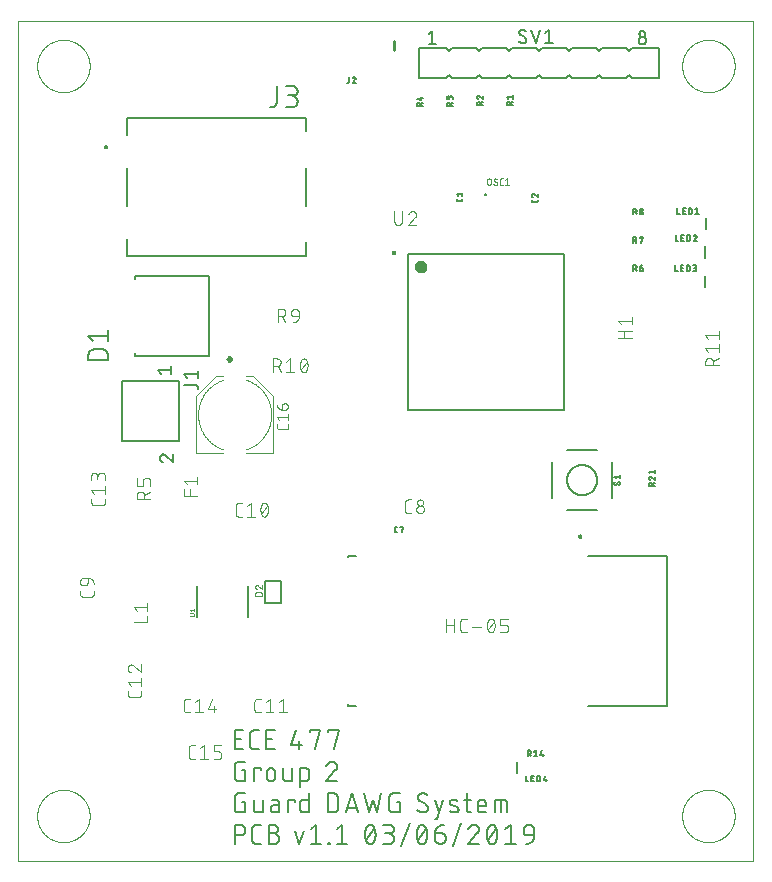
<source format=gto>
G75*
%MOIN*%
%OFA0B0*%
%FSLAX25Y25*%
%IPPOS*%
%LPD*%
%AMOC8*
5,1,8,0,0,1.08239X$1,22.5*
%
%ADD10C,0.00000*%
%ADD11C,0.00600*%
%ADD12C,0.00500*%
%ADD13C,0.00787*%
%ADD14C,0.00400*%
%ADD15C,0.01575*%
%ADD16C,0.01181*%
%ADD17C,0.00200*%
%ADD18C,0.00800*%
%ADD19C,0.00100*%
%ADD20C,0.01000*%
%ADD21C,0.00300*%
D10*
X0007100Y0011300D02*
X0007100Y0291300D01*
X0252100Y0291300D01*
X0252100Y0011300D01*
X0007100Y0011300D01*
X0013350Y0026300D02*
X0013353Y0026515D01*
X0013361Y0026729D01*
X0013374Y0026944D01*
X0013392Y0027158D01*
X0013416Y0027371D01*
X0013445Y0027584D01*
X0013479Y0027796D01*
X0013518Y0028007D01*
X0013563Y0028217D01*
X0013612Y0028426D01*
X0013667Y0028634D01*
X0013727Y0028840D01*
X0013792Y0029045D01*
X0013861Y0029248D01*
X0013936Y0029449D01*
X0014016Y0029648D01*
X0014101Y0029846D01*
X0014190Y0030041D01*
X0014284Y0030234D01*
X0014383Y0030425D01*
X0014487Y0030613D01*
X0014595Y0030798D01*
X0014708Y0030981D01*
X0014825Y0031161D01*
X0014946Y0031338D01*
X0015072Y0031512D01*
X0015202Y0031683D01*
X0015336Y0031851D01*
X0015474Y0032015D01*
X0015617Y0032176D01*
X0015763Y0032333D01*
X0015913Y0032487D01*
X0016067Y0032637D01*
X0016224Y0032783D01*
X0016385Y0032926D01*
X0016549Y0033064D01*
X0016717Y0033198D01*
X0016888Y0033328D01*
X0017062Y0033454D01*
X0017239Y0033575D01*
X0017419Y0033692D01*
X0017602Y0033805D01*
X0017787Y0033913D01*
X0017975Y0034017D01*
X0018166Y0034116D01*
X0018359Y0034210D01*
X0018554Y0034299D01*
X0018752Y0034384D01*
X0018951Y0034464D01*
X0019152Y0034539D01*
X0019355Y0034608D01*
X0019560Y0034673D01*
X0019766Y0034733D01*
X0019974Y0034788D01*
X0020183Y0034837D01*
X0020393Y0034882D01*
X0020604Y0034921D01*
X0020816Y0034955D01*
X0021029Y0034984D01*
X0021242Y0035008D01*
X0021456Y0035026D01*
X0021671Y0035039D01*
X0021885Y0035047D01*
X0022100Y0035050D01*
X0022315Y0035047D01*
X0022529Y0035039D01*
X0022744Y0035026D01*
X0022958Y0035008D01*
X0023171Y0034984D01*
X0023384Y0034955D01*
X0023596Y0034921D01*
X0023807Y0034882D01*
X0024017Y0034837D01*
X0024226Y0034788D01*
X0024434Y0034733D01*
X0024640Y0034673D01*
X0024845Y0034608D01*
X0025048Y0034539D01*
X0025249Y0034464D01*
X0025448Y0034384D01*
X0025646Y0034299D01*
X0025841Y0034210D01*
X0026034Y0034116D01*
X0026225Y0034017D01*
X0026413Y0033913D01*
X0026598Y0033805D01*
X0026781Y0033692D01*
X0026961Y0033575D01*
X0027138Y0033454D01*
X0027312Y0033328D01*
X0027483Y0033198D01*
X0027651Y0033064D01*
X0027815Y0032926D01*
X0027976Y0032783D01*
X0028133Y0032637D01*
X0028287Y0032487D01*
X0028437Y0032333D01*
X0028583Y0032176D01*
X0028726Y0032015D01*
X0028864Y0031851D01*
X0028998Y0031683D01*
X0029128Y0031512D01*
X0029254Y0031338D01*
X0029375Y0031161D01*
X0029492Y0030981D01*
X0029605Y0030798D01*
X0029713Y0030613D01*
X0029817Y0030425D01*
X0029916Y0030234D01*
X0030010Y0030041D01*
X0030099Y0029846D01*
X0030184Y0029648D01*
X0030264Y0029449D01*
X0030339Y0029248D01*
X0030408Y0029045D01*
X0030473Y0028840D01*
X0030533Y0028634D01*
X0030588Y0028426D01*
X0030637Y0028217D01*
X0030682Y0028007D01*
X0030721Y0027796D01*
X0030755Y0027584D01*
X0030784Y0027371D01*
X0030808Y0027158D01*
X0030826Y0026944D01*
X0030839Y0026729D01*
X0030847Y0026515D01*
X0030850Y0026300D01*
X0030847Y0026085D01*
X0030839Y0025871D01*
X0030826Y0025656D01*
X0030808Y0025442D01*
X0030784Y0025229D01*
X0030755Y0025016D01*
X0030721Y0024804D01*
X0030682Y0024593D01*
X0030637Y0024383D01*
X0030588Y0024174D01*
X0030533Y0023966D01*
X0030473Y0023760D01*
X0030408Y0023555D01*
X0030339Y0023352D01*
X0030264Y0023151D01*
X0030184Y0022952D01*
X0030099Y0022754D01*
X0030010Y0022559D01*
X0029916Y0022366D01*
X0029817Y0022175D01*
X0029713Y0021987D01*
X0029605Y0021802D01*
X0029492Y0021619D01*
X0029375Y0021439D01*
X0029254Y0021262D01*
X0029128Y0021088D01*
X0028998Y0020917D01*
X0028864Y0020749D01*
X0028726Y0020585D01*
X0028583Y0020424D01*
X0028437Y0020267D01*
X0028287Y0020113D01*
X0028133Y0019963D01*
X0027976Y0019817D01*
X0027815Y0019674D01*
X0027651Y0019536D01*
X0027483Y0019402D01*
X0027312Y0019272D01*
X0027138Y0019146D01*
X0026961Y0019025D01*
X0026781Y0018908D01*
X0026598Y0018795D01*
X0026413Y0018687D01*
X0026225Y0018583D01*
X0026034Y0018484D01*
X0025841Y0018390D01*
X0025646Y0018301D01*
X0025448Y0018216D01*
X0025249Y0018136D01*
X0025048Y0018061D01*
X0024845Y0017992D01*
X0024640Y0017927D01*
X0024434Y0017867D01*
X0024226Y0017812D01*
X0024017Y0017763D01*
X0023807Y0017718D01*
X0023596Y0017679D01*
X0023384Y0017645D01*
X0023171Y0017616D01*
X0022958Y0017592D01*
X0022744Y0017574D01*
X0022529Y0017561D01*
X0022315Y0017553D01*
X0022100Y0017550D01*
X0021885Y0017553D01*
X0021671Y0017561D01*
X0021456Y0017574D01*
X0021242Y0017592D01*
X0021029Y0017616D01*
X0020816Y0017645D01*
X0020604Y0017679D01*
X0020393Y0017718D01*
X0020183Y0017763D01*
X0019974Y0017812D01*
X0019766Y0017867D01*
X0019560Y0017927D01*
X0019355Y0017992D01*
X0019152Y0018061D01*
X0018951Y0018136D01*
X0018752Y0018216D01*
X0018554Y0018301D01*
X0018359Y0018390D01*
X0018166Y0018484D01*
X0017975Y0018583D01*
X0017787Y0018687D01*
X0017602Y0018795D01*
X0017419Y0018908D01*
X0017239Y0019025D01*
X0017062Y0019146D01*
X0016888Y0019272D01*
X0016717Y0019402D01*
X0016549Y0019536D01*
X0016385Y0019674D01*
X0016224Y0019817D01*
X0016067Y0019963D01*
X0015913Y0020113D01*
X0015763Y0020267D01*
X0015617Y0020424D01*
X0015474Y0020585D01*
X0015336Y0020749D01*
X0015202Y0020917D01*
X0015072Y0021088D01*
X0014946Y0021262D01*
X0014825Y0021439D01*
X0014708Y0021619D01*
X0014595Y0021802D01*
X0014487Y0021987D01*
X0014383Y0022175D01*
X0014284Y0022366D01*
X0014190Y0022559D01*
X0014101Y0022754D01*
X0014016Y0022952D01*
X0013936Y0023151D01*
X0013861Y0023352D01*
X0013792Y0023555D01*
X0013727Y0023760D01*
X0013667Y0023966D01*
X0013612Y0024174D01*
X0013563Y0024383D01*
X0013518Y0024593D01*
X0013479Y0024804D01*
X0013445Y0025016D01*
X0013416Y0025229D01*
X0013392Y0025442D01*
X0013374Y0025656D01*
X0013361Y0025871D01*
X0013353Y0026085D01*
X0013350Y0026300D01*
X0013350Y0276300D02*
X0013353Y0276515D01*
X0013361Y0276729D01*
X0013374Y0276944D01*
X0013392Y0277158D01*
X0013416Y0277371D01*
X0013445Y0277584D01*
X0013479Y0277796D01*
X0013518Y0278007D01*
X0013563Y0278217D01*
X0013612Y0278426D01*
X0013667Y0278634D01*
X0013727Y0278840D01*
X0013792Y0279045D01*
X0013861Y0279248D01*
X0013936Y0279449D01*
X0014016Y0279648D01*
X0014101Y0279846D01*
X0014190Y0280041D01*
X0014284Y0280234D01*
X0014383Y0280425D01*
X0014487Y0280613D01*
X0014595Y0280798D01*
X0014708Y0280981D01*
X0014825Y0281161D01*
X0014946Y0281338D01*
X0015072Y0281512D01*
X0015202Y0281683D01*
X0015336Y0281851D01*
X0015474Y0282015D01*
X0015617Y0282176D01*
X0015763Y0282333D01*
X0015913Y0282487D01*
X0016067Y0282637D01*
X0016224Y0282783D01*
X0016385Y0282926D01*
X0016549Y0283064D01*
X0016717Y0283198D01*
X0016888Y0283328D01*
X0017062Y0283454D01*
X0017239Y0283575D01*
X0017419Y0283692D01*
X0017602Y0283805D01*
X0017787Y0283913D01*
X0017975Y0284017D01*
X0018166Y0284116D01*
X0018359Y0284210D01*
X0018554Y0284299D01*
X0018752Y0284384D01*
X0018951Y0284464D01*
X0019152Y0284539D01*
X0019355Y0284608D01*
X0019560Y0284673D01*
X0019766Y0284733D01*
X0019974Y0284788D01*
X0020183Y0284837D01*
X0020393Y0284882D01*
X0020604Y0284921D01*
X0020816Y0284955D01*
X0021029Y0284984D01*
X0021242Y0285008D01*
X0021456Y0285026D01*
X0021671Y0285039D01*
X0021885Y0285047D01*
X0022100Y0285050D01*
X0022315Y0285047D01*
X0022529Y0285039D01*
X0022744Y0285026D01*
X0022958Y0285008D01*
X0023171Y0284984D01*
X0023384Y0284955D01*
X0023596Y0284921D01*
X0023807Y0284882D01*
X0024017Y0284837D01*
X0024226Y0284788D01*
X0024434Y0284733D01*
X0024640Y0284673D01*
X0024845Y0284608D01*
X0025048Y0284539D01*
X0025249Y0284464D01*
X0025448Y0284384D01*
X0025646Y0284299D01*
X0025841Y0284210D01*
X0026034Y0284116D01*
X0026225Y0284017D01*
X0026413Y0283913D01*
X0026598Y0283805D01*
X0026781Y0283692D01*
X0026961Y0283575D01*
X0027138Y0283454D01*
X0027312Y0283328D01*
X0027483Y0283198D01*
X0027651Y0283064D01*
X0027815Y0282926D01*
X0027976Y0282783D01*
X0028133Y0282637D01*
X0028287Y0282487D01*
X0028437Y0282333D01*
X0028583Y0282176D01*
X0028726Y0282015D01*
X0028864Y0281851D01*
X0028998Y0281683D01*
X0029128Y0281512D01*
X0029254Y0281338D01*
X0029375Y0281161D01*
X0029492Y0280981D01*
X0029605Y0280798D01*
X0029713Y0280613D01*
X0029817Y0280425D01*
X0029916Y0280234D01*
X0030010Y0280041D01*
X0030099Y0279846D01*
X0030184Y0279648D01*
X0030264Y0279449D01*
X0030339Y0279248D01*
X0030408Y0279045D01*
X0030473Y0278840D01*
X0030533Y0278634D01*
X0030588Y0278426D01*
X0030637Y0278217D01*
X0030682Y0278007D01*
X0030721Y0277796D01*
X0030755Y0277584D01*
X0030784Y0277371D01*
X0030808Y0277158D01*
X0030826Y0276944D01*
X0030839Y0276729D01*
X0030847Y0276515D01*
X0030850Y0276300D01*
X0030847Y0276085D01*
X0030839Y0275871D01*
X0030826Y0275656D01*
X0030808Y0275442D01*
X0030784Y0275229D01*
X0030755Y0275016D01*
X0030721Y0274804D01*
X0030682Y0274593D01*
X0030637Y0274383D01*
X0030588Y0274174D01*
X0030533Y0273966D01*
X0030473Y0273760D01*
X0030408Y0273555D01*
X0030339Y0273352D01*
X0030264Y0273151D01*
X0030184Y0272952D01*
X0030099Y0272754D01*
X0030010Y0272559D01*
X0029916Y0272366D01*
X0029817Y0272175D01*
X0029713Y0271987D01*
X0029605Y0271802D01*
X0029492Y0271619D01*
X0029375Y0271439D01*
X0029254Y0271262D01*
X0029128Y0271088D01*
X0028998Y0270917D01*
X0028864Y0270749D01*
X0028726Y0270585D01*
X0028583Y0270424D01*
X0028437Y0270267D01*
X0028287Y0270113D01*
X0028133Y0269963D01*
X0027976Y0269817D01*
X0027815Y0269674D01*
X0027651Y0269536D01*
X0027483Y0269402D01*
X0027312Y0269272D01*
X0027138Y0269146D01*
X0026961Y0269025D01*
X0026781Y0268908D01*
X0026598Y0268795D01*
X0026413Y0268687D01*
X0026225Y0268583D01*
X0026034Y0268484D01*
X0025841Y0268390D01*
X0025646Y0268301D01*
X0025448Y0268216D01*
X0025249Y0268136D01*
X0025048Y0268061D01*
X0024845Y0267992D01*
X0024640Y0267927D01*
X0024434Y0267867D01*
X0024226Y0267812D01*
X0024017Y0267763D01*
X0023807Y0267718D01*
X0023596Y0267679D01*
X0023384Y0267645D01*
X0023171Y0267616D01*
X0022958Y0267592D01*
X0022744Y0267574D01*
X0022529Y0267561D01*
X0022315Y0267553D01*
X0022100Y0267550D01*
X0021885Y0267553D01*
X0021671Y0267561D01*
X0021456Y0267574D01*
X0021242Y0267592D01*
X0021029Y0267616D01*
X0020816Y0267645D01*
X0020604Y0267679D01*
X0020393Y0267718D01*
X0020183Y0267763D01*
X0019974Y0267812D01*
X0019766Y0267867D01*
X0019560Y0267927D01*
X0019355Y0267992D01*
X0019152Y0268061D01*
X0018951Y0268136D01*
X0018752Y0268216D01*
X0018554Y0268301D01*
X0018359Y0268390D01*
X0018166Y0268484D01*
X0017975Y0268583D01*
X0017787Y0268687D01*
X0017602Y0268795D01*
X0017419Y0268908D01*
X0017239Y0269025D01*
X0017062Y0269146D01*
X0016888Y0269272D01*
X0016717Y0269402D01*
X0016549Y0269536D01*
X0016385Y0269674D01*
X0016224Y0269817D01*
X0016067Y0269963D01*
X0015913Y0270113D01*
X0015763Y0270267D01*
X0015617Y0270424D01*
X0015474Y0270585D01*
X0015336Y0270749D01*
X0015202Y0270917D01*
X0015072Y0271088D01*
X0014946Y0271262D01*
X0014825Y0271439D01*
X0014708Y0271619D01*
X0014595Y0271802D01*
X0014487Y0271987D01*
X0014383Y0272175D01*
X0014284Y0272366D01*
X0014190Y0272559D01*
X0014101Y0272754D01*
X0014016Y0272952D01*
X0013936Y0273151D01*
X0013861Y0273352D01*
X0013792Y0273555D01*
X0013727Y0273760D01*
X0013667Y0273966D01*
X0013612Y0274174D01*
X0013563Y0274383D01*
X0013518Y0274593D01*
X0013479Y0274804D01*
X0013445Y0275016D01*
X0013416Y0275229D01*
X0013392Y0275442D01*
X0013374Y0275656D01*
X0013361Y0275871D01*
X0013353Y0276085D01*
X0013350Y0276300D01*
X0228350Y0276300D02*
X0228353Y0276515D01*
X0228361Y0276729D01*
X0228374Y0276944D01*
X0228392Y0277158D01*
X0228416Y0277371D01*
X0228445Y0277584D01*
X0228479Y0277796D01*
X0228518Y0278007D01*
X0228563Y0278217D01*
X0228612Y0278426D01*
X0228667Y0278634D01*
X0228727Y0278840D01*
X0228792Y0279045D01*
X0228861Y0279248D01*
X0228936Y0279449D01*
X0229016Y0279648D01*
X0229101Y0279846D01*
X0229190Y0280041D01*
X0229284Y0280234D01*
X0229383Y0280425D01*
X0229487Y0280613D01*
X0229595Y0280798D01*
X0229708Y0280981D01*
X0229825Y0281161D01*
X0229946Y0281338D01*
X0230072Y0281512D01*
X0230202Y0281683D01*
X0230336Y0281851D01*
X0230474Y0282015D01*
X0230617Y0282176D01*
X0230763Y0282333D01*
X0230913Y0282487D01*
X0231067Y0282637D01*
X0231224Y0282783D01*
X0231385Y0282926D01*
X0231549Y0283064D01*
X0231717Y0283198D01*
X0231888Y0283328D01*
X0232062Y0283454D01*
X0232239Y0283575D01*
X0232419Y0283692D01*
X0232602Y0283805D01*
X0232787Y0283913D01*
X0232975Y0284017D01*
X0233166Y0284116D01*
X0233359Y0284210D01*
X0233554Y0284299D01*
X0233752Y0284384D01*
X0233951Y0284464D01*
X0234152Y0284539D01*
X0234355Y0284608D01*
X0234560Y0284673D01*
X0234766Y0284733D01*
X0234974Y0284788D01*
X0235183Y0284837D01*
X0235393Y0284882D01*
X0235604Y0284921D01*
X0235816Y0284955D01*
X0236029Y0284984D01*
X0236242Y0285008D01*
X0236456Y0285026D01*
X0236671Y0285039D01*
X0236885Y0285047D01*
X0237100Y0285050D01*
X0237315Y0285047D01*
X0237529Y0285039D01*
X0237744Y0285026D01*
X0237958Y0285008D01*
X0238171Y0284984D01*
X0238384Y0284955D01*
X0238596Y0284921D01*
X0238807Y0284882D01*
X0239017Y0284837D01*
X0239226Y0284788D01*
X0239434Y0284733D01*
X0239640Y0284673D01*
X0239845Y0284608D01*
X0240048Y0284539D01*
X0240249Y0284464D01*
X0240448Y0284384D01*
X0240646Y0284299D01*
X0240841Y0284210D01*
X0241034Y0284116D01*
X0241225Y0284017D01*
X0241413Y0283913D01*
X0241598Y0283805D01*
X0241781Y0283692D01*
X0241961Y0283575D01*
X0242138Y0283454D01*
X0242312Y0283328D01*
X0242483Y0283198D01*
X0242651Y0283064D01*
X0242815Y0282926D01*
X0242976Y0282783D01*
X0243133Y0282637D01*
X0243287Y0282487D01*
X0243437Y0282333D01*
X0243583Y0282176D01*
X0243726Y0282015D01*
X0243864Y0281851D01*
X0243998Y0281683D01*
X0244128Y0281512D01*
X0244254Y0281338D01*
X0244375Y0281161D01*
X0244492Y0280981D01*
X0244605Y0280798D01*
X0244713Y0280613D01*
X0244817Y0280425D01*
X0244916Y0280234D01*
X0245010Y0280041D01*
X0245099Y0279846D01*
X0245184Y0279648D01*
X0245264Y0279449D01*
X0245339Y0279248D01*
X0245408Y0279045D01*
X0245473Y0278840D01*
X0245533Y0278634D01*
X0245588Y0278426D01*
X0245637Y0278217D01*
X0245682Y0278007D01*
X0245721Y0277796D01*
X0245755Y0277584D01*
X0245784Y0277371D01*
X0245808Y0277158D01*
X0245826Y0276944D01*
X0245839Y0276729D01*
X0245847Y0276515D01*
X0245850Y0276300D01*
X0245847Y0276085D01*
X0245839Y0275871D01*
X0245826Y0275656D01*
X0245808Y0275442D01*
X0245784Y0275229D01*
X0245755Y0275016D01*
X0245721Y0274804D01*
X0245682Y0274593D01*
X0245637Y0274383D01*
X0245588Y0274174D01*
X0245533Y0273966D01*
X0245473Y0273760D01*
X0245408Y0273555D01*
X0245339Y0273352D01*
X0245264Y0273151D01*
X0245184Y0272952D01*
X0245099Y0272754D01*
X0245010Y0272559D01*
X0244916Y0272366D01*
X0244817Y0272175D01*
X0244713Y0271987D01*
X0244605Y0271802D01*
X0244492Y0271619D01*
X0244375Y0271439D01*
X0244254Y0271262D01*
X0244128Y0271088D01*
X0243998Y0270917D01*
X0243864Y0270749D01*
X0243726Y0270585D01*
X0243583Y0270424D01*
X0243437Y0270267D01*
X0243287Y0270113D01*
X0243133Y0269963D01*
X0242976Y0269817D01*
X0242815Y0269674D01*
X0242651Y0269536D01*
X0242483Y0269402D01*
X0242312Y0269272D01*
X0242138Y0269146D01*
X0241961Y0269025D01*
X0241781Y0268908D01*
X0241598Y0268795D01*
X0241413Y0268687D01*
X0241225Y0268583D01*
X0241034Y0268484D01*
X0240841Y0268390D01*
X0240646Y0268301D01*
X0240448Y0268216D01*
X0240249Y0268136D01*
X0240048Y0268061D01*
X0239845Y0267992D01*
X0239640Y0267927D01*
X0239434Y0267867D01*
X0239226Y0267812D01*
X0239017Y0267763D01*
X0238807Y0267718D01*
X0238596Y0267679D01*
X0238384Y0267645D01*
X0238171Y0267616D01*
X0237958Y0267592D01*
X0237744Y0267574D01*
X0237529Y0267561D01*
X0237315Y0267553D01*
X0237100Y0267550D01*
X0236885Y0267553D01*
X0236671Y0267561D01*
X0236456Y0267574D01*
X0236242Y0267592D01*
X0236029Y0267616D01*
X0235816Y0267645D01*
X0235604Y0267679D01*
X0235393Y0267718D01*
X0235183Y0267763D01*
X0234974Y0267812D01*
X0234766Y0267867D01*
X0234560Y0267927D01*
X0234355Y0267992D01*
X0234152Y0268061D01*
X0233951Y0268136D01*
X0233752Y0268216D01*
X0233554Y0268301D01*
X0233359Y0268390D01*
X0233166Y0268484D01*
X0232975Y0268583D01*
X0232787Y0268687D01*
X0232602Y0268795D01*
X0232419Y0268908D01*
X0232239Y0269025D01*
X0232062Y0269146D01*
X0231888Y0269272D01*
X0231717Y0269402D01*
X0231549Y0269536D01*
X0231385Y0269674D01*
X0231224Y0269817D01*
X0231067Y0269963D01*
X0230913Y0270113D01*
X0230763Y0270267D01*
X0230617Y0270424D01*
X0230474Y0270585D01*
X0230336Y0270749D01*
X0230202Y0270917D01*
X0230072Y0271088D01*
X0229946Y0271262D01*
X0229825Y0271439D01*
X0229708Y0271619D01*
X0229595Y0271802D01*
X0229487Y0271987D01*
X0229383Y0272175D01*
X0229284Y0272366D01*
X0229190Y0272559D01*
X0229101Y0272754D01*
X0229016Y0272952D01*
X0228936Y0273151D01*
X0228861Y0273352D01*
X0228792Y0273555D01*
X0228727Y0273760D01*
X0228667Y0273966D01*
X0228612Y0274174D01*
X0228563Y0274383D01*
X0228518Y0274593D01*
X0228479Y0274804D01*
X0228445Y0275016D01*
X0228416Y0275229D01*
X0228392Y0275442D01*
X0228374Y0275656D01*
X0228361Y0275871D01*
X0228353Y0276085D01*
X0228350Y0276300D01*
X0228350Y0026300D02*
X0228353Y0026515D01*
X0228361Y0026729D01*
X0228374Y0026944D01*
X0228392Y0027158D01*
X0228416Y0027371D01*
X0228445Y0027584D01*
X0228479Y0027796D01*
X0228518Y0028007D01*
X0228563Y0028217D01*
X0228612Y0028426D01*
X0228667Y0028634D01*
X0228727Y0028840D01*
X0228792Y0029045D01*
X0228861Y0029248D01*
X0228936Y0029449D01*
X0229016Y0029648D01*
X0229101Y0029846D01*
X0229190Y0030041D01*
X0229284Y0030234D01*
X0229383Y0030425D01*
X0229487Y0030613D01*
X0229595Y0030798D01*
X0229708Y0030981D01*
X0229825Y0031161D01*
X0229946Y0031338D01*
X0230072Y0031512D01*
X0230202Y0031683D01*
X0230336Y0031851D01*
X0230474Y0032015D01*
X0230617Y0032176D01*
X0230763Y0032333D01*
X0230913Y0032487D01*
X0231067Y0032637D01*
X0231224Y0032783D01*
X0231385Y0032926D01*
X0231549Y0033064D01*
X0231717Y0033198D01*
X0231888Y0033328D01*
X0232062Y0033454D01*
X0232239Y0033575D01*
X0232419Y0033692D01*
X0232602Y0033805D01*
X0232787Y0033913D01*
X0232975Y0034017D01*
X0233166Y0034116D01*
X0233359Y0034210D01*
X0233554Y0034299D01*
X0233752Y0034384D01*
X0233951Y0034464D01*
X0234152Y0034539D01*
X0234355Y0034608D01*
X0234560Y0034673D01*
X0234766Y0034733D01*
X0234974Y0034788D01*
X0235183Y0034837D01*
X0235393Y0034882D01*
X0235604Y0034921D01*
X0235816Y0034955D01*
X0236029Y0034984D01*
X0236242Y0035008D01*
X0236456Y0035026D01*
X0236671Y0035039D01*
X0236885Y0035047D01*
X0237100Y0035050D01*
X0237315Y0035047D01*
X0237529Y0035039D01*
X0237744Y0035026D01*
X0237958Y0035008D01*
X0238171Y0034984D01*
X0238384Y0034955D01*
X0238596Y0034921D01*
X0238807Y0034882D01*
X0239017Y0034837D01*
X0239226Y0034788D01*
X0239434Y0034733D01*
X0239640Y0034673D01*
X0239845Y0034608D01*
X0240048Y0034539D01*
X0240249Y0034464D01*
X0240448Y0034384D01*
X0240646Y0034299D01*
X0240841Y0034210D01*
X0241034Y0034116D01*
X0241225Y0034017D01*
X0241413Y0033913D01*
X0241598Y0033805D01*
X0241781Y0033692D01*
X0241961Y0033575D01*
X0242138Y0033454D01*
X0242312Y0033328D01*
X0242483Y0033198D01*
X0242651Y0033064D01*
X0242815Y0032926D01*
X0242976Y0032783D01*
X0243133Y0032637D01*
X0243287Y0032487D01*
X0243437Y0032333D01*
X0243583Y0032176D01*
X0243726Y0032015D01*
X0243864Y0031851D01*
X0243998Y0031683D01*
X0244128Y0031512D01*
X0244254Y0031338D01*
X0244375Y0031161D01*
X0244492Y0030981D01*
X0244605Y0030798D01*
X0244713Y0030613D01*
X0244817Y0030425D01*
X0244916Y0030234D01*
X0245010Y0030041D01*
X0245099Y0029846D01*
X0245184Y0029648D01*
X0245264Y0029449D01*
X0245339Y0029248D01*
X0245408Y0029045D01*
X0245473Y0028840D01*
X0245533Y0028634D01*
X0245588Y0028426D01*
X0245637Y0028217D01*
X0245682Y0028007D01*
X0245721Y0027796D01*
X0245755Y0027584D01*
X0245784Y0027371D01*
X0245808Y0027158D01*
X0245826Y0026944D01*
X0245839Y0026729D01*
X0245847Y0026515D01*
X0245850Y0026300D01*
X0245847Y0026085D01*
X0245839Y0025871D01*
X0245826Y0025656D01*
X0245808Y0025442D01*
X0245784Y0025229D01*
X0245755Y0025016D01*
X0245721Y0024804D01*
X0245682Y0024593D01*
X0245637Y0024383D01*
X0245588Y0024174D01*
X0245533Y0023966D01*
X0245473Y0023760D01*
X0245408Y0023555D01*
X0245339Y0023352D01*
X0245264Y0023151D01*
X0245184Y0022952D01*
X0245099Y0022754D01*
X0245010Y0022559D01*
X0244916Y0022366D01*
X0244817Y0022175D01*
X0244713Y0021987D01*
X0244605Y0021802D01*
X0244492Y0021619D01*
X0244375Y0021439D01*
X0244254Y0021262D01*
X0244128Y0021088D01*
X0243998Y0020917D01*
X0243864Y0020749D01*
X0243726Y0020585D01*
X0243583Y0020424D01*
X0243437Y0020267D01*
X0243287Y0020113D01*
X0243133Y0019963D01*
X0242976Y0019817D01*
X0242815Y0019674D01*
X0242651Y0019536D01*
X0242483Y0019402D01*
X0242312Y0019272D01*
X0242138Y0019146D01*
X0241961Y0019025D01*
X0241781Y0018908D01*
X0241598Y0018795D01*
X0241413Y0018687D01*
X0241225Y0018583D01*
X0241034Y0018484D01*
X0240841Y0018390D01*
X0240646Y0018301D01*
X0240448Y0018216D01*
X0240249Y0018136D01*
X0240048Y0018061D01*
X0239845Y0017992D01*
X0239640Y0017927D01*
X0239434Y0017867D01*
X0239226Y0017812D01*
X0239017Y0017763D01*
X0238807Y0017718D01*
X0238596Y0017679D01*
X0238384Y0017645D01*
X0238171Y0017616D01*
X0237958Y0017592D01*
X0237744Y0017574D01*
X0237529Y0017561D01*
X0237315Y0017553D01*
X0237100Y0017550D01*
X0236885Y0017553D01*
X0236671Y0017561D01*
X0236456Y0017574D01*
X0236242Y0017592D01*
X0236029Y0017616D01*
X0235816Y0017645D01*
X0235604Y0017679D01*
X0235393Y0017718D01*
X0235183Y0017763D01*
X0234974Y0017812D01*
X0234766Y0017867D01*
X0234560Y0017927D01*
X0234355Y0017992D01*
X0234152Y0018061D01*
X0233951Y0018136D01*
X0233752Y0018216D01*
X0233554Y0018301D01*
X0233359Y0018390D01*
X0233166Y0018484D01*
X0232975Y0018583D01*
X0232787Y0018687D01*
X0232602Y0018795D01*
X0232419Y0018908D01*
X0232239Y0019025D01*
X0232062Y0019146D01*
X0231888Y0019272D01*
X0231717Y0019402D01*
X0231549Y0019536D01*
X0231385Y0019674D01*
X0231224Y0019817D01*
X0231067Y0019963D01*
X0230913Y0020113D01*
X0230763Y0020267D01*
X0230617Y0020424D01*
X0230474Y0020585D01*
X0230336Y0020749D01*
X0230202Y0020917D01*
X0230072Y0021088D01*
X0229946Y0021262D01*
X0229825Y0021439D01*
X0229708Y0021619D01*
X0229595Y0021802D01*
X0229487Y0021987D01*
X0229383Y0022175D01*
X0229284Y0022366D01*
X0229190Y0022559D01*
X0229101Y0022754D01*
X0229016Y0022952D01*
X0228936Y0023151D01*
X0228861Y0023352D01*
X0228792Y0023555D01*
X0228727Y0023760D01*
X0228667Y0023966D01*
X0228612Y0024174D01*
X0228563Y0024383D01*
X0228518Y0024593D01*
X0228479Y0024804D01*
X0228445Y0025016D01*
X0228416Y0025229D01*
X0228392Y0025442D01*
X0228374Y0025656D01*
X0228361Y0025871D01*
X0228353Y0026085D01*
X0228350Y0026300D01*
D11*
X0179085Y0021622D02*
X0179085Y0019844D01*
X0176952Y0019844D01*
X0179085Y0019844D02*
X0179083Y0019740D01*
X0179077Y0019636D01*
X0179068Y0019533D01*
X0179055Y0019430D01*
X0179038Y0019327D01*
X0179017Y0019226D01*
X0178993Y0019125D01*
X0178964Y0019025D01*
X0178933Y0018926D01*
X0178897Y0018828D01*
X0178858Y0018732D01*
X0178816Y0018637D01*
X0178770Y0018544D01*
X0178721Y0018452D01*
X0178669Y0018362D01*
X0178613Y0018275D01*
X0178554Y0018189D01*
X0178492Y0018106D01*
X0178427Y0018025D01*
X0178359Y0017946D01*
X0178288Y0017870D01*
X0178215Y0017797D01*
X0178139Y0017726D01*
X0178060Y0017658D01*
X0177979Y0017593D01*
X0177896Y0017531D01*
X0177810Y0017472D01*
X0177723Y0017416D01*
X0177633Y0017364D01*
X0177541Y0017315D01*
X0177448Y0017269D01*
X0177353Y0017227D01*
X0177257Y0017188D01*
X0177159Y0017152D01*
X0177060Y0017121D01*
X0176960Y0017092D01*
X0176859Y0017068D01*
X0176758Y0017047D01*
X0176655Y0017030D01*
X0176552Y0017017D01*
X0176449Y0017008D01*
X0176345Y0017002D01*
X0176241Y0017000D01*
X0172931Y0017000D02*
X0169376Y0017000D01*
X0171154Y0017000D02*
X0171154Y0023400D01*
X0169376Y0021978D01*
X0163222Y0020200D02*
X0163224Y0020059D01*
X0163230Y0019919D01*
X0163239Y0019778D01*
X0163252Y0019638D01*
X0163269Y0019498D01*
X0163289Y0019359D01*
X0163314Y0019221D01*
X0163342Y0019083D01*
X0163373Y0018946D01*
X0163409Y0018809D01*
X0163448Y0018674D01*
X0163490Y0018540D01*
X0163536Y0018407D01*
X0163586Y0018275D01*
X0163639Y0018145D01*
X0163695Y0018016D01*
X0163755Y0017889D01*
X0163577Y0018422D02*
X0166422Y0021978D01*
X0166245Y0022511D02*
X0166220Y0022577D01*
X0166192Y0022642D01*
X0166160Y0022706D01*
X0166125Y0022767D01*
X0166086Y0022827D01*
X0166045Y0022885D01*
X0166000Y0022940D01*
X0165952Y0022992D01*
X0165902Y0023042D01*
X0165849Y0023090D01*
X0165794Y0023134D01*
X0165736Y0023175D01*
X0165676Y0023213D01*
X0165614Y0023248D01*
X0165550Y0023279D01*
X0165485Y0023307D01*
X0165418Y0023332D01*
X0165351Y0023352D01*
X0165282Y0023369D01*
X0165212Y0023383D01*
X0165142Y0023392D01*
X0165071Y0023398D01*
X0165000Y0023400D01*
X0164929Y0023398D01*
X0164858Y0023392D01*
X0164788Y0023383D01*
X0164718Y0023369D01*
X0164649Y0023352D01*
X0164582Y0023332D01*
X0164515Y0023307D01*
X0164450Y0023279D01*
X0164386Y0023248D01*
X0164324Y0023213D01*
X0164264Y0023175D01*
X0164206Y0023134D01*
X0164151Y0023090D01*
X0164098Y0023042D01*
X0164048Y0022992D01*
X0164000Y0022940D01*
X0163955Y0022885D01*
X0163914Y0022827D01*
X0163875Y0022767D01*
X0163840Y0022706D01*
X0163808Y0022642D01*
X0163780Y0022577D01*
X0163755Y0022511D01*
X0166244Y0022511D02*
X0166304Y0022384D01*
X0166360Y0022255D01*
X0166413Y0022125D01*
X0166463Y0021993D01*
X0166509Y0021860D01*
X0166551Y0021726D01*
X0166590Y0021591D01*
X0166626Y0021454D01*
X0166657Y0021317D01*
X0166685Y0021179D01*
X0166710Y0021041D01*
X0166730Y0020902D01*
X0166747Y0020762D01*
X0166760Y0020622D01*
X0166769Y0020481D01*
X0166775Y0020341D01*
X0166777Y0020200D01*
X0163222Y0020200D02*
X0163224Y0020341D01*
X0163230Y0020481D01*
X0163239Y0020622D01*
X0163252Y0020762D01*
X0163269Y0020902D01*
X0163289Y0021041D01*
X0163314Y0021179D01*
X0163342Y0021317D01*
X0163373Y0021454D01*
X0163409Y0021591D01*
X0163448Y0021726D01*
X0163490Y0021860D01*
X0163536Y0021993D01*
X0163586Y0022125D01*
X0163639Y0022255D01*
X0163695Y0022384D01*
X0163755Y0022511D01*
X0166777Y0020200D02*
X0166775Y0020059D01*
X0166769Y0019919D01*
X0166760Y0019778D01*
X0166747Y0019638D01*
X0166730Y0019498D01*
X0166710Y0019359D01*
X0166685Y0019221D01*
X0166657Y0019083D01*
X0166626Y0018946D01*
X0166590Y0018809D01*
X0166551Y0018674D01*
X0166509Y0018540D01*
X0166463Y0018407D01*
X0166413Y0018275D01*
X0166360Y0018145D01*
X0166304Y0018016D01*
X0166244Y0017889D01*
X0166245Y0017889D02*
X0166220Y0017823D01*
X0166192Y0017758D01*
X0166160Y0017694D01*
X0166125Y0017633D01*
X0166086Y0017573D01*
X0166045Y0017515D01*
X0166000Y0017460D01*
X0165952Y0017408D01*
X0165902Y0017358D01*
X0165849Y0017310D01*
X0165793Y0017266D01*
X0165736Y0017225D01*
X0165676Y0017187D01*
X0165614Y0017152D01*
X0165550Y0017121D01*
X0165485Y0017093D01*
X0165418Y0017068D01*
X0165351Y0017048D01*
X0165282Y0017031D01*
X0165212Y0017017D01*
X0165142Y0017008D01*
X0165071Y0017002D01*
X0165000Y0017000D01*
X0164929Y0017002D01*
X0164858Y0017008D01*
X0164788Y0017017D01*
X0164718Y0017031D01*
X0164649Y0017048D01*
X0164582Y0017068D01*
X0164515Y0017093D01*
X0164450Y0017121D01*
X0164386Y0017152D01*
X0164324Y0017187D01*
X0164264Y0017225D01*
X0164206Y0017266D01*
X0164151Y0017310D01*
X0164098Y0017358D01*
X0164048Y0017408D01*
X0164000Y0017460D01*
X0163955Y0017515D01*
X0163914Y0017573D01*
X0163875Y0017633D01*
X0163840Y0017694D01*
X0163808Y0017758D01*
X0163780Y0017823D01*
X0163755Y0017889D01*
X0160623Y0017000D02*
X0157068Y0017000D01*
X0160090Y0020556D01*
X0159023Y0023400D02*
X0158934Y0023398D01*
X0158845Y0023392D01*
X0158756Y0023383D01*
X0158668Y0023369D01*
X0158581Y0023352D01*
X0158494Y0023331D01*
X0158408Y0023306D01*
X0158324Y0023278D01*
X0158241Y0023245D01*
X0158159Y0023210D01*
X0158079Y0023170D01*
X0158001Y0023128D01*
X0157924Y0023082D01*
X0157850Y0023033D01*
X0157778Y0022980D01*
X0157708Y0022925D01*
X0157641Y0022866D01*
X0157576Y0022805D01*
X0157514Y0022741D01*
X0157455Y0022674D01*
X0157399Y0022605D01*
X0157346Y0022533D01*
X0157296Y0022459D01*
X0157249Y0022383D01*
X0157206Y0022306D01*
X0157166Y0022226D01*
X0157129Y0022145D01*
X0157096Y0022062D01*
X0157067Y0021977D01*
X0160091Y0020555D02*
X0160148Y0020613D01*
X0160204Y0020674D01*
X0160256Y0020737D01*
X0160305Y0020802D01*
X0160351Y0020870D01*
X0160393Y0020940D01*
X0160433Y0021012D01*
X0160468Y0021085D01*
X0160501Y0021161D01*
X0160529Y0021237D01*
X0160554Y0021315D01*
X0160575Y0021394D01*
X0160593Y0021474D01*
X0160606Y0021555D01*
X0160616Y0021636D01*
X0160622Y0021718D01*
X0160624Y0021800D01*
X0160623Y0021800D02*
X0160621Y0021879D01*
X0160615Y0021957D01*
X0160606Y0022035D01*
X0160592Y0022112D01*
X0160575Y0022189D01*
X0160554Y0022264D01*
X0160529Y0022339D01*
X0160501Y0022412D01*
X0160469Y0022484D01*
X0160434Y0022554D01*
X0160395Y0022623D01*
X0160353Y0022689D01*
X0160308Y0022753D01*
X0160260Y0022815D01*
X0160209Y0022874D01*
X0160154Y0022931D01*
X0160097Y0022986D01*
X0160038Y0023037D01*
X0159976Y0023085D01*
X0159912Y0023130D01*
X0159846Y0023172D01*
X0159777Y0023211D01*
X0159707Y0023246D01*
X0159635Y0023278D01*
X0159562Y0023306D01*
X0159487Y0023331D01*
X0159412Y0023352D01*
X0159335Y0023369D01*
X0159258Y0023383D01*
X0159180Y0023392D01*
X0159102Y0023398D01*
X0159023Y0023400D01*
X0157898Y0027500D02*
X0157543Y0027500D01*
X0157479Y0027502D01*
X0157414Y0027508D01*
X0157351Y0027517D01*
X0157288Y0027531D01*
X0157226Y0027548D01*
X0157165Y0027569D01*
X0157105Y0027594D01*
X0157047Y0027622D01*
X0156991Y0027654D01*
X0156937Y0027689D01*
X0156885Y0027727D01*
X0156835Y0027768D01*
X0156789Y0027813D01*
X0156744Y0027859D01*
X0156703Y0027909D01*
X0156665Y0027961D01*
X0156630Y0028015D01*
X0156598Y0028071D01*
X0156570Y0028129D01*
X0156545Y0028189D01*
X0156524Y0028250D01*
X0156507Y0028312D01*
X0156493Y0028375D01*
X0156484Y0028438D01*
X0156478Y0028503D01*
X0156476Y0028567D01*
X0156476Y0033900D01*
X0155765Y0031767D02*
X0157898Y0031767D01*
X0160173Y0030344D02*
X0160173Y0028567D01*
X0160173Y0029633D02*
X0163018Y0029633D01*
X0163018Y0030344D01*
X0163017Y0030344D02*
X0163015Y0030418D01*
X0163009Y0030493D01*
X0162999Y0030566D01*
X0162986Y0030640D01*
X0162969Y0030712D01*
X0162947Y0030783D01*
X0162923Y0030854D01*
X0162894Y0030922D01*
X0162862Y0030990D01*
X0162826Y0031055D01*
X0162788Y0031118D01*
X0162745Y0031180D01*
X0162700Y0031239D01*
X0162652Y0031296D01*
X0162601Y0031350D01*
X0162547Y0031401D01*
X0162490Y0031449D01*
X0162431Y0031494D01*
X0162369Y0031537D01*
X0162306Y0031575D01*
X0162241Y0031611D01*
X0162173Y0031643D01*
X0162105Y0031672D01*
X0162034Y0031696D01*
X0161963Y0031718D01*
X0161891Y0031735D01*
X0161817Y0031748D01*
X0161744Y0031758D01*
X0161669Y0031764D01*
X0161595Y0031766D01*
X0161521Y0031764D01*
X0161446Y0031758D01*
X0161373Y0031748D01*
X0161299Y0031735D01*
X0161227Y0031718D01*
X0161156Y0031696D01*
X0161085Y0031672D01*
X0161017Y0031643D01*
X0160949Y0031611D01*
X0160884Y0031575D01*
X0160821Y0031537D01*
X0160759Y0031494D01*
X0160700Y0031449D01*
X0160643Y0031401D01*
X0160589Y0031350D01*
X0160538Y0031296D01*
X0160490Y0031239D01*
X0160445Y0031180D01*
X0160402Y0031118D01*
X0160364Y0031055D01*
X0160328Y0030990D01*
X0160296Y0030922D01*
X0160267Y0030854D01*
X0160243Y0030783D01*
X0160221Y0030712D01*
X0160204Y0030640D01*
X0160191Y0030566D01*
X0160181Y0030493D01*
X0160175Y0030418D01*
X0160173Y0030344D01*
X0160173Y0028567D02*
X0160175Y0028503D01*
X0160181Y0028438D01*
X0160190Y0028375D01*
X0160204Y0028312D01*
X0160221Y0028250D01*
X0160242Y0028189D01*
X0160267Y0028129D01*
X0160295Y0028071D01*
X0160327Y0028015D01*
X0160362Y0027961D01*
X0160400Y0027909D01*
X0160441Y0027859D01*
X0160486Y0027813D01*
X0160532Y0027768D01*
X0160582Y0027727D01*
X0160634Y0027689D01*
X0160688Y0027654D01*
X0160744Y0027622D01*
X0160802Y0027594D01*
X0160862Y0027569D01*
X0160923Y0027548D01*
X0160985Y0027531D01*
X0161048Y0027517D01*
X0161111Y0027508D01*
X0161176Y0027502D01*
X0161240Y0027500D01*
X0163018Y0027500D01*
X0165821Y0027500D02*
X0165821Y0031767D01*
X0169021Y0031767D01*
X0167955Y0031767D02*
X0167955Y0027500D01*
X0170088Y0027500D02*
X0170088Y0030700D01*
X0170086Y0030764D01*
X0170080Y0030829D01*
X0170071Y0030892D01*
X0170057Y0030955D01*
X0170040Y0031017D01*
X0170019Y0031078D01*
X0169994Y0031138D01*
X0169966Y0031196D01*
X0169934Y0031252D01*
X0169899Y0031306D01*
X0169861Y0031358D01*
X0169820Y0031408D01*
X0169775Y0031454D01*
X0169729Y0031499D01*
X0169679Y0031540D01*
X0169627Y0031578D01*
X0169573Y0031613D01*
X0169517Y0031645D01*
X0169459Y0031673D01*
X0169399Y0031698D01*
X0169338Y0031719D01*
X0169276Y0031736D01*
X0169213Y0031750D01*
X0169150Y0031759D01*
X0169085Y0031765D01*
X0169021Y0031767D01*
X0175530Y0021622D02*
X0175530Y0021267D01*
X0175532Y0021193D01*
X0175538Y0021118D01*
X0175548Y0021045D01*
X0175561Y0020971D01*
X0175578Y0020899D01*
X0175600Y0020828D01*
X0175624Y0020757D01*
X0175653Y0020689D01*
X0175685Y0020621D01*
X0175721Y0020556D01*
X0175759Y0020493D01*
X0175802Y0020431D01*
X0175847Y0020372D01*
X0175895Y0020315D01*
X0175946Y0020261D01*
X0176000Y0020210D01*
X0176057Y0020162D01*
X0176116Y0020117D01*
X0176178Y0020074D01*
X0176241Y0020036D01*
X0176306Y0020000D01*
X0176374Y0019968D01*
X0176442Y0019939D01*
X0176513Y0019915D01*
X0176584Y0019893D01*
X0176656Y0019876D01*
X0176730Y0019863D01*
X0176803Y0019853D01*
X0176878Y0019847D01*
X0176952Y0019845D01*
X0175530Y0021622D02*
X0175532Y0021705D01*
X0175538Y0021788D01*
X0175548Y0021871D01*
X0175561Y0021954D01*
X0175579Y0022035D01*
X0175600Y0022116D01*
X0175625Y0022195D01*
X0175654Y0022273D01*
X0175686Y0022350D01*
X0175722Y0022425D01*
X0175761Y0022499D01*
X0175804Y0022570D01*
X0175850Y0022640D01*
X0175900Y0022707D01*
X0175952Y0022772D01*
X0176007Y0022834D01*
X0176066Y0022894D01*
X0176127Y0022951D01*
X0176190Y0023005D01*
X0176256Y0023056D01*
X0176325Y0023103D01*
X0176395Y0023148D01*
X0176468Y0023189D01*
X0176542Y0023226D01*
X0176618Y0023261D01*
X0176696Y0023291D01*
X0176774Y0023318D01*
X0176855Y0023341D01*
X0176936Y0023361D01*
X0177018Y0023376D01*
X0177100Y0023388D01*
X0177183Y0023396D01*
X0177266Y0023400D01*
X0177350Y0023400D01*
X0177433Y0023396D01*
X0177516Y0023388D01*
X0177598Y0023376D01*
X0177680Y0023361D01*
X0177761Y0023341D01*
X0177842Y0023318D01*
X0177920Y0023291D01*
X0177998Y0023261D01*
X0178074Y0023226D01*
X0178148Y0023189D01*
X0178221Y0023148D01*
X0178291Y0023103D01*
X0178360Y0023056D01*
X0178426Y0023005D01*
X0178489Y0022951D01*
X0178550Y0022894D01*
X0178609Y0022834D01*
X0178664Y0022772D01*
X0178716Y0022707D01*
X0178766Y0022640D01*
X0178812Y0022570D01*
X0178855Y0022499D01*
X0178894Y0022425D01*
X0178930Y0022350D01*
X0178962Y0022273D01*
X0178991Y0022195D01*
X0179016Y0022116D01*
X0179037Y0022035D01*
X0179055Y0021954D01*
X0179068Y0021871D01*
X0179078Y0021788D01*
X0179084Y0021705D01*
X0179086Y0021622D01*
X0154729Y0024111D02*
X0151885Y0016289D01*
X0149546Y0018778D02*
X0149546Y0019133D01*
X0149544Y0019207D01*
X0149538Y0019282D01*
X0149528Y0019355D01*
X0149515Y0019429D01*
X0149498Y0019501D01*
X0149476Y0019572D01*
X0149452Y0019643D01*
X0149423Y0019711D01*
X0149391Y0019779D01*
X0149355Y0019844D01*
X0149317Y0019907D01*
X0149274Y0019969D01*
X0149229Y0020028D01*
X0149181Y0020085D01*
X0149130Y0020139D01*
X0149076Y0020190D01*
X0149019Y0020238D01*
X0148960Y0020283D01*
X0148898Y0020326D01*
X0148835Y0020364D01*
X0148770Y0020400D01*
X0148702Y0020432D01*
X0148634Y0020461D01*
X0148563Y0020485D01*
X0148492Y0020507D01*
X0148420Y0020524D01*
X0148346Y0020537D01*
X0148273Y0020547D01*
X0148198Y0020553D01*
X0148124Y0020555D01*
X0148124Y0020556D02*
X0145991Y0020556D01*
X0145991Y0018778D01*
X0140370Y0017889D02*
X0140310Y0018016D01*
X0140254Y0018145D01*
X0140201Y0018275D01*
X0140151Y0018407D01*
X0140105Y0018540D01*
X0140063Y0018674D01*
X0140024Y0018809D01*
X0139988Y0018946D01*
X0139957Y0019083D01*
X0139929Y0019221D01*
X0139904Y0019359D01*
X0139884Y0019498D01*
X0139867Y0019638D01*
X0139854Y0019778D01*
X0139845Y0019919D01*
X0139839Y0020059D01*
X0139837Y0020200D01*
X0143392Y0020200D02*
X0143390Y0020341D01*
X0143384Y0020481D01*
X0143375Y0020622D01*
X0143362Y0020762D01*
X0143345Y0020902D01*
X0143325Y0021041D01*
X0143300Y0021179D01*
X0143272Y0021317D01*
X0143241Y0021454D01*
X0143205Y0021591D01*
X0143166Y0021726D01*
X0143124Y0021860D01*
X0143078Y0021993D01*
X0143028Y0022125D01*
X0142975Y0022255D01*
X0142919Y0022384D01*
X0142859Y0022511D01*
X0143037Y0021978D02*
X0140192Y0018422D01*
X0141614Y0017000D02*
X0141685Y0017002D01*
X0141756Y0017008D01*
X0141826Y0017017D01*
X0141896Y0017031D01*
X0141965Y0017048D01*
X0142032Y0017068D01*
X0142099Y0017093D01*
X0142164Y0017121D01*
X0142228Y0017152D01*
X0142290Y0017187D01*
X0142350Y0017225D01*
X0142407Y0017266D01*
X0142463Y0017310D01*
X0142516Y0017358D01*
X0142566Y0017408D01*
X0142614Y0017460D01*
X0142659Y0017515D01*
X0142700Y0017573D01*
X0142739Y0017633D01*
X0142774Y0017694D01*
X0142806Y0017758D01*
X0142834Y0017823D01*
X0142859Y0017889D01*
X0141614Y0017000D02*
X0141543Y0017002D01*
X0141472Y0017008D01*
X0141402Y0017017D01*
X0141332Y0017031D01*
X0141263Y0017048D01*
X0141196Y0017068D01*
X0141129Y0017093D01*
X0141064Y0017121D01*
X0141000Y0017152D01*
X0140938Y0017187D01*
X0140878Y0017225D01*
X0140820Y0017266D01*
X0140765Y0017310D01*
X0140712Y0017358D01*
X0140662Y0017408D01*
X0140614Y0017460D01*
X0140569Y0017515D01*
X0140528Y0017573D01*
X0140489Y0017633D01*
X0140454Y0017694D01*
X0140422Y0017758D01*
X0140394Y0017823D01*
X0140369Y0017889D01*
X0142859Y0017889D02*
X0142919Y0018016D01*
X0142975Y0018145D01*
X0143028Y0018275D01*
X0143078Y0018407D01*
X0143124Y0018540D01*
X0143166Y0018674D01*
X0143205Y0018809D01*
X0143241Y0018946D01*
X0143272Y0019083D01*
X0143300Y0019221D01*
X0143325Y0019359D01*
X0143345Y0019498D01*
X0143362Y0019638D01*
X0143375Y0019778D01*
X0143384Y0019919D01*
X0143390Y0020059D01*
X0143392Y0020200D01*
X0139837Y0020200D02*
X0139839Y0020341D01*
X0139845Y0020481D01*
X0139854Y0020622D01*
X0139867Y0020762D01*
X0139884Y0020902D01*
X0139904Y0021041D01*
X0139929Y0021179D01*
X0139957Y0021317D01*
X0139988Y0021454D01*
X0140024Y0021591D01*
X0140063Y0021726D01*
X0140105Y0021860D01*
X0140151Y0021993D01*
X0140201Y0022125D01*
X0140254Y0022255D01*
X0140310Y0022384D01*
X0140370Y0022511D01*
X0141614Y0023400D02*
X0141685Y0023398D01*
X0141756Y0023392D01*
X0141826Y0023383D01*
X0141896Y0023369D01*
X0141965Y0023352D01*
X0142032Y0023332D01*
X0142099Y0023307D01*
X0142164Y0023279D01*
X0142228Y0023248D01*
X0142290Y0023213D01*
X0142350Y0023175D01*
X0142408Y0023134D01*
X0142463Y0023090D01*
X0142516Y0023042D01*
X0142566Y0022992D01*
X0142614Y0022940D01*
X0142659Y0022885D01*
X0142700Y0022827D01*
X0142739Y0022767D01*
X0142774Y0022706D01*
X0142806Y0022642D01*
X0142834Y0022577D01*
X0142859Y0022511D01*
X0141614Y0023400D02*
X0141543Y0023398D01*
X0141472Y0023392D01*
X0141402Y0023383D01*
X0141332Y0023369D01*
X0141263Y0023352D01*
X0141196Y0023332D01*
X0141129Y0023307D01*
X0141064Y0023279D01*
X0141000Y0023248D01*
X0140938Y0023213D01*
X0140878Y0023175D01*
X0140820Y0023134D01*
X0140765Y0023090D01*
X0140712Y0023042D01*
X0140662Y0022992D01*
X0140614Y0022940D01*
X0140569Y0022885D01*
X0140528Y0022827D01*
X0140489Y0022767D01*
X0140454Y0022706D01*
X0140422Y0022642D01*
X0140394Y0022577D01*
X0140369Y0022511D01*
X0137498Y0024111D02*
X0134654Y0016289D01*
X0130537Y0017000D02*
X0128759Y0017000D01*
X0130537Y0017000D02*
X0130620Y0017002D01*
X0130703Y0017008D01*
X0130786Y0017018D01*
X0130869Y0017031D01*
X0130950Y0017049D01*
X0131031Y0017070D01*
X0131110Y0017095D01*
X0131188Y0017124D01*
X0131265Y0017156D01*
X0131340Y0017192D01*
X0131414Y0017231D01*
X0131485Y0017274D01*
X0131555Y0017320D01*
X0131622Y0017370D01*
X0131687Y0017422D01*
X0131749Y0017477D01*
X0131809Y0017536D01*
X0131866Y0017597D01*
X0131920Y0017660D01*
X0131971Y0017726D01*
X0132018Y0017795D01*
X0132063Y0017865D01*
X0132104Y0017938D01*
X0132141Y0018012D01*
X0132176Y0018088D01*
X0132206Y0018166D01*
X0132233Y0018244D01*
X0132256Y0018325D01*
X0132276Y0018406D01*
X0132291Y0018488D01*
X0132303Y0018570D01*
X0132311Y0018653D01*
X0132315Y0018736D01*
X0132315Y0018820D01*
X0132311Y0018903D01*
X0132303Y0018986D01*
X0132291Y0019068D01*
X0132276Y0019150D01*
X0132256Y0019231D01*
X0132233Y0019312D01*
X0132206Y0019390D01*
X0132176Y0019468D01*
X0132141Y0019544D01*
X0132104Y0019618D01*
X0132063Y0019691D01*
X0132018Y0019761D01*
X0131971Y0019830D01*
X0131920Y0019896D01*
X0131866Y0019959D01*
X0131809Y0020020D01*
X0131749Y0020079D01*
X0131687Y0020134D01*
X0131622Y0020186D01*
X0131555Y0020236D01*
X0131485Y0020282D01*
X0131414Y0020325D01*
X0131340Y0020364D01*
X0131265Y0020400D01*
X0131188Y0020432D01*
X0131110Y0020461D01*
X0131031Y0020486D01*
X0130950Y0020507D01*
X0130869Y0020525D01*
X0130786Y0020538D01*
X0130703Y0020548D01*
X0130620Y0020554D01*
X0130537Y0020556D01*
X0130893Y0020556D02*
X0129470Y0020556D01*
X0123138Y0017889D02*
X0123078Y0018016D01*
X0123022Y0018145D01*
X0122969Y0018275D01*
X0122919Y0018407D01*
X0122873Y0018540D01*
X0122831Y0018674D01*
X0122792Y0018809D01*
X0122756Y0018946D01*
X0122725Y0019083D01*
X0122697Y0019221D01*
X0122672Y0019359D01*
X0122652Y0019498D01*
X0122635Y0019638D01*
X0122622Y0019778D01*
X0122613Y0019919D01*
X0122607Y0020059D01*
X0122605Y0020200D01*
X0126161Y0020200D02*
X0126159Y0020341D01*
X0126153Y0020481D01*
X0126144Y0020622D01*
X0126131Y0020762D01*
X0126114Y0020902D01*
X0126094Y0021041D01*
X0126069Y0021179D01*
X0126041Y0021317D01*
X0126010Y0021454D01*
X0125974Y0021591D01*
X0125935Y0021726D01*
X0125893Y0021860D01*
X0125847Y0021993D01*
X0125797Y0022125D01*
X0125744Y0022255D01*
X0125688Y0022384D01*
X0125628Y0022511D01*
X0125805Y0021978D02*
X0122961Y0018422D01*
X0124383Y0017000D02*
X0124454Y0017002D01*
X0124525Y0017008D01*
X0124595Y0017017D01*
X0124665Y0017031D01*
X0124734Y0017048D01*
X0124801Y0017068D01*
X0124868Y0017093D01*
X0124933Y0017121D01*
X0124997Y0017152D01*
X0125059Y0017187D01*
X0125119Y0017225D01*
X0125176Y0017266D01*
X0125232Y0017310D01*
X0125285Y0017358D01*
X0125335Y0017408D01*
X0125383Y0017460D01*
X0125428Y0017515D01*
X0125469Y0017573D01*
X0125508Y0017633D01*
X0125543Y0017694D01*
X0125575Y0017758D01*
X0125603Y0017823D01*
X0125628Y0017889D01*
X0124383Y0017000D02*
X0124312Y0017002D01*
X0124241Y0017008D01*
X0124171Y0017017D01*
X0124101Y0017031D01*
X0124032Y0017048D01*
X0123965Y0017068D01*
X0123898Y0017093D01*
X0123833Y0017121D01*
X0123769Y0017152D01*
X0123707Y0017187D01*
X0123647Y0017225D01*
X0123589Y0017266D01*
X0123534Y0017310D01*
X0123481Y0017358D01*
X0123431Y0017408D01*
X0123383Y0017460D01*
X0123338Y0017515D01*
X0123297Y0017573D01*
X0123258Y0017633D01*
X0123223Y0017694D01*
X0123191Y0017758D01*
X0123163Y0017823D01*
X0123138Y0017889D01*
X0125628Y0017889D02*
X0125688Y0018016D01*
X0125744Y0018145D01*
X0125797Y0018275D01*
X0125847Y0018407D01*
X0125893Y0018540D01*
X0125935Y0018674D01*
X0125974Y0018809D01*
X0126010Y0018946D01*
X0126041Y0019083D01*
X0126069Y0019221D01*
X0126094Y0019359D01*
X0126114Y0019498D01*
X0126131Y0019638D01*
X0126144Y0019778D01*
X0126153Y0019919D01*
X0126159Y0020059D01*
X0126161Y0020200D01*
X0122605Y0020200D02*
X0122607Y0020341D01*
X0122613Y0020481D01*
X0122622Y0020622D01*
X0122635Y0020762D01*
X0122652Y0020902D01*
X0122672Y0021041D01*
X0122697Y0021179D01*
X0122725Y0021317D01*
X0122756Y0021454D01*
X0122792Y0021591D01*
X0122831Y0021726D01*
X0122873Y0021860D01*
X0122919Y0021993D01*
X0122969Y0022125D01*
X0123022Y0022255D01*
X0123078Y0022384D01*
X0123138Y0022511D01*
X0123163Y0022577D01*
X0123191Y0022642D01*
X0123223Y0022706D01*
X0123258Y0022767D01*
X0123297Y0022827D01*
X0123338Y0022885D01*
X0123383Y0022940D01*
X0123431Y0022992D01*
X0123481Y0023042D01*
X0123534Y0023090D01*
X0123589Y0023134D01*
X0123647Y0023175D01*
X0123707Y0023213D01*
X0123769Y0023248D01*
X0123833Y0023279D01*
X0123898Y0023307D01*
X0123965Y0023332D01*
X0124032Y0023352D01*
X0124101Y0023369D01*
X0124171Y0023383D01*
X0124241Y0023392D01*
X0124312Y0023398D01*
X0124383Y0023400D01*
X0124454Y0023398D01*
X0124525Y0023392D01*
X0124595Y0023383D01*
X0124665Y0023369D01*
X0124734Y0023352D01*
X0124801Y0023332D01*
X0124868Y0023307D01*
X0124933Y0023279D01*
X0124997Y0023248D01*
X0125059Y0023213D01*
X0125119Y0023175D01*
X0125177Y0023134D01*
X0125232Y0023090D01*
X0125285Y0023042D01*
X0125335Y0022992D01*
X0125383Y0022940D01*
X0125428Y0022885D01*
X0125469Y0022827D01*
X0125508Y0022767D01*
X0125543Y0022706D01*
X0125575Y0022642D01*
X0125603Y0022577D01*
X0125628Y0022511D01*
X0128759Y0023400D02*
X0130893Y0023400D01*
X0130967Y0023398D01*
X0131042Y0023392D01*
X0131115Y0023382D01*
X0131189Y0023369D01*
X0131261Y0023352D01*
X0131332Y0023330D01*
X0131403Y0023306D01*
X0131471Y0023277D01*
X0131539Y0023245D01*
X0131604Y0023209D01*
X0131667Y0023171D01*
X0131729Y0023128D01*
X0131788Y0023083D01*
X0131845Y0023035D01*
X0131899Y0022984D01*
X0131950Y0022930D01*
X0131998Y0022873D01*
X0132043Y0022814D01*
X0132086Y0022752D01*
X0132124Y0022689D01*
X0132160Y0022624D01*
X0132192Y0022556D01*
X0132221Y0022488D01*
X0132245Y0022417D01*
X0132267Y0022346D01*
X0132284Y0022274D01*
X0132297Y0022200D01*
X0132307Y0022127D01*
X0132313Y0022052D01*
X0132315Y0021978D01*
X0132313Y0021904D01*
X0132307Y0021829D01*
X0132297Y0021756D01*
X0132284Y0021682D01*
X0132267Y0021610D01*
X0132245Y0021539D01*
X0132221Y0021468D01*
X0132192Y0021400D01*
X0132160Y0021332D01*
X0132124Y0021267D01*
X0132086Y0021204D01*
X0132043Y0021142D01*
X0131998Y0021083D01*
X0131950Y0021026D01*
X0131899Y0020972D01*
X0131845Y0020921D01*
X0131788Y0020873D01*
X0131729Y0020828D01*
X0131667Y0020785D01*
X0131604Y0020747D01*
X0131539Y0020711D01*
X0131471Y0020679D01*
X0131403Y0020650D01*
X0131332Y0020626D01*
X0131261Y0020604D01*
X0131189Y0020587D01*
X0131115Y0020574D01*
X0131042Y0020564D01*
X0130967Y0020558D01*
X0130893Y0020556D01*
X0132111Y0027500D02*
X0134244Y0027500D01*
X0134244Y0031056D01*
X0133178Y0031056D01*
X0130689Y0032478D02*
X0130691Y0032552D01*
X0130697Y0032627D01*
X0130707Y0032700D01*
X0130720Y0032774D01*
X0130737Y0032846D01*
X0130759Y0032917D01*
X0130783Y0032988D01*
X0130812Y0033056D01*
X0130844Y0033124D01*
X0130880Y0033189D01*
X0130918Y0033252D01*
X0130961Y0033314D01*
X0131006Y0033373D01*
X0131054Y0033429D01*
X0131105Y0033484D01*
X0131159Y0033535D01*
X0131216Y0033583D01*
X0131275Y0033628D01*
X0131337Y0033671D01*
X0131400Y0033709D01*
X0131465Y0033745D01*
X0131533Y0033777D01*
X0131601Y0033806D01*
X0131672Y0033830D01*
X0131743Y0033852D01*
X0131815Y0033869D01*
X0131889Y0033882D01*
X0131962Y0033892D01*
X0132037Y0033898D01*
X0132111Y0033900D01*
X0134244Y0033900D01*
X0130689Y0032478D02*
X0130689Y0028922D01*
X0130691Y0028848D01*
X0130697Y0028773D01*
X0130707Y0028700D01*
X0130720Y0028626D01*
X0130737Y0028554D01*
X0130759Y0028483D01*
X0130783Y0028412D01*
X0130812Y0028344D01*
X0130844Y0028276D01*
X0130880Y0028211D01*
X0130918Y0028148D01*
X0130961Y0028086D01*
X0131006Y0028027D01*
X0131054Y0027970D01*
X0131105Y0027916D01*
X0131159Y0027865D01*
X0131216Y0027817D01*
X0131275Y0027772D01*
X0131337Y0027729D01*
X0131400Y0027691D01*
X0131465Y0027655D01*
X0131533Y0027623D01*
X0131601Y0027594D01*
X0131672Y0027570D01*
X0131743Y0027548D01*
X0131815Y0027531D01*
X0131889Y0027518D01*
X0131962Y0027508D01*
X0132037Y0027502D01*
X0132111Y0027500D01*
X0126709Y0027500D02*
X0125287Y0031767D01*
X0123865Y0027500D01*
X0122442Y0033900D01*
X0119912Y0029100D02*
X0116712Y0029100D01*
X0116179Y0027500D02*
X0118312Y0033900D01*
X0120446Y0027500D01*
X0126709Y0027500D02*
X0128131Y0033900D01*
X0141014Y0031233D02*
X0142969Y0030167D01*
X0142258Y0027500D02*
X0142150Y0027502D01*
X0142043Y0027508D01*
X0141935Y0027517D01*
X0141828Y0027531D01*
X0141722Y0027548D01*
X0141616Y0027569D01*
X0141511Y0027594D01*
X0141407Y0027623D01*
X0141304Y0027655D01*
X0141203Y0027691D01*
X0141103Y0027731D01*
X0141004Y0027774D01*
X0140907Y0027821D01*
X0140811Y0027871D01*
X0140718Y0027925D01*
X0140626Y0027982D01*
X0140537Y0028042D01*
X0140450Y0028105D01*
X0140365Y0028172D01*
X0140282Y0028241D01*
X0140202Y0028314D01*
X0140125Y0028389D01*
X0142969Y0030166D02*
X0143033Y0030126D01*
X0143094Y0030083D01*
X0143153Y0030037D01*
X0143210Y0029988D01*
X0143264Y0029936D01*
X0143315Y0029882D01*
X0143363Y0029824D01*
X0143409Y0029765D01*
X0143451Y0029703D01*
X0143490Y0029638D01*
X0143525Y0029572D01*
X0143557Y0029505D01*
X0143586Y0029435D01*
X0143611Y0029365D01*
X0143632Y0029293D01*
X0143649Y0029220D01*
X0143663Y0029146D01*
X0143672Y0029072D01*
X0143678Y0028997D01*
X0143680Y0028922D01*
X0143678Y0028848D01*
X0143672Y0028773D01*
X0143662Y0028700D01*
X0143649Y0028626D01*
X0143632Y0028554D01*
X0143610Y0028483D01*
X0143586Y0028412D01*
X0143557Y0028344D01*
X0143525Y0028276D01*
X0143489Y0028211D01*
X0143451Y0028148D01*
X0143408Y0028086D01*
X0143363Y0028027D01*
X0143315Y0027970D01*
X0143264Y0027916D01*
X0143210Y0027865D01*
X0143153Y0027817D01*
X0143094Y0027772D01*
X0143032Y0027729D01*
X0142969Y0027691D01*
X0142904Y0027655D01*
X0142836Y0027623D01*
X0142768Y0027594D01*
X0142697Y0027570D01*
X0142626Y0027548D01*
X0142554Y0027531D01*
X0142480Y0027518D01*
X0142407Y0027508D01*
X0142332Y0027502D01*
X0142258Y0027500D01*
X0145814Y0025367D02*
X0146525Y0025367D01*
X0148658Y0031767D01*
X0145814Y0031767D02*
X0147236Y0027500D01*
X0151831Y0031767D02*
X0151949Y0031763D01*
X0152066Y0031756D01*
X0152184Y0031746D01*
X0152301Y0031732D01*
X0152417Y0031715D01*
X0152533Y0031695D01*
X0152649Y0031671D01*
X0152764Y0031644D01*
X0152878Y0031613D01*
X0152990Y0031579D01*
X0153102Y0031542D01*
X0153213Y0031501D01*
X0153323Y0031458D01*
X0153431Y0031411D01*
X0151831Y0031767D02*
X0151772Y0031766D01*
X0151712Y0031761D01*
X0151654Y0031752D01*
X0151595Y0031740D01*
X0151538Y0031723D01*
X0151482Y0031704D01*
X0151427Y0031680D01*
X0151374Y0031653D01*
X0151323Y0031623D01*
X0151274Y0031589D01*
X0151227Y0031553D01*
X0151183Y0031513D01*
X0151141Y0031471D01*
X0151102Y0031426D01*
X0151066Y0031378D01*
X0151033Y0031329D01*
X0151004Y0031277D01*
X0150977Y0031224D01*
X0150955Y0031169D01*
X0150936Y0031112D01*
X0150920Y0031055D01*
X0150909Y0030997D01*
X0150901Y0030938D01*
X0150897Y0030878D01*
X0150896Y0030819D01*
X0150900Y0030759D01*
X0150907Y0030700D01*
X0150919Y0030642D01*
X0150934Y0030584D01*
X0150952Y0030528D01*
X0150975Y0030473D01*
X0151000Y0030419D01*
X0151030Y0030367D01*
X0151062Y0030317D01*
X0151098Y0030270D01*
X0151136Y0030224D01*
X0151178Y0030182D01*
X0151222Y0030142D01*
X0151268Y0030105D01*
X0151317Y0030071D01*
X0151368Y0030040D01*
X0151421Y0030013D01*
X0151476Y0029989D01*
X0153253Y0029278D01*
X0153308Y0029254D01*
X0153361Y0029227D01*
X0153412Y0029196D01*
X0153461Y0029162D01*
X0153507Y0029125D01*
X0153551Y0029085D01*
X0153593Y0029043D01*
X0153631Y0028997D01*
X0153667Y0028950D01*
X0153699Y0028900D01*
X0153729Y0028848D01*
X0153754Y0028794D01*
X0153777Y0028739D01*
X0153795Y0028683D01*
X0153810Y0028625D01*
X0153822Y0028567D01*
X0153829Y0028508D01*
X0153833Y0028448D01*
X0153832Y0028389D01*
X0153828Y0028329D01*
X0153820Y0028270D01*
X0153809Y0028212D01*
X0153793Y0028155D01*
X0153774Y0028098D01*
X0153752Y0028043D01*
X0153725Y0027990D01*
X0153696Y0027938D01*
X0153663Y0027889D01*
X0153627Y0027841D01*
X0153588Y0027796D01*
X0153546Y0027754D01*
X0153502Y0027714D01*
X0153455Y0027678D01*
X0153406Y0027644D01*
X0153355Y0027614D01*
X0153302Y0027587D01*
X0153247Y0027563D01*
X0153191Y0027544D01*
X0153134Y0027527D01*
X0153075Y0027515D01*
X0153017Y0027506D01*
X0152957Y0027501D01*
X0152898Y0027500D01*
X0152744Y0027504D01*
X0152591Y0027512D01*
X0152438Y0027524D01*
X0152285Y0027540D01*
X0152133Y0027559D01*
X0151981Y0027583D01*
X0151830Y0027610D01*
X0151680Y0027642D01*
X0151530Y0027677D01*
X0151381Y0027716D01*
X0151234Y0027759D01*
X0151087Y0027805D01*
X0150942Y0027855D01*
X0148835Y0023400D02*
X0148729Y0023398D01*
X0148622Y0023392D01*
X0148517Y0023382D01*
X0148411Y0023368D01*
X0148306Y0023350D01*
X0148202Y0023329D01*
X0148099Y0023303D01*
X0147997Y0023274D01*
X0147896Y0023240D01*
X0147796Y0023203D01*
X0147698Y0023163D01*
X0147601Y0023118D01*
X0147506Y0023070D01*
X0147413Y0023019D01*
X0147322Y0022964D01*
X0147233Y0022906D01*
X0147146Y0022844D01*
X0147062Y0022780D01*
X0146980Y0022712D01*
X0146901Y0022641D01*
X0146824Y0022567D01*
X0146750Y0022490D01*
X0146679Y0022411D01*
X0146611Y0022329D01*
X0146547Y0022245D01*
X0146485Y0022158D01*
X0146427Y0022069D01*
X0146372Y0021978D01*
X0146321Y0021885D01*
X0146273Y0021790D01*
X0146228Y0021693D01*
X0146188Y0021595D01*
X0146151Y0021495D01*
X0146117Y0021394D01*
X0146088Y0021292D01*
X0146062Y0021189D01*
X0146041Y0021085D01*
X0146023Y0020980D01*
X0146009Y0020874D01*
X0145999Y0020769D01*
X0145993Y0020662D01*
X0145991Y0020556D01*
X0145990Y0018778D02*
X0145992Y0018695D01*
X0145998Y0018612D01*
X0146008Y0018529D01*
X0146021Y0018446D01*
X0146039Y0018365D01*
X0146060Y0018284D01*
X0146085Y0018205D01*
X0146114Y0018127D01*
X0146146Y0018050D01*
X0146182Y0017975D01*
X0146221Y0017901D01*
X0146264Y0017830D01*
X0146310Y0017760D01*
X0146360Y0017693D01*
X0146412Y0017628D01*
X0146467Y0017566D01*
X0146526Y0017506D01*
X0146587Y0017449D01*
X0146650Y0017395D01*
X0146716Y0017344D01*
X0146785Y0017297D01*
X0146855Y0017252D01*
X0146928Y0017211D01*
X0147002Y0017174D01*
X0147078Y0017139D01*
X0147156Y0017109D01*
X0147234Y0017082D01*
X0147315Y0017059D01*
X0147396Y0017039D01*
X0147478Y0017024D01*
X0147560Y0017012D01*
X0147643Y0017004D01*
X0147726Y0017000D01*
X0147810Y0017000D01*
X0147893Y0017004D01*
X0147976Y0017012D01*
X0148058Y0017024D01*
X0148140Y0017039D01*
X0148221Y0017059D01*
X0148302Y0017082D01*
X0148380Y0017109D01*
X0148458Y0017139D01*
X0148534Y0017174D01*
X0148608Y0017211D01*
X0148681Y0017252D01*
X0148751Y0017297D01*
X0148820Y0017344D01*
X0148886Y0017395D01*
X0148949Y0017449D01*
X0149010Y0017506D01*
X0149069Y0017566D01*
X0149124Y0017628D01*
X0149176Y0017693D01*
X0149226Y0017760D01*
X0149272Y0017830D01*
X0149315Y0017901D01*
X0149354Y0017975D01*
X0149390Y0018050D01*
X0149422Y0018127D01*
X0149451Y0018205D01*
X0149476Y0018284D01*
X0149497Y0018365D01*
X0149515Y0018446D01*
X0149528Y0018529D01*
X0149538Y0018612D01*
X0149544Y0018695D01*
X0149546Y0018778D01*
X0143325Y0033367D02*
X0143243Y0033426D01*
X0143159Y0033482D01*
X0143073Y0033534D01*
X0142985Y0033584D01*
X0142895Y0033630D01*
X0142804Y0033672D01*
X0142711Y0033711D01*
X0142616Y0033747D01*
X0142520Y0033779D01*
X0142423Y0033807D01*
X0142326Y0033832D01*
X0142227Y0033852D01*
X0142127Y0033869D01*
X0142027Y0033883D01*
X0141927Y0033892D01*
X0141826Y0033898D01*
X0141725Y0033900D01*
X0141651Y0033898D01*
X0141576Y0033892D01*
X0141503Y0033882D01*
X0141429Y0033869D01*
X0141357Y0033852D01*
X0141286Y0033830D01*
X0141215Y0033806D01*
X0141147Y0033777D01*
X0141079Y0033745D01*
X0141014Y0033709D01*
X0140951Y0033671D01*
X0140889Y0033628D01*
X0140830Y0033583D01*
X0140774Y0033535D01*
X0140719Y0033484D01*
X0140668Y0033430D01*
X0140620Y0033373D01*
X0140575Y0033314D01*
X0140532Y0033252D01*
X0140494Y0033189D01*
X0140458Y0033124D01*
X0140426Y0033056D01*
X0140397Y0032988D01*
X0140373Y0032917D01*
X0140351Y0032846D01*
X0140334Y0032774D01*
X0140321Y0032700D01*
X0140311Y0032627D01*
X0140305Y0032552D01*
X0140303Y0032478D01*
X0140305Y0032403D01*
X0140311Y0032328D01*
X0140320Y0032254D01*
X0140334Y0032180D01*
X0140351Y0032107D01*
X0140372Y0032035D01*
X0140397Y0031965D01*
X0140426Y0031895D01*
X0140458Y0031828D01*
X0140493Y0031762D01*
X0140532Y0031697D01*
X0140574Y0031635D01*
X0140620Y0031576D01*
X0140668Y0031518D01*
X0140719Y0031464D01*
X0140773Y0031412D01*
X0140830Y0031363D01*
X0140889Y0031317D01*
X0140950Y0031274D01*
X0141014Y0031234D01*
X0114947Y0023400D02*
X0114947Y0017000D01*
X0113169Y0017000D02*
X0116725Y0017000D01*
X0110817Y0017000D02*
X0110461Y0017000D01*
X0110461Y0017356D01*
X0110817Y0017356D01*
X0110817Y0017000D01*
X0108109Y0017000D02*
X0104554Y0017000D01*
X0106331Y0017000D02*
X0106331Y0023400D01*
X0104554Y0021978D01*
X0102215Y0021267D02*
X0100793Y0017000D01*
X0099370Y0021267D01*
X0097025Y0027500D02*
X0097025Y0031767D01*
X0099159Y0031767D01*
X0099159Y0031056D01*
X0101066Y0030700D02*
X0101066Y0028567D01*
X0101065Y0028567D02*
X0101067Y0028503D01*
X0101073Y0028438D01*
X0101082Y0028375D01*
X0101096Y0028312D01*
X0101113Y0028250D01*
X0101134Y0028189D01*
X0101159Y0028129D01*
X0101187Y0028071D01*
X0101219Y0028015D01*
X0101254Y0027961D01*
X0101292Y0027909D01*
X0101333Y0027859D01*
X0101378Y0027813D01*
X0101424Y0027768D01*
X0101474Y0027727D01*
X0101526Y0027689D01*
X0101580Y0027654D01*
X0101636Y0027622D01*
X0101694Y0027594D01*
X0101754Y0027569D01*
X0101815Y0027548D01*
X0101877Y0027531D01*
X0101940Y0027517D01*
X0102003Y0027508D01*
X0102068Y0027502D01*
X0102132Y0027500D01*
X0103910Y0027500D01*
X0103910Y0033900D01*
X0103910Y0031767D02*
X0102132Y0031767D01*
X0102068Y0031765D01*
X0102003Y0031759D01*
X0101940Y0031750D01*
X0101877Y0031736D01*
X0101815Y0031719D01*
X0101754Y0031698D01*
X0101694Y0031673D01*
X0101636Y0031645D01*
X0101580Y0031613D01*
X0101526Y0031578D01*
X0101474Y0031540D01*
X0101424Y0031499D01*
X0101378Y0031454D01*
X0101333Y0031408D01*
X0101292Y0031358D01*
X0101254Y0031306D01*
X0101219Y0031252D01*
X0101187Y0031196D01*
X0101159Y0031138D01*
X0101134Y0031078D01*
X0101113Y0031017D01*
X0101096Y0030955D01*
X0101082Y0030892D01*
X0101073Y0030829D01*
X0101067Y0030764D01*
X0101065Y0030700D01*
X0101123Y0035867D02*
X0101123Y0042267D01*
X0102901Y0042267D01*
X0102965Y0042265D01*
X0103030Y0042259D01*
X0103093Y0042250D01*
X0103156Y0042236D01*
X0103218Y0042219D01*
X0103279Y0042198D01*
X0103339Y0042173D01*
X0103397Y0042145D01*
X0103453Y0042113D01*
X0103507Y0042078D01*
X0103559Y0042040D01*
X0103609Y0041999D01*
X0103655Y0041954D01*
X0103700Y0041908D01*
X0103741Y0041858D01*
X0103779Y0041806D01*
X0103814Y0041752D01*
X0103846Y0041696D01*
X0103874Y0041638D01*
X0103899Y0041578D01*
X0103920Y0041517D01*
X0103937Y0041455D01*
X0103951Y0041392D01*
X0103960Y0041329D01*
X0103966Y0041264D01*
X0103968Y0041200D01*
X0103968Y0039067D01*
X0103966Y0039003D01*
X0103960Y0038938D01*
X0103951Y0038875D01*
X0103937Y0038812D01*
X0103920Y0038750D01*
X0103899Y0038689D01*
X0103874Y0038629D01*
X0103846Y0038571D01*
X0103814Y0038515D01*
X0103779Y0038461D01*
X0103741Y0038409D01*
X0103700Y0038359D01*
X0103655Y0038313D01*
X0103609Y0038268D01*
X0103559Y0038227D01*
X0103507Y0038189D01*
X0103453Y0038154D01*
X0103397Y0038122D01*
X0103339Y0038094D01*
X0103279Y0038069D01*
X0103218Y0038048D01*
X0103156Y0038031D01*
X0103093Y0038017D01*
X0103030Y0038008D01*
X0102965Y0038002D01*
X0102901Y0038000D01*
X0101123Y0038000D01*
X0098195Y0038000D02*
X0098195Y0042267D01*
X0095351Y0042267D02*
X0095351Y0039067D01*
X0095353Y0039003D01*
X0095359Y0038938D01*
X0095368Y0038875D01*
X0095382Y0038812D01*
X0095399Y0038750D01*
X0095420Y0038689D01*
X0095445Y0038629D01*
X0095473Y0038571D01*
X0095505Y0038515D01*
X0095540Y0038461D01*
X0095578Y0038409D01*
X0095619Y0038359D01*
X0095664Y0038313D01*
X0095710Y0038268D01*
X0095760Y0038227D01*
X0095812Y0038189D01*
X0095866Y0038154D01*
X0095922Y0038122D01*
X0095980Y0038094D01*
X0096040Y0038069D01*
X0096101Y0038048D01*
X0096163Y0038031D01*
X0096226Y0038017D01*
X0096289Y0038008D01*
X0096354Y0038002D01*
X0096418Y0038000D01*
X0098195Y0038000D01*
X0092657Y0039422D02*
X0092657Y0040844D01*
X0092656Y0040844D02*
X0092654Y0040918D01*
X0092648Y0040993D01*
X0092638Y0041066D01*
X0092625Y0041140D01*
X0092608Y0041212D01*
X0092586Y0041283D01*
X0092562Y0041354D01*
X0092533Y0041422D01*
X0092501Y0041490D01*
X0092465Y0041555D01*
X0092427Y0041618D01*
X0092384Y0041680D01*
X0092339Y0041739D01*
X0092291Y0041796D01*
X0092240Y0041850D01*
X0092186Y0041901D01*
X0092129Y0041949D01*
X0092070Y0041994D01*
X0092008Y0042037D01*
X0091945Y0042075D01*
X0091880Y0042111D01*
X0091812Y0042143D01*
X0091744Y0042172D01*
X0091673Y0042196D01*
X0091602Y0042218D01*
X0091530Y0042235D01*
X0091456Y0042248D01*
X0091383Y0042258D01*
X0091308Y0042264D01*
X0091234Y0042266D01*
X0091160Y0042264D01*
X0091085Y0042258D01*
X0091012Y0042248D01*
X0090938Y0042235D01*
X0090866Y0042218D01*
X0090795Y0042196D01*
X0090724Y0042172D01*
X0090656Y0042143D01*
X0090588Y0042111D01*
X0090523Y0042075D01*
X0090460Y0042037D01*
X0090398Y0041994D01*
X0090339Y0041949D01*
X0090282Y0041901D01*
X0090228Y0041850D01*
X0090177Y0041796D01*
X0090129Y0041739D01*
X0090084Y0041680D01*
X0090041Y0041618D01*
X0090003Y0041555D01*
X0089967Y0041490D01*
X0089935Y0041422D01*
X0089906Y0041354D01*
X0089882Y0041283D01*
X0089860Y0041212D01*
X0089843Y0041140D01*
X0089830Y0041066D01*
X0089820Y0040993D01*
X0089814Y0040918D01*
X0089812Y0040844D01*
X0089812Y0039422D01*
X0089814Y0039348D01*
X0089820Y0039273D01*
X0089830Y0039200D01*
X0089843Y0039126D01*
X0089860Y0039054D01*
X0089882Y0038983D01*
X0089906Y0038912D01*
X0089935Y0038844D01*
X0089967Y0038776D01*
X0090003Y0038711D01*
X0090041Y0038648D01*
X0090084Y0038586D01*
X0090129Y0038527D01*
X0090177Y0038470D01*
X0090228Y0038416D01*
X0090282Y0038365D01*
X0090339Y0038317D01*
X0090398Y0038272D01*
X0090460Y0038229D01*
X0090523Y0038191D01*
X0090588Y0038155D01*
X0090656Y0038123D01*
X0090724Y0038094D01*
X0090795Y0038070D01*
X0090866Y0038048D01*
X0090938Y0038031D01*
X0091012Y0038018D01*
X0091085Y0038008D01*
X0091160Y0038002D01*
X0091234Y0038000D01*
X0091308Y0038002D01*
X0091383Y0038008D01*
X0091456Y0038018D01*
X0091530Y0038031D01*
X0091602Y0038048D01*
X0091673Y0038070D01*
X0091744Y0038094D01*
X0091812Y0038123D01*
X0091880Y0038155D01*
X0091945Y0038191D01*
X0092008Y0038229D01*
X0092070Y0038272D01*
X0092129Y0038317D01*
X0092186Y0038365D01*
X0092240Y0038416D01*
X0092291Y0038470D01*
X0092339Y0038527D01*
X0092384Y0038586D01*
X0092427Y0038648D01*
X0092465Y0038711D01*
X0092501Y0038776D01*
X0092533Y0038844D01*
X0092562Y0038912D01*
X0092586Y0038983D01*
X0092608Y0039054D01*
X0092625Y0039126D01*
X0092638Y0039200D01*
X0092648Y0039273D01*
X0092654Y0039348D01*
X0092656Y0039422D01*
X0087876Y0041556D02*
X0087876Y0042267D01*
X0085743Y0042267D01*
X0085743Y0038000D01*
X0082756Y0038000D02*
X0082756Y0041556D01*
X0081689Y0041556D01*
X0079200Y0042978D02*
X0079202Y0043052D01*
X0079208Y0043127D01*
X0079218Y0043200D01*
X0079231Y0043274D01*
X0079248Y0043346D01*
X0079270Y0043417D01*
X0079294Y0043488D01*
X0079323Y0043556D01*
X0079355Y0043624D01*
X0079391Y0043689D01*
X0079429Y0043752D01*
X0079472Y0043814D01*
X0079517Y0043873D01*
X0079565Y0043929D01*
X0079616Y0043984D01*
X0079670Y0044035D01*
X0079727Y0044083D01*
X0079786Y0044128D01*
X0079848Y0044171D01*
X0079911Y0044209D01*
X0079976Y0044245D01*
X0080044Y0044277D01*
X0080112Y0044306D01*
X0080183Y0044330D01*
X0080254Y0044352D01*
X0080326Y0044369D01*
X0080400Y0044382D01*
X0080473Y0044392D01*
X0080548Y0044398D01*
X0080622Y0044400D01*
X0082756Y0044400D01*
X0082044Y0048500D02*
X0079200Y0048500D01*
X0079200Y0054900D01*
X0082044Y0054900D01*
X0084301Y0053478D02*
X0084301Y0049922D01*
X0084303Y0049848D01*
X0084309Y0049773D01*
X0084319Y0049700D01*
X0084332Y0049626D01*
X0084349Y0049554D01*
X0084371Y0049483D01*
X0084395Y0049412D01*
X0084424Y0049344D01*
X0084456Y0049276D01*
X0084492Y0049211D01*
X0084530Y0049148D01*
X0084573Y0049086D01*
X0084618Y0049027D01*
X0084666Y0048970D01*
X0084717Y0048916D01*
X0084771Y0048865D01*
X0084828Y0048817D01*
X0084887Y0048772D01*
X0084949Y0048729D01*
X0085012Y0048691D01*
X0085077Y0048655D01*
X0085145Y0048623D01*
X0085213Y0048594D01*
X0085284Y0048570D01*
X0085355Y0048548D01*
X0085427Y0048531D01*
X0085501Y0048518D01*
X0085574Y0048508D01*
X0085649Y0048502D01*
X0085723Y0048500D01*
X0087146Y0048500D01*
X0089662Y0048500D02*
X0089662Y0054900D01*
X0092506Y0054900D01*
X0091795Y0052056D02*
X0089662Y0052056D01*
X0089662Y0048500D02*
X0092506Y0048500D01*
X0098061Y0049922D02*
X0101616Y0049922D01*
X0100549Y0051344D02*
X0100549Y0048500D01*
X0098061Y0049922D02*
X0099483Y0054900D01*
X0104215Y0054900D02*
X0107770Y0054900D01*
X0105992Y0048500D01*
X0104215Y0054189D02*
X0104215Y0054900D01*
X0110369Y0054900D02*
X0113924Y0054900D01*
X0112146Y0048500D01*
X0111721Y0044400D02*
X0111800Y0044398D01*
X0111878Y0044392D01*
X0111956Y0044383D01*
X0112033Y0044369D01*
X0112110Y0044352D01*
X0112185Y0044331D01*
X0112260Y0044306D01*
X0112333Y0044278D01*
X0112405Y0044246D01*
X0112475Y0044211D01*
X0112544Y0044172D01*
X0112610Y0044130D01*
X0112674Y0044085D01*
X0112736Y0044037D01*
X0112795Y0043986D01*
X0112852Y0043931D01*
X0112907Y0043874D01*
X0112958Y0043815D01*
X0113006Y0043753D01*
X0113051Y0043689D01*
X0113093Y0043623D01*
X0113132Y0043554D01*
X0113167Y0043484D01*
X0113199Y0043412D01*
X0113227Y0043339D01*
X0113252Y0043264D01*
X0113273Y0043189D01*
X0113290Y0043112D01*
X0113304Y0043035D01*
X0113313Y0042957D01*
X0113319Y0042879D01*
X0113321Y0042800D01*
X0112787Y0041556D02*
X0109765Y0038000D01*
X0113321Y0038000D01*
X0109765Y0042977D02*
X0109794Y0043062D01*
X0109827Y0043145D01*
X0109864Y0043226D01*
X0109904Y0043306D01*
X0109947Y0043383D01*
X0109994Y0043459D01*
X0110044Y0043533D01*
X0110097Y0043605D01*
X0110153Y0043674D01*
X0110212Y0043741D01*
X0110274Y0043805D01*
X0110339Y0043866D01*
X0110406Y0043925D01*
X0110476Y0043980D01*
X0110548Y0044033D01*
X0110622Y0044082D01*
X0110699Y0044128D01*
X0110777Y0044170D01*
X0110857Y0044210D01*
X0110939Y0044245D01*
X0111022Y0044278D01*
X0111106Y0044306D01*
X0111192Y0044331D01*
X0111279Y0044352D01*
X0111366Y0044369D01*
X0111454Y0044383D01*
X0111543Y0044392D01*
X0111632Y0044398D01*
X0111721Y0044400D01*
X0113321Y0042800D02*
X0113319Y0042718D01*
X0113313Y0042636D01*
X0113303Y0042555D01*
X0113290Y0042474D01*
X0113272Y0042394D01*
X0113251Y0042315D01*
X0113226Y0042237D01*
X0113198Y0042161D01*
X0113165Y0042085D01*
X0113130Y0042012D01*
X0113090Y0041940D01*
X0113048Y0041870D01*
X0113002Y0041802D01*
X0112953Y0041737D01*
X0112901Y0041674D01*
X0112845Y0041613D01*
X0112788Y0041555D01*
X0111953Y0033900D02*
X0110175Y0033900D01*
X0110175Y0027500D01*
X0111953Y0027500D01*
X0112035Y0027502D01*
X0112117Y0027508D01*
X0112199Y0027517D01*
X0112280Y0027530D01*
X0112360Y0027547D01*
X0112440Y0027568D01*
X0112518Y0027592D01*
X0112595Y0027620D01*
X0112671Y0027651D01*
X0112746Y0027686D01*
X0112818Y0027725D01*
X0112889Y0027766D01*
X0112958Y0027811D01*
X0113024Y0027859D01*
X0113089Y0027910D01*
X0113151Y0027964D01*
X0113210Y0028021D01*
X0113267Y0028080D01*
X0113321Y0028142D01*
X0113372Y0028207D01*
X0113420Y0028273D01*
X0113465Y0028342D01*
X0113506Y0028413D01*
X0113545Y0028485D01*
X0113580Y0028560D01*
X0113611Y0028636D01*
X0113639Y0028713D01*
X0113663Y0028791D01*
X0113684Y0028871D01*
X0113701Y0028951D01*
X0113714Y0029032D01*
X0113723Y0029114D01*
X0113729Y0029196D01*
X0113731Y0029278D01*
X0113731Y0032122D01*
X0113729Y0032204D01*
X0113723Y0032286D01*
X0113714Y0032368D01*
X0113701Y0032449D01*
X0113684Y0032529D01*
X0113663Y0032609D01*
X0113639Y0032687D01*
X0113611Y0032764D01*
X0113580Y0032840D01*
X0113545Y0032915D01*
X0113506Y0032987D01*
X0113465Y0033058D01*
X0113420Y0033127D01*
X0113372Y0033193D01*
X0113321Y0033258D01*
X0113267Y0033320D01*
X0113210Y0033379D01*
X0113151Y0033436D01*
X0113089Y0033490D01*
X0113024Y0033541D01*
X0112958Y0033589D01*
X0112889Y0033634D01*
X0112818Y0033675D01*
X0112746Y0033714D01*
X0112671Y0033749D01*
X0112595Y0033780D01*
X0112518Y0033808D01*
X0112440Y0033832D01*
X0112360Y0033853D01*
X0112280Y0033870D01*
X0112199Y0033883D01*
X0112117Y0033892D01*
X0112035Y0033898D01*
X0111953Y0033900D01*
X0114947Y0023400D02*
X0113169Y0021978D01*
X0094064Y0027500D02*
X0094064Y0030700D01*
X0094064Y0029989D02*
X0092464Y0029989D01*
X0094064Y0030700D02*
X0094062Y0030764D01*
X0094056Y0030829D01*
X0094047Y0030892D01*
X0094033Y0030955D01*
X0094016Y0031017D01*
X0093995Y0031078D01*
X0093970Y0031138D01*
X0093942Y0031196D01*
X0093910Y0031252D01*
X0093875Y0031306D01*
X0093837Y0031358D01*
X0093796Y0031408D01*
X0093751Y0031454D01*
X0093705Y0031499D01*
X0093655Y0031540D01*
X0093603Y0031578D01*
X0093549Y0031613D01*
X0093493Y0031645D01*
X0093435Y0031673D01*
X0093375Y0031698D01*
X0093314Y0031719D01*
X0093252Y0031736D01*
X0093189Y0031750D01*
X0093126Y0031759D01*
X0093061Y0031765D01*
X0092997Y0031767D01*
X0091575Y0031767D01*
X0088554Y0031767D02*
X0088554Y0027500D01*
X0086776Y0027500D01*
X0086712Y0027502D01*
X0086647Y0027508D01*
X0086584Y0027517D01*
X0086521Y0027531D01*
X0086459Y0027548D01*
X0086398Y0027569D01*
X0086338Y0027594D01*
X0086280Y0027622D01*
X0086224Y0027654D01*
X0086170Y0027689D01*
X0086118Y0027727D01*
X0086068Y0027768D01*
X0086022Y0027813D01*
X0085977Y0027859D01*
X0085936Y0027909D01*
X0085898Y0027961D01*
X0085863Y0028015D01*
X0085831Y0028071D01*
X0085803Y0028129D01*
X0085778Y0028189D01*
X0085757Y0028250D01*
X0085740Y0028312D01*
X0085726Y0028375D01*
X0085717Y0028438D01*
X0085711Y0028503D01*
X0085709Y0028567D01*
X0085710Y0028567D02*
X0085710Y0031767D01*
X0082756Y0031056D02*
X0082756Y0027500D01*
X0080622Y0027500D01*
X0080548Y0027502D01*
X0080473Y0027508D01*
X0080400Y0027518D01*
X0080326Y0027531D01*
X0080254Y0027548D01*
X0080183Y0027570D01*
X0080112Y0027594D01*
X0080044Y0027623D01*
X0079976Y0027655D01*
X0079911Y0027691D01*
X0079848Y0027729D01*
X0079786Y0027772D01*
X0079727Y0027817D01*
X0079670Y0027865D01*
X0079616Y0027916D01*
X0079565Y0027970D01*
X0079517Y0028027D01*
X0079472Y0028086D01*
X0079429Y0028148D01*
X0079391Y0028211D01*
X0079355Y0028276D01*
X0079323Y0028344D01*
X0079294Y0028412D01*
X0079270Y0028483D01*
X0079248Y0028554D01*
X0079231Y0028626D01*
X0079218Y0028700D01*
X0079208Y0028773D01*
X0079202Y0028848D01*
X0079200Y0028922D01*
X0079200Y0032478D01*
X0079202Y0032552D01*
X0079208Y0032627D01*
X0079218Y0032700D01*
X0079231Y0032774D01*
X0079248Y0032846D01*
X0079270Y0032917D01*
X0079294Y0032988D01*
X0079323Y0033056D01*
X0079355Y0033124D01*
X0079391Y0033189D01*
X0079429Y0033252D01*
X0079472Y0033314D01*
X0079517Y0033373D01*
X0079565Y0033429D01*
X0079616Y0033484D01*
X0079670Y0033535D01*
X0079727Y0033583D01*
X0079786Y0033628D01*
X0079848Y0033671D01*
X0079911Y0033709D01*
X0079976Y0033745D01*
X0080044Y0033777D01*
X0080112Y0033806D01*
X0080183Y0033830D01*
X0080254Y0033852D01*
X0080326Y0033869D01*
X0080400Y0033882D01*
X0080473Y0033892D01*
X0080548Y0033898D01*
X0080622Y0033900D01*
X0082756Y0033900D01*
X0082756Y0031056D02*
X0081689Y0031056D01*
X0082756Y0038000D02*
X0080622Y0038000D01*
X0080548Y0038002D01*
X0080473Y0038008D01*
X0080400Y0038018D01*
X0080326Y0038031D01*
X0080254Y0038048D01*
X0080183Y0038070D01*
X0080112Y0038094D01*
X0080044Y0038123D01*
X0079976Y0038155D01*
X0079911Y0038191D01*
X0079848Y0038229D01*
X0079786Y0038272D01*
X0079727Y0038317D01*
X0079670Y0038365D01*
X0079616Y0038416D01*
X0079565Y0038470D01*
X0079517Y0038527D01*
X0079472Y0038586D01*
X0079429Y0038648D01*
X0079391Y0038711D01*
X0079355Y0038776D01*
X0079323Y0038844D01*
X0079294Y0038912D01*
X0079270Y0038983D01*
X0079248Y0039054D01*
X0079231Y0039126D01*
X0079218Y0039200D01*
X0079208Y0039273D01*
X0079202Y0039348D01*
X0079200Y0039422D01*
X0079200Y0042978D01*
X0079200Y0052056D02*
X0081333Y0052056D01*
X0084301Y0053478D02*
X0084303Y0053552D01*
X0084309Y0053627D01*
X0084319Y0053700D01*
X0084332Y0053774D01*
X0084349Y0053846D01*
X0084371Y0053917D01*
X0084395Y0053988D01*
X0084424Y0054056D01*
X0084456Y0054124D01*
X0084492Y0054189D01*
X0084530Y0054252D01*
X0084573Y0054314D01*
X0084618Y0054373D01*
X0084666Y0054429D01*
X0084717Y0054484D01*
X0084771Y0054535D01*
X0084828Y0054583D01*
X0084887Y0054628D01*
X0084949Y0054671D01*
X0085012Y0054709D01*
X0085077Y0054745D01*
X0085145Y0054777D01*
X0085213Y0054806D01*
X0085284Y0054830D01*
X0085355Y0054852D01*
X0085427Y0054869D01*
X0085501Y0054882D01*
X0085574Y0054892D01*
X0085649Y0054898D01*
X0085723Y0054900D01*
X0087146Y0054900D01*
X0092464Y0029988D02*
X0092394Y0029986D01*
X0092325Y0029980D01*
X0092256Y0029970D01*
X0092187Y0029957D01*
X0092120Y0029939D01*
X0092053Y0029918D01*
X0091988Y0029893D01*
X0091924Y0029865D01*
X0091862Y0029833D01*
X0091802Y0029797D01*
X0091744Y0029759D01*
X0091688Y0029717D01*
X0091635Y0029672D01*
X0091584Y0029624D01*
X0091536Y0029573D01*
X0091491Y0029520D01*
X0091449Y0029464D01*
X0091411Y0029406D01*
X0091375Y0029346D01*
X0091343Y0029284D01*
X0091315Y0029220D01*
X0091290Y0029155D01*
X0091269Y0029088D01*
X0091251Y0029021D01*
X0091238Y0028952D01*
X0091228Y0028883D01*
X0091222Y0028814D01*
X0091220Y0028744D01*
X0091222Y0028674D01*
X0091228Y0028605D01*
X0091238Y0028536D01*
X0091251Y0028467D01*
X0091269Y0028400D01*
X0091290Y0028333D01*
X0091315Y0028268D01*
X0091343Y0028204D01*
X0091375Y0028142D01*
X0091411Y0028082D01*
X0091449Y0028024D01*
X0091491Y0027968D01*
X0091536Y0027915D01*
X0091584Y0027864D01*
X0091635Y0027816D01*
X0091688Y0027771D01*
X0091744Y0027729D01*
X0091802Y0027691D01*
X0091862Y0027655D01*
X0091924Y0027623D01*
X0091988Y0027595D01*
X0092053Y0027570D01*
X0092120Y0027549D01*
X0092187Y0027531D01*
X0092256Y0027518D01*
X0092325Y0027508D01*
X0092394Y0027502D01*
X0092464Y0027500D01*
X0094064Y0027500D01*
X0092260Y0023400D02*
X0090482Y0023400D01*
X0090482Y0017000D01*
X0092260Y0017000D01*
X0092343Y0017002D01*
X0092426Y0017008D01*
X0092509Y0017018D01*
X0092592Y0017031D01*
X0092673Y0017049D01*
X0092754Y0017070D01*
X0092833Y0017095D01*
X0092911Y0017124D01*
X0092988Y0017156D01*
X0093063Y0017192D01*
X0093137Y0017231D01*
X0093208Y0017274D01*
X0093278Y0017320D01*
X0093345Y0017370D01*
X0093410Y0017422D01*
X0093472Y0017477D01*
X0093532Y0017536D01*
X0093589Y0017597D01*
X0093643Y0017660D01*
X0093694Y0017726D01*
X0093741Y0017795D01*
X0093786Y0017865D01*
X0093827Y0017938D01*
X0093864Y0018012D01*
X0093899Y0018088D01*
X0093929Y0018166D01*
X0093956Y0018244D01*
X0093979Y0018325D01*
X0093999Y0018406D01*
X0094014Y0018488D01*
X0094026Y0018570D01*
X0094034Y0018653D01*
X0094038Y0018736D01*
X0094038Y0018820D01*
X0094034Y0018903D01*
X0094026Y0018986D01*
X0094014Y0019068D01*
X0093999Y0019150D01*
X0093979Y0019231D01*
X0093956Y0019312D01*
X0093929Y0019390D01*
X0093899Y0019468D01*
X0093864Y0019544D01*
X0093827Y0019618D01*
X0093786Y0019691D01*
X0093741Y0019761D01*
X0093694Y0019830D01*
X0093643Y0019896D01*
X0093589Y0019959D01*
X0093532Y0020020D01*
X0093472Y0020079D01*
X0093410Y0020134D01*
X0093345Y0020186D01*
X0093278Y0020236D01*
X0093208Y0020282D01*
X0093137Y0020325D01*
X0093063Y0020364D01*
X0092988Y0020400D01*
X0092911Y0020432D01*
X0092833Y0020461D01*
X0092754Y0020486D01*
X0092673Y0020507D01*
X0092592Y0020525D01*
X0092509Y0020538D01*
X0092426Y0020548D01*
X0092343Y0020554D01*
X0092260Y0020556D01*
X0090482Y0020556D01*
X0092260Y0020556D02*
X0092334Y0020558D01*
X0092409Y0020564D01*
X0092482Y0020574D01*
X0092556Y0020587D01*
X0092628Y0020604D01*
X0092699Y0020626D01*
X0092770Y0020650D01*
X0092838Y0020679D01*
X0092906Y0020711D01*
X0092971Y0020747D01*
X0093034Y0020785D01*
X0093096Y0020828D01*
X0093155Y0020873D01*
X0093212Y0020921D01*
X0093266Y0020972D01*
X0093317Y0021026D01*
X0093365Y0021083D01*
X0093410Y0021142D01*
X0093453Y0021204D01*
X0093491Y0021267D01*
X0093527Y0021332D01*
X0093559Y0021400D01*
X0093588Y0021468D01*
X0093612Y0021539D01*
X0093634Y0021610D01*
X0093651Y0021682D01*
X0093664Y0021756D01*
X0093674Y0021829D01*
X0093680Y0021904D01*
X0093682Y0021978D01*
X0093680Y0022052D01*
X0093674Y0022127D01*
X0093664Y0022200D01*
X0093651Y0022274D01*
X0093634Y0022346D01*
X0093612Y0022417D01*
X0093588Y0022488D01*
X0093559Y0022556D01*
X0093527Y0022624D01*
X0093491Y0022689D01*
X0093453Y0022752D01*
X0093410Y0022814D01*
X0093365Y0022873D01*
X0093317Y0022930D01*
X0093266Y0022984D01*
X0093212Y0023035D01*
X0093155Y0023083D01*
X0093096Y0023128D01*
X0093034Y0023171D01*
X0092971Y0023209D01*
X0092906Y0023245D01*
X0092838Y0023277D01*
X0092770Y0023306D01*
X0092699Y0023330D01*
X0092628Y0023352D01*
X0092556Y0023369D01*
X0092482Y0023382D01*
X0092409Y0023392D01*
X0092334Y0023398D01*
X0092260Y0023400D01*
X0087895Y0023400D02*
X0086473Y0023400D01*
X0086399Y0023398D01*
X0086324Y0023392D01*
X0086251Y0023382D01*
X0086177Y0023369D01*
X0086105Y0023352D01*
X0086034Y0023330D01*
X0085963Y0023306D01*
X0085895Y0023277D01*
X0085827Y0023245D01*
X0085762Y0023209D01*
X0085699Y0023171D01*
X0085637Y0023128D01*
X0085578Y0023083D01*
X0085521Y0023035D01*
X0085467Y0022984D01*
X0085416Y0022929D01*
X0085368Y0022873D01*
X0085323Y0022814D01*
X0085280Y0022752D01*
X0085242Y0022689D01*
X0085206Y0022624D01*
X0085174Y0022556D01*
X0085145Y0022488D01*
X0085121Y0022417D01*
X0085099Y0022346D01*
X0085082Y0022274D01*
X0085069Y0022200D01*
X0085059Y0022127D01*
X0085053Y0022052D01*
X0085051Y0021978D01*
X0085050Y0021978D02*
X0085050Y0018422D01*
X0085051Y0018422D02*
X0085053Y0018348D01*
X0085059Y0018273D01*
X0085069Y0018200D01*
X0085082Y0018126D01*
X0085099Y0018054D01*
X0085121Y0017983D01*
X0085145Y0017912D01*
X0085174Y0017844D01*
X0085206Y0017776D01*
X0085242Y0017711D01*
X0085280Y0017648D01*
X0085323Y0017586D01*
X0085368Y0017527D01*
X0085416Y0017470D01*
X0085467Y0017416D01*
X0085521Y0017365D01*
X0085578Y0017317D01*
X0085637Y0017272D01*
X0085699Y0017229D01*
X0085762Y0017191D01*
X0085827Y0017155D01*
X0085895Y0017123D01*
X0085963Y0017094D01*
X0086034Y0017070D01*
X0086105Y0017048D01*
X0086177Y0017031D01*
X0086251Y0017018D01*
X0086324Y0017008D01*
X0086399Y0017002D01*
X0086473Y0017000D01*
X0087895Y0017000D01*
X0080978Y0019844D02*
X0079200Y0019844D01*
X0080978Y0019844D02*
X0081061Y0019846D01*
X0081144Y0019852D01*
X0081227Y0019862D01*
X0081310Y0019875D01*
X0081391Y0019893D01*
X0081472Y0019914D01*
X0081551Y0019939D01*
X0081629Y0019968D01*
X0081706Y0020000D01*
X0081781Y0020036D01*
X0081855Y0020075D01*
X0081926Y0020118D01*
X0081996Y0020164D01*
X0082063Y0020214D01*
X0082128Y0020266D01*
X0082190Y0020321D01*
X0082250Y0020380D01*
X0082307Y0020441D01*
X0082361Y0020504D01*
X0082412Y0020570D01*
X0082459Y0020639D01*
X0082504Y0020709D01*
X0082545Y0020782D01*
X0082582Y0020856D01*
X0082617Y0020932D01*
X0082647Y0021010D01*
X0082674Y0021088D01*
X0082697Y0021169D01*
X0082717Y0021250D01*
X0082732Y0021332D01*
X0082744Y0021414D01*
X0082752Y0021497D01*
X0082756Y0021580D01*
X0082756Y0021664D01*
X0082752Y0021747D01*
X0082744Y0021830D01*
X0082732Y0021912D01*
X0082717Y0021994D01*
X0082697Y0022075D01*
X0082674Y0022156D01*
X0082647Y0022234D01*
X0082617Y0022312D01*
X0082582Y0022388D01*
X0082545Y0022462D01*
X0082504Y0022535D01*
X0082459Y0022605D01*
X0082412Y0022674D01*
X0082361Y0022740D01*
X0082307Y0022803D01*
X0082250Y0022864D01*
X0082190Y0022923D01*
X0082128Y0022978D01*
X0082063Y0023030D01*
X0081996Y0023080D01*
X0081926Y0023126D01*
X0081855Y0023169D01*
X0081781Y0023208D01*
X0081706Y0023244D01*
X0081629Y0023276D01*
X0081551Y0023305D01*
X0081472Y0023330D01*
X0081391Y0023351D01*
X0081310Y0023369D01*
X0081227Y0023382D01*
X0081144Y0023392D01*
X0081061Y0023398D01*
X0080978Y0023400D01*
X0079200Y0023400D01*
X0079200Y0017000D01*
X0110369Y0054189D02*
X0110369Y0054900D01*
X0083700Y0092500D02*
X0083700Y0103100D01*
X0066500Y0103100D02*
X0066500Y0092500D01*
X0060500Y0151300D02*
X0041500Y0151300D01*
X0041500Y0171300D01*
X0060500Y0171300D01*
X0060500Y0151300D01*
X0036868Y0178281D02*
X0036868Y0180061D01*
X0036868Y0178281D02*
X0030459Y0178281D01*
X0030459Y0180061D01*
X0030461Y0180143D01*
X0030467Y0180225D01*
X0030476Y0180307D01*
X0030489Y0180388D01*
X0030506Y0180469D01*
X0030527Y0180548D01*
X0030551Y0180627D01*
X0030579Y0180704D01*
X0030611Y0180780D01*
X0030646Y0180854D01*
X0030684Y0180927D01*
X0030726Y0180998D01*
X0030771Y0181067D01*
X0030819Y0181134D01*
X0030870Y0181198D01*
X0030924Y0181260D01*
X0030980Y0181320D01*
X0031040Y0181376D01*
X0031102Y0181430D01*
X0031166Y0181481D01*
X0031233Y0181529D01*
X0031302Y0181574D01*
X0031373Y0181616D01*
X0031446Y0181654D01*
X0031520Y0181689D01*
X0031596Y0181721D01*
X0031673Y0181749D01*
X0031752Y0181773D01*
X0031831Y0181794D01*
X0031912Y0181811D01*
X0031993Y0181824D01*
X0032075Y0181833D01*
X0032157Y0181839D01*
X0032239Y0181841D01*
X0035087Y0181841D01*
X0035169Y0181839D01*
X0035251Y0181833D01*
X0035333Y0181824D01*
X0035414Y0181811D01*
X0035495Y0181794D01*
X0035574Y0181773D01*
X0035653Y0181749D01*
X0035730Y0181721D01*
X0035806Y0181689D01*
X0035880Y0181654D01*
X0035953Y0181616D01*
X0036024Y0181574D01*
X0036093Y0181529D01*
X0036160Y0181481D01*
X0036224Y0181430D01*
X0036286Y0181376D01*
X0036346Y0181320D01*
X0036402Y0181260D01*
X0036456Y0181198D01*
X0036507Y0181134D01*
X0036555Y0181067D01*
X0036600Y0180998D01*
X0036642Y0180927D01*
X0036680Y0180854D01*
X0036715Y0180780D01*
X0036747Y0180704D01*
X0036775Y0180627D01*
X0036799Y0180548D01*
X0036820Y0180469D01*
X0036837Y0180388D01*
X0036850Y0180307D01*
X0036859Y0180225D01*
X0036865Y0180143D01*
X0036867Y0180061D01*
X0036868Y0184647D02*
X0036868Y0188207D01*
X0036868Y0186427D02*
X0030459Y0186427D01*
X0031883Y0184647D01*
X0046066Y0180795D02*
X0046066Y0179732D01*
X0070558Y0179732D01*
X0070558Y0206268D01*
X0046066Y0206268D01*
X0046066Y0205205D01*
X0140600Y0272300D02*
X0149600Y0272300D01*
X0150600Y0273300D01*
X0151600Y0272300D01*
X0159600Y0272300D01*
X0160600Y0273300D01*
X0161600Y0272300D01*
X0169600Y0272300D01*
X0170600Y0273300D01*
X0171600Y0272300D01*
X0179600Y0272300D01*
X0180600Y0273300D01*
X0181600Y0272300D01*
X0189600Y0272300D01*
X0190600Y0273300D01*
X0191600Y0272300D01*
X0199600Y0272300D01*
X0200600Y0273300D01*
X0201600Y0272300D01*
X0209600Y0272300D01*
X0210600Y0273300D01*
X0211600Y0272300D01*
X0220600Y0272300D01*
X0220600Y0282300D01*
X0211600Y0282300D01*
X0210600Y0281300D01*
X0209600Y0282300D01*
X0201600Y0282300D01*
X0200600Y0281300D01*
X0199600Y0282300D01*
X0191600Y0282300D01*
X0190600Y0281300D01*
X0189600Y0282300D01*
X0181600Y0282300D01*
X0180600Y0281300D01*
X0179600Y0282300D01*
X0171600Y0282300D01*
X0170600Y0281300D01*
X0169600Y0282300D01*
X0161600Y0282300D01*
X0160600Y0281300D01*
X0159600Y0282300D01*
X0151600Y0282300D01*
X0150600Y0281300D01*
X0149600Y0282300D01*
X0140600Y0282300D01*
X0140600Y0272300D01*
D12*
X0141428Y0266095D02*
X0141428Y0265040D01*
X0139950Y0265462D01*
X0141006Y0265779D02*
X0141850Y0265779D01*
X0141850Y0263960D02*
X0141006Y0263538D01*
X0141006Y0263433D02*
X0141006Y0262905D01*
X0141006Y0263433D02*
X0141004Y0263478D01*
X0140998Y0263522D01*
X0140989Y0263566D01*
X0140976Y0263609D01*
X0140959Y0263650D01*
X0140939Y0263691D01*
X0140915Y0263729D01*
X0140889Y0263765D01*
X0140859Y0263798D01*
X0140827Y0263829D01*
X0140792Y0263858D01*
X0140755Y0263883D01*
X0140716Y0263904D01*
X0140675Y0263923D01*
X0140633Y0263938D01*
X0140589Y0263949D01*
X0140545Y0263957D01*
X0140500Y0263961D01*
X0140456Y0263961D01*
X0140411Y0263957D01*
X0140367Y0263949D01*
X0140323Y0263938D01*
X0140281Y0263923D01*
X0140240Y0263904D01*
X0140201Y0263883D01*
X0140164Y0263858D01*
X0140129Y0263829D01*
X0140097Y0263798D01*
X0140067Y0263765D01*
X0140041Y0263729D01*
X0140017Y0263691D01*
X0139997Y0263650D01*
X0139980Y0263609D01*
X0139967Y0263566D01*
X0139958Y0263522D01*
X0139952Y0263478D01*
X0139950Y0263433D01*
X0139950Y0262905D01*
X0141850Y0262905D01*
X0149950Y0263005D02*
X0149950Y0263533D01*
X0149952Y0263578D01*
X0149958Y0263622D01*
X0149967Y0263666D01*
X0149980Y0263709D01*
X0149997Y0263750D01*
X0150017Y0263791D01*
X0150041Y0263829D01*
X0150067Y0263865D01*
X0150097Y0263898D01*
X0150129Y0263929D01*
X0150164Y0263958D01*
X0150201Y0263983D01*
X0150240Y0264004D01*
X0150281Y0264023D01*
X0150323Y0264038D01*
X0150367Y0264049D01*
X0150411Y0264057D01*
X0150456Y0264061D01*
X0150500Y0264061D01*
X0150545Y0264057D01*
X0150589Y0264049D01*
X0150633Y0264038D01*
X0150675Y0264023D01*
X0150716Y0264004D01*
X0150755Y0263983D01*
X0150792Y0263958D01*
X0150827Y0263929D01*
X0150859Y0263898D01*
X0150889Y0263865D01*
X0150915Y0263829D01*
X0150939Y0263791D01*
X0150959Y0263750D01*
X0150976Y0263709D01*
X0150989Y0263666D01*
X0150998Y0263622D01*
X0151004Y0263578D01*
X0151006Y0263533D01*
X0151006Y0263005D01*
X0151006Y0263638D02*
X0151850Y0264060D01*
X0151850Y0263005D02*
X0149950Y0263005D01*
X0149950Y0265140D02*
X0149950Y0265773D01*
X0149952Y0265813D01*
X0149958Y0265853D01*
X0149967Y0265892D01*
X0149980Y0265930D01*
X0149997Y0265966D01*
X0150017Y0266001D01*
X0150040Y0266034D01*
X0150067Y0266064D01*
X0150096Y0266092D01*
X0150127Y0266117D01*
X0150161Y0266138D01*
X0150197Y0266157D01*
X0150234Y0266172D01*
X0150273Y0266183D01*
X0150312Y0266191D01*
X0150352Y0266195D01*
X0150392Y0266195D01*
X0150432Y0266191D01*
X0150471Y0266183D01*
X0150510Y0266172D01*
X0150547Y0266157D01*
X0150583Y0266138D01*
X0150617Y0266117D01*
X0150648Y0266092D01*
X0150677Y0266064D01*
X0150704Y0266034D01*
X0150727Y0266001D01*
X0150747Y0265966D01*
X0150764Y0265930D01*
X0150777Y0265892D01*
X0150786Y0265853D01*
X0150792Y0265813D01*
X0150794Y0265773D01*
X0150794Y0265351D01*
X0150794Y0265667D02*
X0150796Y0265712D01*
X0150802Y0265756D01*
X0150811Y0265800D01*
X0150824Y0265843D01*
X0150841Y0265884D01*
X0150861Y0265925D01*
X0150885Y0265963D01*
X0150911Y0265999D01*
X0150941Y0266032D01*
X0150973Y0266063D01*
X0151008Y0266092D01*
X0151045Y0266117D01*
X0151084Y0266138D01*
X0151125Y0266157D01*
X0151167Y0266172D01*
X0151211Y0266183D01*
X0151255Y0266191D01*
X0151300Y0266195D01*
X0151344Y0266195D01*
X0151389Y0266191D01*
X0151433Y0266183D01*
X0151477Y0266172D01*
X0151519Y0266157D01*
X0151560Y0266138D01*
X0151599Y0266117D01*
X0151636Y0266092D01*
X0151671Y0266063D01*
X0151703Y0266032D01*
X0151733Y0265999D01*
X0151759Y0265963D01*
X0151783Y0265925D01*
X0151803Y0265884D01*
X0151820Y0265843D01*
X0151833Y0265800D01*
X0151842Y0265756D01*
X0151848Y0265712D01*
X0151850Y0265667D01*
X0151850Y0265140D01*
X0159950Y0263733D02*
X0159950Y0263205D01*
X0161850Y0263205D01*
X0161006Y0263205D02*
X0161006Y0263733D01*
X0161006Y0263838D02*
X0161850Y0264260D01*
X0161850Y0265340D02*
X0161850Y0266395D01*
X0161850Y0265340D02*
X0160794Y0266237D01*
X0159950Y0265920D02*
X0159952Y0265872D01*
X0159958Y0265825D01*
X0159967Y0265778D01*
X0159980Y0265731D01*
X0159996Y0265686D01*
X0160017Y0265643D01*
X0160040Y0265601D01*
X0160067Y0265561D01*
X0160096Y0265524D01*
X0160129Y0265488D01*
X0160164Y0265456D01*
X0160202Y0265426D01*
X0160242Y0265400D01*
X0160284Y0265376D01*
X0160327Y0265356D01*
X0160372Y0265340D01*
X0160794Y0266237D02*
X0160765Y0266265D01*
X0160733Y0266292D01*
X0160699Y0266315D01*
X0160663Y0266336D01*
X0160626Y0266354D01*
X0160587Y0266368D01*
X0160548Y0266380D01*
X0160507Y0266388D01*
X0160466Y0266393D01*
X0160425Y0266395D01*
X0160384Y0266393D01*
X0160343Y0266388D01*
X0160302Y0266379D01*
X0160263Y0266366D01*
X0160224Y0266350D01*
X0160188Y0266331D01*
X0160153Y0266309D01*
X0160120Y0266284D01*
X0160089Y0266256D01*
X0160061Y0266225D01*
X0160036Y0266192D01*
X0160014Y0266158D01*
X0159995Y0266121D01*
X0159979Y0266082D01*
X0159966Y0266043D01*
X0159957Y0266003D01*
X0159952Y0265961D01*
X0159950Y0265920D01*
X0159950Y0263733D02*
X0159952Y0263778D01*
X0159958Y0263822D01*
X0159967Y0263866D01*
X0159980Y0263909D01*
X0159997Y0263950D01*
X0160017Y0263991D01*
X0160041Y0264029D01*
X0160067Y0264065D01*
X0160097Y0264098D01*
X0160129Y0264129D01*
X0160164Y0264158D01*
X0160201Y0264183D01*
X0160240Y0264204D01*
X0160281Y0264223D01*
X0160323Y0264238D01*
X0160367Y0264249D01*
X0160411Y0264257D01*
X0160456Y0264261D01*
X0160500Y0264261D01*
X0160545Y0264257D01*
X0160589Y0264249D01*
X0160633Y0264238D01*
X0160675Y0264223D01*
X0160716Y0264204D01*
X0160755Y0264183D01*
X0160792Y0264158D01*
X0160827Y0264129D01*
X0160859Y0264098D01*
X0160889Y0264065D01*
X0160915Y0264029D01*
X0160939Y0263991D01*
X0160959Y0263950D01*
X0160976Y0263909D01*
X0160989Y0263866D01*
X0160998Y0263822D01*
X0161004Y0263778D01*
X0161006Y0263733D01*
X0169950Y0263833D02*
X0169950Y0263305D01*
X0171850Y0263305D01*
X0171006Y0263305D02*
X0171006Y0263833D01*
X0171006Y0263938D02*
X0171850Y0264360D01*
X0171850Y0265440D02*
X0171850Y0266495D01*
X0171850Y0265967D02*
X0169950Y0265967D01*
X0170372Y0265440D01*
X0169950Y0263833D02*
X0169952Y0263878D01*
X0169958Y0263922D01*
X0169967Y0263966D01*
X0169980Y0264009D01*
X0169997Y0264050D01*
X0170017Y0264091D01*
X0170041Y0264129D01*
X0170067Y0264165D01*
X0170097Y0264198D01*
X0170129Y0264229D01*
X0170164Y0264258D01*
X0170201Y0264283D01*
X0170240Y0264304D01*
X0170281Y0264323D01*
X0170323Y0264338D01*
X0170367Y0264349D01*
X0170411Y0264357D01*
X0170456Y0264361D01*
X0170500Y0264361D01*
X0170545Y0264357D01*
X0170589Y0264349D01*
X0170633Y0264338D01*
X0170675Y0264323D01*
X0170716Y0264304D01*
X0170755Y0264283D01*
X0170792Y0264258D01*
X0170827Y0264229D01*
X0170859Y0264198D01*
X0170889Y0264165D01*
X0170915Y0264129D01*
X0170939Y0264091D01*
X0170959Y0264050D01*
X0170976Y0264009D01*
X0170989Y0263966D01*
X0170998Y0263922D01*
X0171004Y0263878D01*
X0171006Y0263833D01*
X0179550Y0283950D02*
X0181050Y0288450D01*
X0182800Y0287450D02*
X0184050Y0288450D01*
X0184050Y0283950D01*
X0182800Y0283950D02*
X0185300Y0283950D01*
X0179550Y0283950D02*
X0178050Y0288450D01*
X0175950Y0285825D02*
X0174575Y0286575D01*
X0175075Y0288450D02*
X0175155Y0288448D01*
X0175236Y0288443D01*
X0175316Y0288434D01*
X0175395Y0288422D01*
X0175474Y0288407D01*
X0175552Y0288388D01*
X0175630Y0288366D01*
X0175706Y0288341D01*
X0175781Y0288312D01*
X0175855Y0288280D01*
X0175927Y0288245D01*
X0175998Y0288207D01*
X0176067Y0288166D01*
X0176135Y0288122D01*
X0176200Y0288075D01*
X0174575Y0286575D02*
X0174523Y0286608D01*
X0174472Y0286644D01*
X0174424Y0286683D01*
X0174379Y0286725D01*
X0174336Y0286770D01*
X0174296Y0286818D01*
X0174259Y0286867D01*
X0174225Y0286919D01*
X0174194Y0286973D01*
X0174166Y0287029D01*
X0174142Y0287086D01*
X0174122Y0287145D01*
X0174105Y0287204D01*
X0174092Y0287265D01*
X0174083Y0287326D01*
X0174077Y0287388D01*
X0174075Y0287450D01*
X0174077Y0287510D01*
X0174082Y0287571D01*
X0174091Y0287630D01*
X0174104Y0287689D01*
X0174120Y0287748D01*
X0174140Y0287805D01*
X0174163Y0287860D01*
X0174190Y0287915D01*
X0174219Y0287967D01*
X0174252Y0288018D01*
X0174288Y0288067D01*
X0174326Y0288113D01*
X0174368Y0288157D01*
X0174412Y0288199D01*
X0174458Y0288237D01*
X0174507Y0288273D01*
X0174558Y0288306D01*
X0174610Y0288335D01*
X0174665Y0288362D01*
X0174720Y0288385D01*
X0174777Y0288405D01*
X0174836Y0288421D01*
X0174895Y0288434D01*
X0174954Y0288443D01*
X0175015Y0288448D01*
X0175075Y0288450D01*
X0173950Y0284575D02*
X0174013Y0284514D01*
X0174078Y0284456D01*
X0174146Y0284400D01*
X0174217Y0284347D01*
X0174289Y0284298D01*
X0174363Y0284251D01*
X0174439Y0284207D01*
X0174517Y0284167D01*
X0174597Y0284130D01*
X0174678Y0284096D01*
X0174760Y0284066D01*
X0174844Y0284039D01*
X0174929Y0284015D01*
X0175014Y0283995D01*
X0175100Y0283979D01*
X0175187Y0283966D01*
X0175275Y0283957D01*
X0175362Y0283952D01*
X0175450Y0283950D01*
X0175510Y0283952D01*
X0175571Y0283957D01*
X0175630Y0283966D01*
X0175689Y0283979D01*
X0175748Y0283995D01*
X0175805Y0284015D01*
X0175860Y0284038D01*
X0175915Y0284065D01*
X0175967Y0284094D01*
X0176018Y0284127D01*
X0176067Y0284163D01*
X0176113Y0284201D01*
X0176157Y0284243D01*
X0176199Y0284287D01*
X0176237Y0284333D01*
X0176273Y0284382D01*
X0176306Y0284433D01*
X0176335Y0284485D01*
X0176362Y0284540D01*
X0176385Y0284595D01*
X0176405Y0284652D01*
X0176421Y0284711D01*
X0176434Y0284770D01*
X0176443Y0284829D01*
X0176448Y0284890D01*
X0176450Y0284950D01*
X0176448Y0285012D01*
X0176442Y0285074D01*
X0176433Y0285135D01*
X0176420Y0285196D01*
X0176403Y0285255D01*
X0176383Y0285314D01*
X0176359Y0285371D01*
X0176331Y0285427D01*
X0176300Y0285481D01*
X0176266Y0285533D01*
X0176229Y0285582D01*
X0176189Y0285630D01*
X0176146Y0285675D01*
X0176101Y0285717D01*
X0176053Y0285756D01*
X0176002Y0285792D01*
X0175950Y0285825D01*
X0146350Y0283550D02*
X0143850Y0283550D01*
X0145100Y0283550D02*
X0145100Y0288050D01*
X0143850Y0287050D01*
X0119392Y0271806D02*
X0118494Y0270750D01*
X0119550Y0270750D01*
X0118495Y0272228D02*
X0118511Y0272273D01*
X0118531Y0272316D01*
X0118555Y0272358D01*
X0118581Y0272398D01*
X0118611Y0272436D01*
X0118643Y0272471D01*
X0118679Y0272504D01*
X0118716Y0272533D01*
X0118756Y0272560D01*
X0118798Y0272583D01*
X0118841Y0272603D01*
X0118886Y0272620D01*
X0118932Y0272633D01*
X0118980Y0272642D01*
X0119027Y0272648D01*
X0119075Y0272650D01*
X0119116Y0272648D01*
X0119157Y0272643D01*
X0119198Y0272634D01*
X0119237Y0272621D01*
X0119276Y0272605D01*
X0119313Y0272586D01*
X0119347Y0272564D01*
X0119380Y0272539D01*
X0119411Y0272511D01*
X0119439Y0272480D01*
X0119464Y0272447D01*
X0119486Y0272413D01*
X0119505Y0272376D01*
X0119521Y0272337D01*
X0119534Y0272298D01*
X0119543Y0272257D01*
X0119548Y0272216D01*
X0119550Y0272175D01*
X0119548Y0272134D01*
X0119543Y0272093D01*
X0119535Y0272052D01*
X0119523Y0272013D01*
X0119509Y0271974D01*
X0119491Y0271937D01*
X0119470Y0271901D01*
X0119447Y0271867D01*
X0119420Y0271835D01*
X0119392Y0271806D01*
X0117334Y0271172D02*
X0117334Y0272650D01*
X0117334Y0271172D02*
X0117332Y0271133D01*
X0117327Y0271094D01*
X0117318Y0271057D01*
X0117306Y0271020D01*
X0117290Y0270984D01*
X0117271Y0270950D01*
X0117249Y0270918D01*
X0117224Y0270888D01*
X0117196Y0270860D01*
X0117166Y0270835D01*
X0117134Y0270813D01*
X0117100Y0270794D01*
X0117064Y0270778D01*
X0117027Y0270766D01*
X0116990Y0270757D01*
X0116951Y0270752D01*
X0116912Y0270750D01*
X0116701Y0270750D01*
X0103121Y0259031D02*
X0103121Y0254504D01*
X0103121Y0259031D02*
X0043279Y0259031D01*
X0043279Y0253323D01*
X0043279Y0242299D02*
X0043279Y0229701D01*
X0043279Y0218677D02*
X0043279Y0212969D01*
X0103121Y0212969D01*
X0103121Y0217496D01*
X0103121Y0229701D02*
X0103121Y0242299D01*
X0153150Y0233506D02*
X0155050Y0233506D01*
X0155050Y0234033D02*
X0155050Y0232978D01*
X0155050Y0232011D02*
X0155050Y0231589D01*
X0155048Y0231550D01*
X0155043Y0231511D01*
X0155034Y0231474D01*
X0155022Y0231437D01*
X0155006Y0231401D01*
X0154987Y0231367D01*
X0154965Y0231335D01*
X0154940Y0231305D01*
X0154912Y0231277D01*
X0154882Y0231252D01*
X0154850Y0231230D01*
X0154816Y0231211D01*
X0154780Y0231195D01*
X0154743Y0231183D01*
X0154706Y0231174D01*
X0154667Y0231169D01*
X0154628Y0231167D01*
X0153572Y0231167D01*
X0153533Y0231169D01*
X0153494Y0231174D01*
X0153457Y0231183D01*
X0153420Y0231195D01*
X0153384Y0231211D01*
X0153350Y0231230D01*
X0153318Y0231252D01*
X0153288Y0231277D01*
X0153260Y0231305D01*
X0153235Y0231335D01*
X0153213Y0231367D01*
X0153194Y0231401D01*
X0153179Y0231437D01*
X0153166Y0231473D01*
X0153157Y0231511D01*
X0153152Y0231550D01*
X0153150Y0231589D01*
X0153150Y0232011D01*
X0153572Y0232978D02*
X0153150Y0233506D01*
X0162579Y0233462D02*
X0162581Y0233489D01*
X0162587Y0233516D01*
X0162596Y0233542D01*
X0162609Y0233566D01*
X0162625Y0233589D01*
X0162644Y0233608D01*
X0162666Y0233625D01*
X0162690Y0233639D01*
X0162715Y0233649D01*
X0162742Y0233656D01*
X0162769Y0233659D01*
X0162797Y0233658D01*
X0162824Y0233653D01*
X0162850Y0233645D01*
X0162874Y0233633D01*
X0162897Y0233617D01*
X0162918Y0233599D01*
X0162935Y0233578D01*
X0162950Y0233554D01*
X0162961Y0233529D01*
X0162969Y0233503D01*
X0162973Y0233476D01*
X0162973Y0233448D01*
X0162969Y0233421D01*
X0162961Y0233395D01*
X0162950Y0233370D01*
X0162935Y0233346D01*
X0162918Y0233325D01*
X0162897Y0233307D01*
X0162875Y0233291D01*
X0162850Y0233279D01*
X0162824Y0233271D01*
X0162797Y0233266D01*
X0162769Y0233265D01*
X0162742Y0233268D01*
X0162715Y0233275D01*
X0162690Y0233285D01*
X0162666Y0233299D01*
X0162644Y0233316D01*
X0162625Y0233335D01*
X0162609Y0233358D01*
X0162596Y0233382D01*
X0162587Y0233408D01*
X0162581Y0233435D01*
X0162579Y0233462D01*
X0178250Y0231711D02*
X0178250Y0231289D01*
X0178252Y0231250D01*
X0178257Y0231211D01*
X0178266Y0231173D01*
X0178279Y0231137D01*
X0178294Y0231101D01*
X0178313Y0231067D01*
X0178335Y0231035D01*
X0178360Y0231005D01*
X0178388Y0230977D01*
X0178418Y0230952D01*
X0178450Y0230930D01*
X0178484Y0230911D01*
X0178520Y0230895D01*
X0178557Y0230883D01*
X0178594Y0230874D01*
X0178633Y0230869D01*
X0178672Y0230867D01*
X0179728Y0230867D01*
X0179767Y0230869D01*
X0179806Y0230874D01*
X0179843Y0230883D01*
X0179880Y0230895D01*
X0179916Y0230911D01*
X0179950Y0230930D01*
X0179982Y0230952D01*
X0180012Y0230977D01*
X0180040Y0231005D01*
X0180065Y0231035D01*
X0180087Y0231067D01*
X0180106Y0231101D01*
X0180122Y0231137D01*
X0180134Y0231174D01*
X0180143Y0231211D01*
X0180148Y0231250D01*
X0180150Y0231289D01*
X0180150Y0231711D01*
X0180150Y0232678D02*
X0180150Y0233733D01*
X0180150Y0232678D02*
X0179094Y0233575D01*
X0178250Y0233258D02*
X0178252Y0233210D01*
X0178258Y0233163D01*
X0178267Y0233116D01*
X0178280Y0233069D01*
X0178296Y0233024D01*
X0178317Y0232981D01*
X0178340Y0232939D01*
X0178367Y0232899D01*
X0178396Y0232862D01*
X0178429Y0232826D01*
X0178464Y0232794D01*
X0178502Y0232764D01*
X0178542Y0232738D01*
X0178584Y0232714D01*
X0178627Y0232694D01*
X0178672Y0232678D01*
X0179094Y0233575D02*
X0179065Y0233603D01*
X0179033Y0233630D01*
X0178999Y0233653D01*
X0178963Y0233674D01*
X0178926Y0233692D01*
X0178887Y0233706D01*
X0178848Y0233718D01*
X0178807Y0233726D01*
X0178766Y0233731D01*
X0178725Y0233733D01*
X0178684Y0233731D01*
X0178643Y0233726D01*
X0178602Y0233717D01*
X0178563Y0233704D01*
X0178524Y0233688D01*
X0178488Y0233669D01*
X0178453Y0233647D01*
X0178420Y0233622D01*
X0178389Y0233594D01*
X0178361Y0233563D01*
X0178336Y0233530D01*
X0178314Y0233496D01*
X0178295Y0233459D01*
X0178279Y0233420D01*
X0178266Y0233381D01*
X0178257Y0233341D01*
X0178252Y0233299D01*
X0178250Y0233258D01*
X0212105Y0228750D02*
X0212105Y0226850D01*
X0212105Y0227694D02*
X0212633Y0227694D01*
X0212738Y0227694D02*
X0213160Y0226850D01*
X0212633Y0227694D02*
X0212678Y0227696D01*
X0212722Y0227702D01*
X0212766Y0227711D01*
X0212809Y0227724D01*
X0212850Y0227741D01*
X0212891Y0227761D01*
X0212929Y0227785D01*
X0212965Y0227811D01*
X0212998Y0227841D01*
X0213029Y0227873D01*
X0213058Y0227908D01*
X0213083Y0227945D01*
X0213104Y0227984D01*
X0213123Y0228025D01*
X0213138Y0228067D01*
X0213149Y0228111D01*
X0213157Y0228155D01*
X0213161Y0228200D01*
X0213161Y0228244D01*
X0213157Y0228289D01*
X0213149Y0228333D01*
X0213138Y0228377D01*
X0213123Y0228419D01*
X0213104Y0228460D01*
X0213083Y0228499D01*
X0213058Y0228536D01*
X0213029Y0228571D01*
X0212998Y0228603D01*
X0212965Y0228633D01*
X0212929Y0228659D01*
X0212891Y0228683D01*
X0212850Y0228703D01*
X0212809Y0228720D01*
X0212766Y0228733D01*
X0212722Y0228742D01*
X0212678Y0228748D01*
X0212633Y0228750D01*
X0212105Y0228750D01*
X0214345Y0228328D02*
X0214347Y0228288D01*
X0214353Y0228248D01*
X0214362Y0228209D01*
X0214375Y0228171D01*
X0214392Y0228135D01*
X0214412Y0228100D01*
X0214435Y0228067D01*
X0214462Y0228037D01*
X0214491Y0228009D01*
X0214522Y0227984D01*
X0214556Y0227963D01*
X0214592Y0227944D01*
X0214629Y0227929D01*
X0214668Y0227918D01*
X0214707Y0227910D01*
X0214747Y0227906D01*
X0214787Y0227906D01*
X0214827Y0227910D01*
X0214866Y0227918D01*
X0214905Y0227929D01*
X0214942Y0227944D01*
X0214978Y0227963D01*
X0215012Y0227984D01*
X0215043Y0228009D01*
X0215072Y0228037D01*
X0215099Y0228067D01*
X0215122Y0228100D01*
X0215142Y0228135D01*
X0215159Y0228171D01*
X0215172Y0228209D01*
X0215181Y0228248D01*
X0215187Y0228288D01*
X0215189Y0228328D01*
X0215187Y0228368D01*
X0215181Y0228408D01*
X0215172Y0228447D01*
X0215159Y0228485D01*
X0215142Y0228521D01*
X0215122Y0228556D01*
X0215099Y0228589D01*
X0215072Y0228619D01*
X0215043Y0228647D01*
X0215012Y0228672D01*
X0214978Y0228693D01*
X0214942Y0228712D01*
X0214905Y0228727D01*
X0214866Y0228738D01*
X0214827Y0228746D01*
X0214787Y0228750D01*
X0214747Y0228750D01*
X0214707Y0228746D01*
X0214668Y0228738D01*
X0214629Y0228727D01*
X0214592Y0228712D01*
X0214556Y0228693D01*
X0214522Y0228672D01*
X0214491Y0228647D01*
X0214462Y0228619D01*
X0214435Y0228589D01*
X0214412Y0228556D01*
X0214392Y0228521D01*
X0214375Y0228485D01*
X0214362Y0228447D01*
X0214353Y0228408D01*
X0214347Y0228368D01*
X0214345Y0228328D01*
X0214239Y0227378D02*
X0214241Y0227333D01*
X0214247Y0227289D01*
X0214256Y0227245D01*
X0214269Y0227202D01*
X0214286Y0227161D01*
X0214306Y0227120D01*
X0214330Y0227082D01*
X0214356Y0227046D01*
X0214386Y0227013D01*
X0214418Y0226982D01*
X0214453Y0226953D01*
X0214490Y0226928D01*
X0214529Y0226907D01*
X0214570Y0226888D01*
X0214612Y0226873D01*
X0214656Y0226862D01*
X0214700Y0226854D01*
X0214745Y0226850D01*
X0214789Y0226850D01*
X0214834Y0226854D01*
X0214878Y0226862D01*
X0214922Y0226873D01*
X0214964Y0226888D01*
X0215005Y0226907D01*
X0215044Y0226928D01*
X0215081Y0226953D01*
X0215116Y0226982D01*
X0215148Y0227013D01*
X0215178Y0227046D01*
X0215204Y0227082D01*
X0215228Y0227120D01*
X0215248Y0227161D01*
X0215265Y0227202D01*
X0215278Y0227245D01*
X0215287Y0227289D01*
X0215293Y0227333D01*
X0215295Y0227378D01*
X0215293Y0227423D01*
X0215287Y0227467D01*
X0215278Y0227511D01*
X0215265Y0227554D01*
X0215248Y0227595D01*
X0215228Y0227636D01*
X0215204Y0227674D01*
X0215178Y0227710D01*
X0215148Y0227743D01*
X0215116Y0227774D01*
X0215081Y0227803D01*
X0215044Y0227828D01*
X0215005Y0227849D01*
X0214964Y0227868D01*
X0214922Y0227883D01*
X0214878Y0227894D01*
X0214834Y0227902D01*
X0214789Y0227906D01*
X0214745Y0227906D01*
X0214700Y0227902D01*
X0214656Y0227894D01*
X0214612Y0227883D01*
X0214570Y0227868D01*
X0214529Y0227849D01*
X0214490Y0227828D01*
X0214453Y0227803D01*
X0214418Y0227774D01*
X0214386Y0227743D01*
X0214356Y0227710D01*
X0214330Y0227674D01*
X0214306Y0227636D01*
X0214286Y0227595D01*
X0214269Y0227554D01*
X0214256Y0227511D01*
X0214247Y0227467D01*
X0214241Y0227423D01*
X0214239Y0227378D01*
X0214140Y0219250D02*
X0215195Y0219250D01*
X0214667Y0217350D01*
X0213060Y0217350D02*
X0212638Y0218194D01*
X0212533Y0218194D02*
X0212005Y0218194D01*
X0212533Y0218194D02*
X0212578Y0218196D01*
X0212622Y0218202D01*
X0212666Y0218211D01*
X0212709Y0218224D01*
X0212750Y0218241D01*
X0212791Y0218261D01*
X0212829Y0218285D01*
X0212865Y0218311D01*
X0212898Y0218341D01*
X0212929Y0218373D01*
X0212958Y0218408D01*
X0212983Y0218445D01*
X0213004Y0218484D01*
X0213023Y0218525D01*
X0213038Y0218567D01*
X0213049Y0218611D01*
X0213057Y0218655D01*
X0213061Y0218700D01*
X0213061Y0218744D01*
X0213057Y0218789D01*
X0213049Y0218833D01*
X0213038Y0218877D01*
X0213023Y0218919D01*
X0213004Y0218960D01*
X0212983Y0218999D01*
X0212958Y0219036D01*
X0212929Y0219071D01*
X0212898Y0219103D01*
X0212865Y0219133D01*
X0212829Y0219159D01*
X0212791Y0219183D01*
X0212750Y0219203D01*
X0212709Y0219220D01*
X0212666Y0219233D01*
X0212622Y0219242D01*
X0212578Y0219248D01*
X0212533Y0219250D01*
X0212005Y0219250D01*
X0212005Y0217350D01*
X0214140Y0219039D02*
X0214140Y0219250D01*
X0212633Y0209850D02*
X0212105Y0209850D01*
X0212105Y0207950D01*
X0212105Y0208794D02*
X0212633Y0208794D01*
X0212738Y0208794D02*
X0213160Y0207950D01*
X0214240Y0208478D02*
X0214240Y0209006D01*
X0214873Y0209006D01*
X0214240Y0209006D02*
X0214242Y0209064D01*
X0214248Y0209121D01*
X0214258Y0209178D01*
X0214271Y0209234D01*
X0214289Y0209289D01*
X0214310Y0209342D01*
X0214335Y0209394D01*
X0214363Y0209445D01*
X0214394Y0209493D01*
X0214429Y0209539D01*
X0214467Y0209582D01*
X0214508Y0209623D01*
X0214551Y0209661D01*
X0214597Y0209696D01*
X0214645Y0209727D01*
X0214696Y0209755D01*
X0214748Y0209780D01*
X0214801Y0209801D01*
X0214856Y0209819D01*
X0214912Y0209832D01*
X0214969Y0209842D01*
X0215026Y0209848D01*
X0215084Y0209850D01*
X0214873Y0209005D02*
X0214912Y0209003D01*
X0214951Y0208998D01*
X0214988Y0208989D01*
X0215025Y0208977D01*
X0215061Y0208961D01*
X0215095Y0208942D01*
X0215127Y0208920D01*
X0215157Y0208895D01*
X0215185Y0208867D01*
X0215210Y0208837D01*
X0215232Y0208805D01*
X0215251Y0208771D01*
X0215267Y0208735D01*
X0215279Y0208698D01*
X0215288Y0208661D01*
X0215293Y0208622D01*
X0215295Y0208583D01*
X0215295Y0208478D01*
X0215293Y0208433D01*
X0215287Y0208389D01*
X0215278Y0208345D01*
X0215265Y0208302D01*
X0215248Y0208261D01*
X0215228Y0208220D01*
X0215204Y0208182D01*
X0215178Y0208146D01*
X0215148Y0208113D01*
X0215116Y0208082D01*
X0215081Y0208053D01*
X0215044Y0208028D01*
X0215005Y0208007D01*
X0214964Y0207988D01*
X0214922Y0207973D01*
X0214878Y0207962D01*
X0214834Y0207954D01*
X0214789Y0207950D01*
X0214745Y0207950D01*
X0214700Y0207954D01*
X0214656Y0207962D01*
X0214612Y0207973D01*
X0214570Y0207988D01*
X0214529Y0208007D01*
X0214490Y0208028D01*
X0214453Y0208053D01*
X0214418Y0208082D01*
X0214386Y0208113D01*
X0214356Y0208146D01*
X0214330Y0208182D01*
X0214306Y0208220D01*
X0214286Y0208261D01*
X0214269Y0208302D01*
X0214256Y0208345D01*
X0214247Y0208389D01*
X0214241Y0208433D01*
X0214239Y0208478D01*
X0212633Y0208794D02*
X0212678Y0208796D01*
X0212722Y0208802D01*
X0212766Y0208811D01*
X0212809Y0208824D01*
X0212850Y0208841D01*
X0212891Y0208861D01*
X0212929Y0208885D01*
X0212965Y0208911D01*
X0212998Y0208941D01*
X0213029Y0208973D01*
X0213058Y0209008D01*
X0213083Y0209045D01*
X0213104Y0209084D01*
X0213123Y0209125D01*
X0213138Y0209167D01*
X0213149Y0209211D01*
X0213157Y0209255D01*
X0213161Y0209300D01*
X0213161Y0209344D01*
X0213157Y0209389D01*
X0213149Y0209433D01*
X0213138Y0209477D01*
X0213123Y0209519D01*
X0213104Y0209560D01*
X0213083Y0209599D01*
X0213058Y0209636D01*
X0213029Y0209671D01*
X0212998Y0209703D01*
X0212965Y0209733D01*
X0212929Y0209759D01*
X0212891Y0209783D01*
X0212850Y0209803D01*
X0212809Y0209820D01*
X0212766Y0209833D01*
X0212722Y0209842D01*
X0212678Y0209848D01*
X0212633Y0209850D01*
X0226088Y0209850D02*
X0226088Y0207950D01*
X0226933Y0207950D01*
X0227960Y0207950D02*
X0227960Y0209850D01*
X0228805Y0209850D01*
X0228593Y0209006D02*
X0227960Y0209006D01*
X0227960Y0207950D02*
X0228805Y0207950D01*
X0229824Y0207950D02*
X0230352Y0207950D01*
X0229824Y0207950D02*
X0229824Y0209850D01*
X0230352Y0209850D01*
X0230396Y0209848D01*
X0230439Y0209843D01*
X0230482Y0209834D01*
X0230523Y0209821D01*
X0230564Y0209806D01*
X0230603Y0209786D01*
X0230641Y0209764D01*
X0230676Y0209739D01*
X0230710Y0209710D01*
X0230740Y0209680D01*
X0230769Y0209646D01*
X0230794Y0209611D01*
X0230816Y0209573D01*
X0230836Y0209534D01*
X0230851Y0209493D01*
X0230864Y0209452D01*
X0230873Y0209409D01*
X0230878Y0209366D01*
X0230880Y0209322D01*
X0230880Y0208478D01*
X0230878Y0208434D01*
X0230873Y0208391D01*
X0230864Y0208348D01*
X0230851Y0208307D01*
X0230836Y0208266D01*
X0230816Y0208227D01*
X0230794Y0208189D01*
X0230769Y0208154D01*
X0230740Y0208120D01*
X0230710Y0208090D01*
X0230676Y0208061D01*
X0230641Y0208036D01*
X0230603Y0208014D01*
X0230564Y0207994D01*
X0230523Y0207979D01*
X0230482Y0207966D01*
X0230439Y0207957D01*
X0230396Y0207952D01*
X0230352Y0207950D01*
X0232056Y0207950D02*
X0232584Y0207950D01*
X0232629Y0207952D01*
X0232673Y0207958D01*
X0232717Y0207967D01*
X0232760Y0207980D01*
X0232801Y0207997D01*
X0232842Y0208017D01*
X0232880Y0208041D01*
X0232916Y0208067D01*
X0232949Y0208097D01*
X0232980Y0208129D01*
X0233009Y0208164D01*
X0233034Y0208201D01*
X0233055Y0208240D01*
X0233074Y0208281D01*
X0233089Y0208323D01*
X0233100Y0208367D01*
X0233108Y0208411D01*
X0233112Y0208456D01*
X0233112Y0208500D01*
X0233108Y0208545D01*
X0233100Y0208589D01*
X0233089Y0208633D01*
X0233074Y0208675D01*
X0233055Y0208716D01*
X0233034Y0208755D01*
X0233009Y0208792D01*
X0232980Y0208827D01*
X0232949Y0208859D01*
X0232916Y0208889D01*
X0232880Y0208915D01*
X0232842Y0208939D01*
X0232801Y0208959D01*
X0232760Y0208976D01*
X0232717Y0208989D01*
X0232673Y0208998D01*
X0232629Y0209004D01*
X0232584Y0209006D01*
X0232690Y0209006D02*
X0232267Y0209006D01*
X0232690Y0209006D02*
X0232730Y0209008D01*
X0232770Y0209014D01*
X0232809Y0209023D01*
X0232847Y0209036D01*
X0232883Y0209053D01*
X0232918Y0209073D01*
X0232951Y0209096D01*
X0232981Y0209123D01*
X0233009Y0209152D01*
X0233034Y0209183D01*
X0233055Y0209217D01*
X0233074Y0209253D01*
X0233089Y0209290D01*
X0233100Y0209329D01*
X0233108Y0209368D01*
X0233112Y0209408D01*
X0233112Y0209448D01*
X0233108Y0209488D01*
X0233100Y0209527D01*
X0233089Y0209566D01*
X0233074Y0209603D01*
X0233055Y0209639D01*
X0233034Y0209673D01*
X0233009Y0209704D01*
X0232981Y0209733D01*
X0232951Y0209760D01*
X0232918Y0209783D01*
X0232883Y0209803D01*
X0232847Y0209820D01*
X0232809Y0209833D01*
X0232770Y0209842D01*
X0232730Y0209848D01*
X0232690Y0209850D01*
X0232056Y0209850D01*
X0235950Y0212425D02*
X0235950Y0216175D01*
X0233212Y0218050D02*
X0232156Y0218050D01*
X0233054Y0219106D01*
X0232737Y0219950D02*
X0232689Y0219948D01*
X0232642Y0219942D01*
X0232594Y0219933D01*
X0232548Y0219920D01*
X0232503Y0219903D01*
X0232460Y0219883D01*
X0232418Y0219860D01*
X0232378Y0219833D01*
X0232341Y0219804D01*
X0232305Y0219771D01*
X0232273Y0219736D01*
X0232243Y0219698D01*
X0232217Y0219658D01*
X0232193Y0219616D01*
X0232173Y0219573D01*
X0232157Y0219528D01*
X0233054Y0219106D02*
X0233082Y0219135D01*
X0233109Y0219167D01*
X0233132Y0219201D01*
X0233153Y0219237D01*
X0233171Y0219274D01*
X0233185Y0219313D01*
X0233197Y0219352D01*
X0233205Y0219393D01*
X0233210Y0219434D01*
X0233212Y0219475D01*
X0233210Y0219516D01*
X0233205Y0219557D01*
X0233196Y0219598D01*
X0233183Y0219637D01*
X0233167Y0219676D01*
X0233148Y0219713D01*
X0233126Y0219747D01*
X0233101Y0219780D01*
X0233073Y0219811D01*
X0233042Y0219839D01*
X0233009Y0219864D01*
X0232975Y0219886D01*
X0232938Y0219905D01*
X0232899Y0219921D01*
X0232860Y0219934D01*
X0232819Y0219943D01*
X0232778Y0219948D01*
X0232737Y0219950D01*
X0230980Y0219422D02*
X0230980Y0218578D01*
X0230978Y0218534D01*
X0230973Y0218491D01*
X0230964Y0218448D01*
X0230951Y0218407D01*
X0230936Y0218366D01*
X0230916Y0218327D01*
X0230894Y0218289D01*
X0230869Y0218254D01*
X0230840Y0218220D01*
X0230810Y0218190D01*
X0230776Y0218161D01*
X0230741Y0218136D01*
X0230703Y0218114D01*
X0230664Y0218094D01*
X0230623Y0218079D01*
X0230582Y0218066D01*
X0230539Y0218057D01*
X0230496Y0218052D01*
X0230452Y0218050D01*
X0229924Y0218050D01*
X0229924Y0219950D01*
X0230452Y0219950D01*
X0230496Y0219948D01*
X0230539Y0219943D01*
X0230582Y0219934D01*
X0230623Y0219921D01*
X0230664Y0219906D01*
X0230703Y0219886D01*
X0230741Y0219864D01*
X0230776Y0219839D01*
X0230810Y0219810D01*
X0230840Y0219780D01*
X0230869Y0219746D01*
X0230894Y0219711D01*
X0230916Y0219673D01*
X0230936Y0219634D01*
X0230951Y0219593D01*
X0230964Y0219552D01*
X0230973Y0219509D01*
X0230978Y0219466D01*
X0230980Y0219422D01*
X0228905Y0219950D02*
X0228060Y0219950D01*
X0228060Y0218050D01*
X0228905Y0218050D01*
X0228693Y0219106D02*
X0228060Y0219106D01*
X0227033Y0218050D02*
X0226188Y0218050D01*
X0226188Y0219950D01*
X0226788Y0227050D02*
X0227633Y0227050D01*
X0226788Y0227050D02*
X0226788Y0228950D01*
X0228660Y0228950D02*
X0228660Y0227050D01*
X0229505Y0227050D01*
X0230524Y0227050D02*
X0231052Y0227050D01*
X0230524Y0227050D02*
X0230524Y0228950D01*
X0231052Y0228950D01*
X0231096Y0228948D01*
X0231139Y0228943D01*
X0231182Y0228934D01*
X0231223Y0228921D01*
X0231264Y0228906D01*
X0231303Y0228886D01*
X0231341Y0228864D01*
X0231376Y0228839D01*
X0231410Y0228810D01*
X0231440Y0228780D01*
X0231469Y0228746D01*
X0231494Y0228711D01*
X0231516Y0228673D01*
X0231536Y0228634D01*
X0231551Y0228593D01*
X0231564Y0228552D01*
X0231573Y0228509D01*
X0231578Y0228466D01*
X0231580Y0228422D01*
X0231580Y0227578D01*
X0231578Y0227534D01*
X0231573Y0227491D01*
X0231564Y0227448D01*
X0231551Y0227407D01*
X0231536Y0227366D01*
X0231516Y0227327D01*
X0231494Y0227289D01*
X0231469Y0227254D01*
X0231440Y0227220D01*
X0231410Y0227190D01*
X0231376Y0227161D01*
X0231341Y0227136D01*
X0231303Y0227114D01*
X0231264Y0227094D01*
X0231223Y0227079D01*
X0231182Y0227066D01*
X0231139Y0227057D01*
X0231096Y0227052D01*
X0231052Y0227050D01*
X0232756Y0227050D02*
X0233812Y0227050D01*
X0233284Y0227050D02*
X0233284Y0228950D01*
X0232756Y0228528D01*
X0229505Y0228950D02*
X0228660Y0228950D01*
X0228660Y0228106D02*
X0229293Y0228106D01*
X0236250Y0225775D02*
X0236250Y0222025D01*
X0235950Y0206375D02*
X0235950Y0202625D01*
X0219150Y0141575D02*
X0219150Y0140520D01*
X0219150Y0141047D02*
X0217250Y0141047D01*
X0217672Y0140520D01*
X0218094Y0139257D02*
X0219150Y0138360D01*
X0219150Y0139415D01*
X0217672Y0138360D02*
X0217627Y0138376D01*
X0217584Y0138396D01*
X0217542Y0138420D01*
X0217502Y0138446D01*
X0217464Y0138476D01*
X0217429Y0138508D01*
X0217396Y0138544D01*
X0217367Y0138581D01*
X0217340Y0138621D01*
X0217317Y0138663D01*
X0217296Y0138706D01*
X0217280Y0138751D01*
X0217267Y0138798D01*
X0217258Y0138845D01*
X0217252Y0138892D01*
X0217250Y0138940D01*
X0217252Y0138981D01*
X0217257Y0139023D01*
X0217266Y0139063D01*
X0217279Y0139102D01*
X0217295Y0139141D01*
X0217314Y0139178D01*
X0217336Y0139212D01*
X0217361Y0139245D01*
X0217389Y0139276D01*
X0217420Y0139304D01*
X0217453Y0139329D01*
X0217488Y0139351D01*
X0217524Y0139370D01*
X0217563Y0139386D01*
X0217602Y0139399D01*
X0217643Y0139408D01*
X0217684Y0139413D01*
X0217725Y0139415D01*
X0217766Y0139413D01*
X0217807Y0139408D01*
X0217848Y0139400D01*
X0217887Y0139388D01*
X0217926Y0139374D01*
X0217963Y0139356D01*
X0217999Y0139335D01*
X0218033Y0139312D01*
X0218065Y0139285D01*
X0218094Y0139257D01*
X0219150Y0137280D02*
X0218306Y0136858D01*
X0218306Y0136753D02*
X0218306Y0136225D01*
X0218306Y0136753D02*
X0218304Y0136798D01*
X0218298Y0136842D01*
X0218289Y0136886D01*
X0218276Y0136929D01*
X0218259Y0136970D01*
X0218239Y0137011D01*
X0218215Y0137049D01*
X0218189Y0137085D01*
X0218159Y0137118D01*
X0218127Y0137149D01*
X0218092Y0137178D01*
X0218055Y0137203D01*
X0218016Y0137224D01*
X0217975Y0137243D01*
X0217933Y0137258D01*
X0217889Y0137269D01*
X0217845Y0137277D01*
X0217800Y0137281D01*
X0217756Y0137281D01*
X0217711Y0137277D01*
X0217667Y0137269D01*
X0217623Y0137258D01*
X0217581Y0137243D01*
X0217540Y0137224D01*
X0217501Y0137203D01*
X0217464Y0137178D01*
X0217429Y0137149D01*
X0217397Y0137118D01*
X0217367Y0137085D01*
X0217341Y0137049D01*
X0217317Y0137011D01*
X0217297Y0136970D01*
X0217280Y0136929D01*
X0217267Y0136886D01*
X0217258Y0136842D01*
X0217252Y0136798D01*
X0217250Y0136753D01*
X0217250Y0136225D01*
X0219150Y0136225D01*
X0207650Y0138816D02*
X0207650Y0139872D01*
X0207650Y0139344D02*
X0205750Y0139344D01*
X0206172Y0138816D01*
X0206858Y0137573D02*
X0206542Y0136992D01*
X0205750Y0137203D02*
X0205752Y0137254D01*
X0205757Y0137305D01*
X0205765Y0137355D01*
X0205776Y0137405D01*
X0205791Y0137453D01*
X0205808Y0137501D01*
X0205829Y0137548D01*
X0205853Y0137593D01*
X0205879Y0137636D01*
X0205908Y0137678D01*
X0206542Y0136992D02*
X0206519Y0136958D01*
X0206494Y0136927D01*
X0206466Y0136898D01*
X0206435Y0136871D01*
X0206402Y0136848D01*
X0206367Y0136828D01*
X0206330Y0136811D01*
X0206292Y0136798D01*
X0206253Y0136789D01*
X0206212Y0136783D01*
X0206172Y0136781D01*
X0206133Y0136783D01*
X0206094Y0136788D01*
X0206057Y0136797D01*
X0206020Y0136809D01*
X0205984Y0136825D01*
X0205950Y0136844D01*
X0205918Y0136866D01*
X0205888Y0136891D01*
X0205860Y0136919D01*
X0205835Y0136949D01*
X0205813Y0136981D01*
X0205794Y0137015D01*
X0205778Y0137051D01*
X0205766Y0137088D01*
X0205757Y0137125D01*
X0205752Y0137164D01*
X0205750Y0137203D01*
X0207386Y0136729D02*
X0207426Y0136771D01*
X0207464Y0136817D01*
X0207498Y0136864D01*
X0207529Y0136914D01*
X0207557Y0136966D01*
X0207581Y0137019D01*
X0207602Y0137074D01*
X0207619Y0137130D01*
X0207633Y0137187D01*
X0207642Y0137245D01*
X0207648Y0137303D01*
X0207650Y0137362D01*
X0207648Y0137401D01*
X0207643Y0137440D01*
X0207634Y0137477D01*
X0207622Y0137514D01*
X0207606Y0137550D01*
X0207587Y0137584D01*
X0207565Y0137616D01*
X0207540Y0137646D01*
X0207512Y0137674D01*
X0207482Y0137699D01*
X0207450Y0137721D01*
X0207416Y0137740D01*
X0207380Y0137756D01*
X0207343Y0137768D01*
X0207306Y0137777D01*
X0207267Y0137782D01*
X0207228Y0137784D01*
X0207188Y0137782D01*
X0207147Y0137776D01*
X0207108Y0137767D01*
X0207070Y0137754D01*
X0207033Y0137737D01*
X0206998Y0137717D01*
X0206965Y0137694D01*
X0206934Y0137667D01*
X0206906Y0137638D01*
X0206881Y0137607D01*
X0206858Y0137573D01*
X0196930Y0113000D02*
X0223229Y0113000D01*
X0223229Y0063000D01*
X0196930Y0063000D01*
X0181542Y0048150D02*
X0181120Y0046672D01*
X0182175Y0046672D01*
X0181859Y0047094D02*
X0181859Y0046250D01*
X0180015Y0046250D02*
X0178960Y0046250D01*
X0179487Y0046250D02*
X0179487Y0048150D01*
X0178960Y0047728D01*
X0177353Y0048150D02*
X0177398Y0048148D01*
X0177442Y0048142D01*
X0177486Y0048133D01*
X0177529Y0048120D01*
X0177570Y0048103D01*
X0177611Y0048083D01*
X0177649Y0048059D01*
X0177685Y0048033D01*
X0177718Y0048003D01*
X0177749Y0047971D01*
X0177778Y0047936D01*
X0177803Y0047899D01*
X0177824Y0047860D01*
X0177843Y0047819D01*
X0177858Y0047777D01*
X0177869Y0047733D01*
X0177877Y0047689D01*
X0177881Y0047644D01*
X0177881Y0047600D01*
X0177877Y0047555D01*
X0177869Y0047511D01*
X0177858Y0047467D01*
X0177843Y0047425D01*
X0177824Y0047384D01*
X0177803Y0047345D01*
X0177778Y0047308D01*
X0177749Y0047273D01*
X0177718Y0047241D01*
X0177685Y0047211D01*
X0177649Y0047185D01*
X0177611Y0047161D01*
X0177570Y0047141D01*
X0177529Y0047124D01*
X0177486Y0047111D01*
X0177442Y0047102D01*
X0177398Y0047096D01*
X0177353Y0047094D01*
X0176825Y0047094D01*
X0177458Y0047094D02*
X0177880Y0046250D01*
X0176825Y0046250D02*
X0176825Y0048150D01*
X0177353Y0048150D01*
X0173450Y0044375D02*
X0173450Y0040625D01*
X0176188Y0039750D02*
X0176188Y0037850D01*
X0177033Y0037850D01*
X0178060Y0037850D02*
X0178060Y0039750D01*
X0178905Y0039750D01*
X0178693Y0038906D02*
X0178060Y0038906D01*
X0178060Y0037850D02*
X0178905Y0037850D01*
X0179924Y0037850D02*
X0180452Y0037850D01*
X0179924Y0037850D02*
X0179924Y0039750D01*
X0180452Y0039750D01*
X0180496Y0039748D01*
X0180539Y0039743D01*
X0180582Y0039734D01*
X0180623Y0039721D01*
X0180664Y0039706D01*
X0180703Y0039686D01*
X0180741Y0039664D01*
X0180776Y0039639D01*
X0180810Y0039610D01*
X0180840Y0039580D01*
X0180869Y0039546D01*
X0180894Y0039511D01*
X0180916Y0039473D01*
X0180936Y0039434D01*
X0180951Y0039393D01*
X0180964Y0039352D01*
X0180973Y0039309D01*
X0180978Y0039266D01*
X0180980Y0039222D01*
X0180980Y0038378D01*
X0180978Y0038334D01*
X0180973Y0038291D01*
X0180964Y0038248D01*
X0180951Y0038207D01*
X0180936Y0038166D01*
X0180916Y0038127D01*
X0180894Y0038089D01*
X0180869Y0038054D01*
X0180840Y0038020D01*
X0180810Y0037990D01*
X0180776Y0037961D01*
X0180741Y0037936D01*
X0180703Y0037914D01*
X0180664Y0037894D01*
X0180623Y0037879D01*
X0180582Y0037866D01*
X0180539Y0037857D01*
X0180496Y0037852D01*
X0180452Y0037850D01*
X0182156Y0038272D02*
X0183212Y0038272D01*
X0182895Y0038694D02*
X0182895Y0037850D01*
X0182156Y0038272D02*
X0182579Y0039750D01*
X0119607Y0063000D02*
X0116930Y0063000D01*
X0116930Y0063512D01*
X0094656Y0097262D02*
X0089144Y0097262D01*
X0089144Y0104624D01*
X0094656Y0104624D01*
X0094656Y0097262D01*
X0116930Y0112488D02*
X0116930Y0113000D01*
X0119607Y0113000D01*
X0132567Y0121272D02*
X0132567Y0122328D01*
X0132569Y0122367D01*
X0132574Y0122406D01*
X0132583Y0122443D01*
X0132595Y0122480D01*
X0132611Y0122516D01*
X0132630Y0122550D01*
X0132652Y0122582D01*
X0132677Y0122612D01*
X0132705Y0122640D01*
X0132735Y0122665D01*
X0132767Y0122687D01*
X0132801Y0122706D01*
X0132837Y0122721D01*
X0132874Y0122734D01*
X0132911Y0122743D01*
X0132950Y0122748D01*
X0132989Y0122750D01*
X0133411Y0122750D01*
X0134378Y0122750D02*
X0135433Y0122750D01*
X0134906Y0120850D01*
X0133411Y0120850D02*
X0132989Y0120850D01*
X0132950Y0120852D01*
X0132911Y0120857D01*
X0132874Y0120866D01*
X0132837Y0120878D01*
X0132801Y0120894D01*
X0132767Y0120913D01*
X0132735Y0120935D01*
X0132705Y0120960D01*
X0132677Y0120988D01*
X0132652Y0121018D01*
X0132630Y0121050D01*
X0132611Y0121084D01*
X0132595Y0121120D01*
X0132583Y0121157D01*
X0132574Y0121194D01*
X0132569Y0121233D01*
X0132567Y0121272D01*
X0134378Y0122539D02*
X0134378Y0122750D01*
X0066961Y0168628D02*
X0066961Y0169128D01*
X0066959Y0169188D01*
X0066954Y0169249D01*
X0066945Y0169308D01*
X0066932Y0169368D01*
X0066916Y0169426D01*
X0066896Y0169483D01*
X0066873Y0169539D01*
X0066846Y0169593D01*
X0066817Y0169646D01*
X0066784Y0169697D01*
X0066748Y0169745D01*
X0066709Y0169792D01*
X0066668Y0169836D01*
X0066624Y0169877D01*
X0066577Y0169916D01*
X0066529Y0169952D01*
X0066478Y0169985D01*
X0066425Y0170014D01*
X0066371Y0170041D01*
X0066315Y0170064D01*
X0066258Y0170084D01*
X0066200Y0170100D01*
X0066140Y0170113D01*
X0066081Y0170122D01*
X0066020Y0170127D01*
X0065960Y0170129D01*
X0062456Y0170129D01*
X0063458Y0172261D02*
X0062456Y0173512D01*
X0066961Y0173512D01*
X0066961Y0172261D02*
X0066961Y0174763D01*
X0058054Y0175018D02*
X0053547Y0175018D01*
X0054549Y0173766D01*
X0058054Y0173766D02*
X0058054Y0176270D01*
X0058755Y0146830D02*
X0058755Y0144326D01*
X0056251Y0146454D01*
X0054247Y0145703D02*
X0054249Y0145630D01*
X0054254Y0145558D01*
X0054263Y0145485D01*
X0054276Y0145414D01*
X0054293Y0145343D01*
X0054312Y0145273D01*
X0054336Y0145204D01*
X0054363Y0145136D01*
X0054393Y0145070D01*
X0054426Y0145005D01*
X0054463Y0144942D01*
X0054503Y0144881D01*
X0054546Y0144822D01*
X0054591Y0144765D01*
X0054640Y0144711D01*
X0054691Y0144659D01*
X0054745Y0144610D01*
X0054801Y0144564D01*
X0054860Y0144520D01*
X0054920Y0144480D01*
X0054983Y0144442D01*
X0055047Y0144408D01*
X0055113Y0144377D01*
X0055180Y0144350D01*
X0055249Y0144325D01*
X0056251Y0146454D02*
X0056205Y0146501D01*
X0056156Y0146544D01*
X0056105Y0146585D01*
X0056052Y0146623D01*
X0055997Y0146658D01*
X0055940Y0146690D01*
X0055881Y0146719D01*
X0055821Y0146745D01*
X0055760Y0146767D01*
X0055698Y0146786D01*
X0055634Y0146802D01*
X0055570Y0146814D01*
X0055505Y0146823D01*
X0055440Y0146828D01*
X0055375Y0146830D01*
X0055309Y0146828D01*
X0055244Y0146822D01*
X0055179Y0146813D01*
X0055115Y0146800D01*
X0055052Y0146783D01*
X0054990Y0146762D01*
X0054929Y0146738D01*
X0054869Y0146710D01*
X0054812Y0146679D01*
X0054756Y0146645D01*
X0054702Y0146607D01*
X0054651Y0146566D01*
X0054602Y0146523D01*
X0054555Y0146476D01*
X0054512Y0146427D01*
X0054471Y0146376D01*
X0054433Y0146322D01*
X0054399Y0146267D01*
X0054368Y0146209D01*
X0054340Y0146149D01*
X0054316Y0146088D01*
X0054295Y0146026D01*
X0054278Y0145963D01*
X0054265Y0145899D01*
X0054256Y0145834D01*
X0054250Y0145769D01*
X0054248Y0145703D01*
X0213850Y0284800D02*
X0213852Y0284731D01*
X0213858Y0284662D01*
X0213867Y0284594D01*
X0213880Y0284527D01*
X0213897Y0284460D01*
X0213918Y0284394D01*
X0213942Y0284330D01*
X0213970Y0284267D01*
X0214001Y0284205D01*
X0214035Y0284145D01*
X0214073Y0284088D01*
X0214114Y0284032D01*
X0214157Y0283979D01*
X0214204Y0283928D01*
X0214253Y0283880D01*
X0214305Y0283835D01*
X0214360Y0283793D01*
X0214416Y0283754D01*
X0214475Y0283717D01*
X0214536Y0283685D01*
X0214598Y0283655D01*
X0214662Y0283629D01*
X0214727Y0283607D01*
X0214793Y0283588D01*
X0214860Y0283573D01*
X0214928Y0283562D01*
X0214997Y0283554D01*
X0215066Y0283550D01*
X0215134Y0283550D01*
X0215203Y0283554D01*
X0215272Y0283562D01*
X0215340Y0283573D01*
X0215407Y0283588D01*
X0215473Y0283607D01*
X0215538Y0283629D01*
X0215602Y0283655D01*
X0215664Y0283685D01*
X0215725Y0283717D01*
X0215784Y0283754D01*
X0215840Y0283793D01*
X0215895Y0283835D01*
X0215947Y0283880D01*
X0215996Y0283928D01*
X0216043Y0283979D01*
X0216086Y0284032D01*
X0216127Y0284088D01*
X0216165Y0284145D01*
X0216199Y0284205D01*
X0216230Y0284267D01*
X0216258Y0284330D01*
X0216282Y0284394D01*
X0216303Y0284460D01*
X0216320Y0284527D01*
X0216333Y0284594D01*
X0216342Y0284662D01*
X0216348Y0284731D01*
X0216350Y0284800D01*
X0216348Y0284869D01*
X0216342Y0284938D01*
X0216333Y0285006D01*
X0216320Y0285073D01*
X0216303Y0285140D01*
X0216282Y0285206D01*
X0216258Y0285270D01*
X0216230Y0285333D01*
X0216199Y0285395D01*
X0216165Y0285455D01*
X0216127Y0285512D01*
X0216086Y0285568D01*
X0216043Y0285621D01*
X0215996Y0285672D01*
X0215947Y0285720D01*
X0215895Y0285765D01*
X0215840Y0285807D01*
X0215784Y0285846D01*
X0215725Y0285883D01*
X0215664Y0285915D01*
X0215602Y0285945D01*
X0215538Y0285971D01*
X0215473Y0285993D01*
X0215407Y0286012D01*
X0215340Y0286027D01*
X0215272Y0286038D01*
X0215203Y0286046D01*
X0215134Y0286050D01*
X0215066Y0286050D01*
X0214997Y0286046D01*
X0214928Y0286038D01*
X0214860Y0286027D01*
X0214793Y0286012D01*
X0214727Y0285993D01*
X0214662Y0285971D01*
X0214598Y0285945D01*
X0214536Y0285915D01*
X0214475Y0285883D01*
X0214416Y0285846D01*
X0214360Y0285807D01*
X0214305Y0285765D01*
X0214253Y0285720D01*
X0214204Y0285672D01*
X0214157Y0285621D01*
X0214114Y0285568D01*
X0214073Y0285512D01*
X0214035Y0285455D01*
X0214001Y0285395D01*
X0213970Y0285333D01*
X0213942Y0285270D01*
X0213918Y0285206D01*
X0213897Y0285140D01*
X0213880Y0285073D01*
X0213867Y0285006D01*
X0213858Y0284938D01*
X0213852Y0284869D01*
X0213850Y0284800D01*
X0214100Y0287050D02*
X0214102Y0286988D01*
X0214108Y0286927D01*
X0214117Y0286866D01*
X0214130Y0286806D01*
X0214147Y0286747D01*
X0214168Y0286689D01*
X0214192Y0286632D01*
X0214219Y0286577D01*
X0214250Y0286524D01*
X0214284Y0286472D01*
X0214321Y0286423D01*
X0214361Y0286376D01*
X0214404Y0286332D01*
X0214449Y0286291D01*
X0214497Y0286252D01*
X0214548Y0286216D01*
X0214600Y0286184D01*
X0214654Y0286155D01*
X0214710Y0286129D01*
X0214768Y0286107D01*
X0214826Y0286088D01*
X0214886Y0286073D01*
X0214947Y0286062D01*
X0215008Y0286054D01*
X0215069Y0286050D01*
X0215131Y0286050D01*
X0215192Y0286054D01*
X0215253Y0286062D01*
X0215314Y0286073D01*
X0215374Y0286088D01*
X0215432Y0286107D01*
X0215490Y0286129D01*
X0215546Y0286155D01*
X0215600Y0286184D01*
X0215652Y0286216D01*
X0215703Y0286252D01*
X0215751Y0286291D01*
X0215796Y0286332D01*
X0215839Y0286376D01*
X0215879Y0286423D01*
X0215916Y0286472D01*
X0215950Y0286524D01*
X0215981Y0286577D01*
X0216008Y0286632D01*
X0216032Y0286689D01*
X0216053Y0286747D01*
X0216070Y0286806D01*
X0216083Y0286866D01*
X0216092Y0286927D01*
X0216098Y0286988D01*
X0216100Y0287050D01*
X0216098Y0287112D01*
X0216092Y0287173D01*
X0216083Y0287234D01*
X0216070Y0287294D01*
X0216053Y0287353D01*
X0216032Y0287411D01*
X0216008Y0287468D01*
X0215981Y0287523D01*
X0215950Y0287576D01*
X0215916Y0287628D01*
X0215879Y0287677D01*
X0215839Y0287724D01*
X0215796Y0287768D01*
X0215751Y0287809D01*
X0215703Y0287848D01*
X0215652Y0287884D01*
X0215600Y0287916D01*
X0215546Y0287945D01*
X0215490Y0287971D01*
X0215432Y0287993D01*
X0215374Y0288012D01*
X0215314Y0288027D01*
X0215253Y0288038D01*
X0215192Y0288046D01*
X0215131Y0288050D01*
X0215069Y0288050D01*
X0215008Y0288046D01*
X0214947Y0288038D01*
X0214886Y0288027D01*
X0214826Y0288012D01*
X0214768Y0287993D01*
X0214710Y0287971D01*
X0214654Y0287945D01*
X0214600Y0287916D01*
X0214548Y0287884D01*
X0214497Y0287848D01*
X0214449Y0287809D01*
X0214404Y0287768D01*
X0214361Y0287724D01*
X0214321Y0287677D01*
X0214284Y0287628D01*
X0214250Y0287576D01*
X0214219Y0287523D01*
X0214192Y0287468D01*
X0214168Y0287411D01*
X0214147Y0287353D01*
X0214130Y0287294D01*
X0214117Y0287234D01*
X0214108Y0287173D01*
X0214102Y0287112D01*
X0214100Y0287050D01*
D13*
X0188984Y0213584D02*
X0188984Y0161616D01*
X0137016Y0161616D01*
X0137016Y0213584D01*
X0188984Y0213584D01*
X0193997Y0119496D02*
X0193999Y0119535D01*
X0194005Y0119574D01*
X0194015Y0119612D01*
X0194028Y0119649D01*
X0194045Y0119684D01*
X0194065Y0119718D01*
X0194089Y0119749D01*
X0194116Y0119778D01*
X0194145Y0119804D01*
X0194177Y0119827D01*
X0194211Y0119847D01*
X0194247Y0119863D01*
X0194284Y0119875D01*
X0194323Y0119884D01*
X0194362Y0119889D01*
X0194401Y0119890D01*
X0194440Y0119887D01*
X0194479Y0119880D01*
X0194516Y0119869D01*
X0194553Y0119855D01*
X0194588Y0119837D01*
X0194621Y0119816D01*
X0194652Y0119791D01*
X0194680Y0119764D01*
X0194705Y0119734D01*
X0194727Y0119701D01*
X0194746Y0119667D01*
X0194761Y0119631D01*
X0194773Y0119593D01*
X0194781Y0119555D01*
X0194785Y0119516D01*
X0194785Y0119476D01*
X0194781Y0119437D01*
X0194773Y0119399D01*
X0194761Y0119361D01*
X0194746Y0119325D01*
X0194727Y0119291D01*
X0194705Y0119258D01*
X0194680Y0119228D01*
X0194652Y0119201D01*
X0194621Y0119176D01*
X0194588Y0119155D01*
X0194553Y0119137D01*
X0194516Y0119123D01*
X0194479Y0119112D01*
X0194440Y0119105D01*
X0194401Y0119102D01*
X0194362Y0119103D01*
X0194323Y0119108D01*
X0194284Y0119117D01*
X0194247Y0119129D01*
X0194211Y0119145D01*
X0194177Y0119165D01*
X0194145Y0119188D01*
X0194116Y0119214D01*
X0194089Y0119243D01*
X0194065Y0119274D01*
X0194045Y0119308D01*
X0194028Y0119343D01*
X0194015Y0119380D01*
X0194005Y0119418D01*
X0193999Y0119457D01*
X0193997Y0119496D01*
X0035956Y0249386D02*
X0035958Y0249425D01*
X0035964Y0249464D01*
X0035974Y0249502D01*
X0035987Y0249539D01*
X0036004Y0249574D01*
X0036024Y0249608D01*
X0036048Y0249639D01*
X0036075Y0249668D01*
X0036104Y0249694D01*
X0036136Y0249717D01*
X0036170Y0249737D01*
X0036206Y0249753D01*
X0036243Y0249765D01*
X0036282Y0249774D01*
X0036321Y0249779D01*
X0036360Y0249780D01*
X0036399Y0249777D01*
X0036438Y0249770D01*
X0036475Y0249759D01*
X0036512Y0249745D01*
X0036547Y0249727D01*
X0036580Y0249706D01*
X0036611Y0249681D01*
X0036639Y0249654D01*
X0036664Y0249624D01*
X0036686Y0249591D01*
X0036705Y0249557D01*
X0036720Y0249521D01*
X0036732Y0249483D01*
X0036740Y0249445D01*
X0036744Y0249406D01*
X0036744Y0249366D01*
X0036740Y0249327D01*
X0036732Y0249289D01*
X0036720Y0249251D01*
X0036705Y0249215D01*
X0036686Y0249181D01*
X0036664Y0249148D01*
X0036639Y0249118D01*
X0036611Y0249091D01*
X0036580Y0249066D01*
X0036547Y0249045D01*
X0036512Y0249027D01*
X0036475Y0249013D01*
X0036438Y0249002D01*
X0036399Y0248995D01*
X0036360Y0248992D01*
X0036321Y0248993D01*
X0036282Y0248998D01*
X0036243Y0249007D01*
X0036206Y0249019D01*
X0036170Y0249035D01*
X0036136Y0249055D01*
X0036104Y0249078D01*
X0036075Y0249104D01*
X0036048Y0249133D01*
X0036024Y0249164D01*
X0036004Y0249198D01*
X0035987Y0249233D01*
X0035974Y0249270D01*
X0035964Y0249308D01*
X0035958Y0249347D01*
X0035956Y0249386D01*
D14*
X0093573Y0195400D02*
X0093573Y0190800D01*
X0093573Y0192844D02*
X0094851Y0192844D01*
X0095107Y0192844D02*
X0096129Y0190800D01*
X0098556Y0190800D02*
X0098645Y0190802D01*
X0098734Y0190808D01*
X0098823Y0190817D01*
X0098911Y0190831D01*
X0098998Y0190848D01*
X0099085Y0190870D01*
X0099171Y0190895D01*
X0099255Y0190923D01*
X0099338Y0190956D01*
X0099420Y0190992D01*
X0099500Y0191031D01*
X0099578Y0191074D01*
X0099654Y0191120D01*
X0099728Y0191170D01*
X0099800Y0191222D01*
X0099870Y0191278D01*
X0099937Y0191337D01*
X0100001Y0191399D01*
X0100063Y0191463D01*
X0100122Y0191530D01*
X0100178Y0191600D01*
X0100230Y0191672D01*
X0100280Y0191746D01*
X0100326Y0191822D01*
X0100369Y0191900D01*
X0100408Y0191980D01*
X0100444Y0192062D01*
X0100477Y0192145D01*
X0100505Y0192229D01*
X0100530Y0192315D01*
X0100552Y0192402D01*
X0100569Y0192489D01*
X0100583Y0192577D01*
X0100592Y0192666D01*
X0100598Y0192755D01*
X0100600Y0192844D01*
X0100600Y0194122D01*
X0100600Y0192844D02*
X0099067Y0192844D01*
X0099067Y0192845D02*
X0099005Y0192847D01*
X0098944Y0192852D01*
X0098883Y0192862D01*
X0098822Y0192875D01*
X0098763Y0192891D01*
X0098705Y0192911D01*
X0098648Y0192935D01*
X0098592Y0192962D01*
X0098538Y0192992D01*
X0098486Y0193026D01*
X0098437Y0193062D01*
X0098389Y0193102D01*
X0098344Y0193144D01*
X0098302Y0193189D01*
X0098262Y0193237D01*
X0098226Y0193286D01*
X0098192Y0193338D01*
X0098162Y0193392D01*
X0098135Y0193448D01*
X0098111Y0193505D01*
X0098091Y0193563D01*
X0098075Y0193622D01*
X0098062Y0193683D01*
X0098052Y0193744D01*
X0098047Y0193805D01*
X0098045Y0193867D01*
X0098044Y0193867D02*
X0098044Y0194122D01*
X0098046Y0194192D01*
X0098052Y0194263D01*
X0098061Y0194332D01*
X0098075Y0194401D01*
X0098092Y0194470D01*
X0098113Y0194537D01*
X0098138Y0194603D01*
X0098166Y0194667D01*
X0098198Y0194730D01*
X0098233Y0194791D01*
X0098272Y0194850D01*
X0098313Y0194907D01*
X0098358Y0194961D01*
X0098406Y0195013D01*
X0098456Y0195062D01*
X0098510Y0195109D01*
X0098565Y0195152D01*
X0098623Y0195192D01*
X0098683Y0195229D01*
X0098745Y0195262D01*
X0098809Y0195292D01*
X0098874Y0195319D01*
X0098940Y0195342D01*
X0099008Y0195361D01*
X0099077Y0195376D01*
X0099146Y0195388D01*
X0099216Y0195396D01*
X0099287Y0195400D01*
X0099357Y0195400D01*
X0099428Y0195396D01*
X0099498Y0195388D01*
X0099567Y0195376D01*
X0099636Y0195361D01*
X0099704Y0195342D01*
X0099770Y0195319D01*
X0099835Y0195292D01*
X0099899Y0195262D01*
X0099961Y0195229D01*
X0100021Y0195192D01*
X0100079Y0195152D01*
X0100134Y0195109D01*
X0100188Y0195062D01*
X0100238Y0195013D01*
X0100286Y0194961D01*
X0100331Y0194907D01*
X0100372Y0194850D01*
X0100411Y0194791D01*
X0100446Y0194730D01*
X0100478Y0194667D01*
X0100506Y0194603D01*
X0100531Y0194537D01*
X0100552Y0194470D01*
X0100569Y0194401D01*
X0100583Y0194332D01*
X0100592Y0194263D01*
X0100598Y0194192D01*
X0100600Y0194122D01*
X0094851Y0192844D02*
X0094921Y0192846D01*
X0094992Y0192852D01*
X0095061Y0192861D01*
X0095130Y0192875D01*
X0095199Y0192892D01*
X0095266Y0192913D01*
X0095332Y0192938D01*
X0095396Y0192966D01*
X0095459Y0192998D01*
X0095520Y0193033D01*
X0095579Y0193072D01*
X0095636Y0193113D01*
X0095690Y0193158D01*
X0095742Y0193206D01*
X0095791Y0193256D01*
X0095838Y0193310D01*
X0095881Y0193365D01*
X0095921Y0193423D01*
X0095958Y0193483D01*
X0095991Y0193545D01*
X0096021Y0193609D01*
X0096048Y0193674D01*
X0096071Y0193740D01*
X0096090Y0193808D01*
X0096105Y0193877D01*
X0096117Y0193946D01*
X0096125Y0194016D01*
X0096129Y0194087D01*
X0096129Y0194157D01*
X0096125Y0194228D01*
X0096117Y0194298D01*
X0096105Y0194367D01*
X0096090Y0194436D01*
X0096071Y0194504D01*
X0096048Y0194570D01*
X0096021Y0194635D01*
X0095991Y0194699D01*
X0095958Y0194761D01*
X0095921Y0194821D01*
X0095881Y0194879D01*
X0095838Y0194934D01*
X0095791Y0194988D01*
X0095742Y0195038D01*
X0095690Y0195086D01*
X0095636Y0195131D01*
X0095579Y0195172D01*
X0095520Y0195211D01*
X0095459Y0195246D01*
X0095396Y0195278D01*
X0095332Y0195306D01*
X0095266Y0195331D01*
X0095199Y0195352D01*
X0095130Y0195369D01*
X0095061Y0195383D01*
X0094992Y0195392D01*
X0094921Y0195398D01*
X0094851Y0195400D01*
X0093573Y0195400D01*
X0093251Y0178800D02*
X0091973Y0178800D01*
X0091973Y0174200D01*
X0091973Y0176244D02*
X0093251Y0176244D01*
X0093507Y0176244D02*
X0094529Y0174200D01*
X0096444Y0174200D02*
X0099000Y0174200D01*
X0097722Y0174200D02*
X0097722Y0178800D01*
X0096444Y0177778D01*
X0093251Y0178800D02*
X0093321Y0178798D01*
X0093392Y0178792D01*
X0093461Y0178783D01*
X0093530Y0178769D01*
X0093599Y0178752D01*
X0093666Y0178731D01*
X0093732Y0178706D01*
X0093796Y0178678D01*
X0093859Y0178646D01*
X0093920Y0178611D01*
X0093979Y0178572D01*
X0094036Y0178531D01*
X0094090Y0178486D01*
X0094142Y0178438D01*
X0094191Y0178388D01*
X0094238Y0178334D01*
X0094281Y0178279D01*
X0094321Y0178221D01*
X0094358Y0178161D01*
X0094391Y0178099D01*
X0094421Y0178035D01*
X0094448Y0177970D01*
X0094471Y0177904D01*
X0094490Y0177836D01*
X0094505Y0177767D01*
X0094517Y0177698D01*
X0094525Y0177628D01*
X0094529Y0177557D01*
X0094529Y0177487D01*
X0094525Y0177416D01*
X0094517Y0177346D01*
X0094505Y0177277D01*
X0094490Y0177208D01*
X0094471Y0177140D01*
X0094448Y0177074D01*
X0094421Y0177009D01*
X0094391Y0176945D01*
X0094358Y0176883D01*
X0094321Y0176823D01*
X0094281Y0176765D01*
X0094238Y0176710D01*
X0094191Y0176656D01*
X0094142Y0176606D01*
X0094090Y0176558D01*
X0094036Y0176513D01*
X0093979Y0176472D01*
X0093920Y0176433D01*
X0093859Y0176398D01*
X0093796Y0176366D01*
X0093732Y0176338D01*
X0093666Y0176313D01*
X0093599Y0176292D01*
X0093530Y0176275D01*
X0093461Y0176261D01*
X0093392Y0176252D01*
X0093321Y0176246D01*
X0093251Y0176244D01*
X0103117Y0174839D02*
X0103165Y0174943D01*
X0103211Y0175048D01*
X0103253Y0175154D01*
X0103292Y0175262D01*
X0103328Y0175371D01*
X0103360Y0175481D01*
X0103390Y0175592D01*
X0103415Y0175704D01*
X0103438Y0175816D01*
X0103457Y0175929D01*
X0103472Y0176043D01*
X0103484Y0176157D01*
X0103493Y0176271D01*
X0103498Y0176385D01*
X0103500Y0176500D01*
X0100944Y0176500D02*
X0100946Y0176615D01*
X0100951Y0176729D01*
X0100960Y0176843D01*
X0100972Y0176957D01*
X0100987Y0177071D01*
X0101006Y0177184D01*
X0101029Y0177296D01*
X0101054Y0177408D01*
X0101084Y0177519D01*
X0101116Y0177629D01*
X0101152Y0177738D01*
X0101191Y0177846D01*
X0101233Y0177952D01*
X0101279Y0178057D01*
X0101327Y0178161D01*
X0102222Y0178800D02*
X0102281Y0178798D01*
X0102339Y0178793D01*
X0102397Y0178784D01*
X0102454Y0178771D01*
X0102511Y0178755D01*
X0102566Y0178735D01*
X0102620Y0178712D01*
X0102672Y0178686D01*
X0102723Y0178656D01*
X0102772Y0178624D01*
X0102819Y0178588D01*
X0102863Y0178550D01*
X0102905Y0178509D01*
X0102944Y0178465D01*
X0102981Y0178419D01*
X0103014Y0178371D01*
X0103045Y0178321D01*
X0103072Y0178269D01*
X0103096Y0178216D01*
X0103117Y0178161D01*
X0103244Y0177778D02*
X0101200Y0175222D01*
X0102222Y0174200D02*
X0102281Y0174202D01*
X0102339Y0174207D01*
X0102397Y0174216D01*
X0102454Y0174229D01*
X0102511Y0174245D01*
X0102566Y0174265D01*
X0102620Y0174288D01*
X0102672Y0174314D01*
X0102723Y0174344D01*
X0102772Y0174376D01*
X0102819Y0174412D01*
X0102863Y0174450D01*
X0102905Y0174491D01*
X0102944Y0174535D01*
X0102981Y0174581D01*
X0103014Y0174629D01*
X0103045Y0174679D01*
X0103072Y0174731D01*
X0103096Y0174784D01*
X0103117Y0174839D01*
X0102222Y0174200D02*
X0102163Y0174202D01*
X0102105Y0174207D01*
X0102047Y0174216D01*
X0101990Y0174229D01*
X0101933Y0174245D01*
X0101878Y0174265D01*
X0101824Y0174288D01*
X0101772Y0174314D01*
X0101721Y0174344D01*
X0101672Y0174376D01*
X0101625Y0174412D01*
X0101581Y0174450D01*
X0101539Y0174491D01*
X0101500Y0174535D01*
X0101463Y0174581D01*
X0101430Y0174629D01*
X0101399Y0174679D01*
X0101372Y0174731D01*
X0101348Y0174784D01*
X0101327Y0174839D01*
X0103500Y0176500D02*
X0103498Y0176615D01*
X0103493Y0176729D01*
X0103484Y0176843D01*
X0103472Y0176957D01*
X0103457Y0177071D01*
X0103438Y0177184D01*
X0103415Y0177296D01*
X0103390Y0177408D01*
X0103360Y0177519D01*
X0103328Y0177629D01*
X0103292Y0177738D01*
X0103253Y0177846D01*
X0103211Y0177952D01*
X0103165Y0178057D01*
X0103117Y0178161D01*
X0102222Y0178800D02*
X0102163Y0178798D01*
X0102105Y0178793D01*
X0102047Y0178784D01*
X0101990Y0178771D01*
X0101933Y0178755D01*
X0101878Y0178735D01*
X0101824Y0178712D01*
X0101772Y0178686D01*
X0101721Y0178656D01*
X0101672Y0178624D01*
X0101625Y0178588D01*
X0101581Y0178550D01*
X0101539Y0178509D01*
X0101500Y0178465D01*
X0101463Y0178419D01*
X0101430Y0178371D01*
X0101399Y0178321D01*
X0101372Y0178269D01*
X0101348Y0178216D01*
X0101327Y0178161D01*
X0100944Y0176500D02*
X0100946Y0176385D01*
X0100951Y0176271D01*
X0100960Y0176157D01*
X0100972Y0176043D01*
X0100987Y0175929D01*
X0101006Y0175816D01*
X0101029Y0175704D01*
X0101054Y0175592D01*
X0101084Y0175481D01*
X0101116Y0175371D01*
X0101152Y0175262D01*
X0101191Y0175154D01*
X0101233Y0175048D01*
X0101279Y0174943D01*
X0101327Y0174839D01*
X0091995Y0166202D02*
X0091995Y0147305D01*
X0082940Y0147305D01*
X0075460Y0147305D02*
X0066405Y0147305D01*
X0066405Y0166202D01*
X0073098Y0172895D01*
X0075460Y0172895D01*
X0082940Y0172895D02*
X0085302Y0172895D01*
X0091995Y0166202D01*
X0075460Y0171715D02*
X0075177Y0171620D01*
X0074896Y0171518D01*
X0074619Y0171409D01*
X0074343Y0171294D01*
X0074071Y0171172D01*
X0073802Y0171043D01*
X0073536Y0170908D01*
X0073274Y0170766D01*
X0073015Y0170618D01*
X0072759Y0170464D01*
X0072508Y0170303D01*
X0072260Y0170136D01*
X0072017Y0169964D01*
X0071778Y0169785D01*
X0071543Y0169601D01*
X0071313Y0169411D01*
X0071088Y0169215D01*
X0070868Y0169014D01*
X0070652Y0168808D01*
X0070442Y0168596D01*
X0070237Y0168380D01*
X0070037Y0168158D01*
X0069843Y0167931D01*
X0069654Y0167700D01*
X0069471Y0167465D01*
X0069294Y0167225D01*
X0069123Y0166980D01*
X0068958Y0166732D01*
X0068799Y0166479D01*
X0068646Y0166223D01*
X0068499Y0165963D01*
X0068359Y0165700D01*
X0068225Y0165433D01*
X0068098Y0165163D01*
X0067978Y0164890D01*
X0067864Y0164615D01*
X0067757Y0164336D01*
X0067657Y0164055D01*
X0067564Y0163772D01*
X0067477Y0163486D01*
X0067398Y0163198D01*
X0067326Y0162909D01*
X0067261Y0162618D01*
X0067203Y0162325D01*
X0067152Y0162031D01*
X0067108Y0161736D01*
X0067072Y0161440D01*
X0067043Y0161143D01*
X0067021Y0160845D01*
X0067006Y0160547D01*
X0066999Y0160249D01*
X0066999Y0159951D01*
X0067006Y0159653D01*
X0067021Y0159355D01*
X0067043Y0159057D01*
X0067072Y0158760D01*
X0067108Y0158464D01*
X0067152Y0158169D01*
X0067203Y0157875D01*
X0067261Y0157582D01*
X0067326Y0157291D01*
X0067398Y0157002D01*
X0067477Y0156714D01*
X0067564Y0156428D01*
X0067657Y0156145D01*
X0067757Y0155864D01*
X0067864Y0155585D01*
X0067978Y0155310D01*
X0068098Y0155037D01*
X0068225Y0154767D01*
X0068359Y0154500D01*
X0068499Y0154237D01*
X0068646Y0153977D01*
X0068799Y0153721D01*
X0068958Y0153468D01*
X0069123Y0153220D01*
X0069294Y0152975D01*
X0069471Y0152735D01*
X0069654Y0152500D01*
X0069843Y0152269D01*
X0070037Y0152042D01*
X0070237Y0151820D01*
X0070442Y0151604D01*
X0070652Y0151392D01*
X0070868Y0151186D01*
X0071088Y0150985D01*
X0071313Y0150789D01*
X0071543Y0150599D01*
X0071778Y0150415D01*
X0072017Y0150236D01*
X0072260Y0150064D01*
X0072508Y0149897D01*
X0072759Y0149736D01*
X0073015Y0149582D01*
X0073274Y0149434D01*
X0073536Y0149292D01*
X0073802Y0149157D01*
X0074071Y0149028D01*
X0074343Y0148906D01*
X0074619Y0148791D01*
X0074896Y0148682D01*
X0075177Y0148580D01*
X0075460Y0148485D01*
X0082940Y0148485D02*
X0083223Y0148580D01*
X0083504Y0148682D01*
X0083781Y0148791D01*
X0084057Y0148906D01*
X0084329Y0149028D01*
X0084598Y0149157D01*
X0084864Y0149292D01*
X0085126Y0149434D01*
X0085385Y0149582D01*
X0085641Y0149736D01*
X0085892Y0149897D01*
X0086140Y0150064D01*
X0086383Y0150236D01*
X0086622Y0150415D01*
X0086857Y0150599D01*
X0087087Y0150789D01*
X0087312Y0150985D01*
X0087532Y0151186D01*
X0087748Y0151392D01*
X0087958Y0151604D01*
X0088163Y0151820D01*
X0088363Y0152042D01*
X0088557Y0152269D01*
X0088746Y0152500D01*
X0088929Y0152735D01*
X0089106Y0152975D01*
X0089277Y0153220D01*
X0089442Y0153468D01*
X0089601Y0153721D01*
X0089754Y0153977D01*
X0089901Y0154237D01*
X0090041Y0154500D01*
X0090175Y0154767D01*
X0090302Y0155037D01*
X0090422Y0155310D01*
X0090536Y0155585D01*
X0090643Y0155864D01*
X0090743Y0156145D01*
X0090836Y0156428D01*
X0090923Y0156714D01*
X0091002Y0157002D01*
X0091074Y0157291D01*
X0091139Y0157582D01*
X0091197Y0157875D01*
X0091248Y0158169D01*
X0091292Y0158464D01*
X0091328Y0158760D01*
X0091357Y0159057D01*
X0091379Y0159355D01*
X0091394Y0159653D01*
X0091401Y0159951D01*
X0091401Y0160249D01*
X0091394Y0160547D01*
X0091379Y0160845D01*
X0091357Y0161143D01*
X0091328Y0161440D01*
X0091292Y0161736D01*
X0091248Y0162031D01*
X0091197Y0162325D01*
X0091139Y0162618D01*
X0091074Y0162909D01*
X0091002Y0163198D01*
X0090923Y0163486D01*
X0090836Y0163772D01*
X0090743Y0164055D01*
X0090643Y0164336D01*
X0090536Y0164615D01*
X0090422Y0164890D01*
X0090302Y0165163D01*
X0090175Y0165433D01*
X0090041Y0165700D01*
X0089901Y0165963D01*
X0089754Y0166223D01*
X0089601Y0166479D01*
X0089442Y0166732D01*
X0089277Y0166980D01*
X0089106Y0167225D01*
X0088929Y0167465D01*
X0088746Y0167700D01*
X0088557Y0167931D01*
X0088363Y0168158D01*
X0088163Y0168380D01*
X0087958Y0168596D01*
X0087748Y0168808D01*
X0087532Y0169014D01*
X0087312Y0169215D01*
X0087087Y0169411D01*
X0086857Y0169601D01*
X0086622Y0169785D01*
X0086383Y0169964D01*
X0086140Y0170136D01*
X0085892Y0170303D01*
X0085641Y0170464D01*
X0085385Y0170618D01*
X0085126Y0170766D01*
X0084864Y0170908D01*
X0084598Y0171043D01*
X0084329Y0171172D01*
X0084057Y0171294D01*
X0083781Y0171409D01*
X0083504Y0171518D01*
X0083223Y0171620D01*
X0082940Y0171715D01*
X0066800Y0139400D02*
X0066800Y0136844D01*
X0066800Y0138122D02*
X0062200Y0138122D01*
X0063222Y0136844D01*
X0062200Y0135148D02*
X0062200Y0133103D01*
X0066800Y0133103D01*
X0064244Y0133103D02*
X0064244Y0135148D01*
X0051100Y0134429D02*
X0049056Y0133407D01*
X0049056Y0133151D02*
X0049056Y0131873D01*
X0049056Y0133151D02*
X0049054Y0133221D01*
X0049048Y0133292D01*
X0049039Y0133361D01*
X0049025Y0133430D01*
X0049008Y0133499D01*
X0048987Y0133566D01*
X0048962Y0133632D01*
X0048934Y0133696D01*
X0048902Y0133759D01*
X0048867Y0133820D01*
X0048828Y0133879D01*
X0048787Y0133936D01*
X0048742Y0133990D01*
X0048694Y0134042D01*
X0048644Y0134091D01*
X0048590Y0134138D01*
X0048535Y0134181D01*
X0048477Y0134221D01*
X0048417Y0134258D01*
X0048355Y0134291D01*
X0048291Y0134321D01*
X0048226Y0134348D01*
X0048160Y0134371D01*
X0048092Y0134390D01*
X0048023Y0134405D01*
X0047954Y0134417D01*
X0047884Y0134425D01*
X0047813Y0134429D01*
X0047743Y0134429D01*
X0047672Y0134425D01*
X0047602Y0134417D01*
X0047533Y0134405D01*
X0047464Y0134390D01*
X0047396Y0134371D01*
X0047330Y0134348D01*
X0047265Y0134321D01*
X0047201Y0134291D01*
X0047139Y0134258D01*
X0047079Y0134221D01*
X0047021Y0134181D01*
X0046966Y0134138D01*
X0046912Y0134091D01*
X0046862Y0134042D01*
X0046814Y0133990D01*
X0046769Y0133936D01*
X0046728Y0133879D01*
X0046689Y0133820D01*
X0046654Y0133759D01*
X0046622Y0133696D01*
X0046594Y0133632D01*
X0046569Y0133566D01*
X0046548Y0133499D01*
X0046531Y0133430D01*
X0046517Y0133361D01*
X0046508Y0133292D01*
X0046502Y0133221D01*
X0046500Y0133151D01*
X0046500Y0131873D01*
X0051100Y0131873D01*
X0051100Y0136344D02*
X0051100Y0137878D01*
X0051098Y0137940D01*
X0051093Y0138001D01*
X0051083Y0138062D01*
X0051070Y0138123D01*
X0051054Y0138182D01*
X0051034Y0138240D01*
X0051010Y0138297D01*
X0050983Y0138353D01*
X0050953Y0138407D01*
X0050919Y0138459D01*
X0050883Y0138508D01*
X0050843Y0138556D01*
X0050801Y0138601D01*
X0050756Y0138643D01*
X0050708Y0138683D01*
X0050659Y0138719D01*
X0050607Y0138753D01*
X0050553Y0138783D01*
X0050497Y0138810D01*
X0050440Y0138834D01*
X0050382Y0138854D01*
X0050323Y0138870D01*
X0050262Y0138883D01*
X0050201Y0138893D01*
X0050140Y0138898D01*
X0050078Y0138900D01*
X0049567Y0138900D01*
X0049505Y0138898D01*
X0049444Y0138893D01*
X0049383Y0138883D01*
X0049322Y0138870D01*
X0049263Y0138854D01*
X0049205Y0138834D01*
X0049148Y0138810D01*
X0049092Y0138783D01*
X0049038Y0138753D01*
X0048986Y0138719D01*
X0048937Y0138683D01*
X0048889Y0138643D01*
X0048844Y0138601D01*
X0048802Y0138556D01*
X0048762Y0138508D01*
X0048726Y0138459D01*
X0048692Y0138407D01*
X0048662Y0138353D01*
X0048635Y0138297D01*
X0048611Y0138240D01*
X0048591Y0138182D01*
X0048575Y0138123D01*
X0048562Y0138062D01*
X0048552Y0138001D01*
X0048547Y0137940D01*
X0048545Y0137878D01*
X0048544Y0137878D02*
X0048544Y0136344D01*
X0046500Y0136344D01*
X0046500Y0138900D01*
X0036000Y0139441D02*
X0036000Y0138163D01*
X0036000Y0139441D02*
X0035998Y0139511D01*
X0035992Y0139582D01*
X0035983Y0139651D01*
X0035969Y0139720D01*
X0035952Y0139789D01*
X0035931Y0139856D01*
X0035906Y0139922D01*
X0035878Y0139986D01*
X0035846Y0140049D01*
X0035811Y0140110D01*
X0035772Y0140169D01*
X0035731Y0140226D01*
X0035686Y0140280D01*
X0035638Y0140332D01*
X0035588Y0140381D01*
X0035534Y0140428D01*
X0035479Y0140471D01*
X0035421Y0140511D01*
X0035361Y0140548D01*
X0035299Y0140581D01*
X0035235Y0140611D01*
X0035170Y0140638D01*
X0035104Y0140661D01*
X0035036Y0140680D01*
X0034967Y0140695D01*
X0034898Y0140707D01*
X0034828Y0140715D01*
X0034757Y0140719D01*
X0034687Y0140719D01*
X0034616Y0140715D01*
X0034546Y0140707D01*
X0034477Y0140695D01*
X0034408Y0140680D01*
X0034340Y0140661D01*
X0034274Y0140638D01*
X0034209Y0140611D01*
X0034145Y0140581D01*
X0034083Y0140548D01*
X0034023Y0140511D01*
X0033965Y0140471D01*
X0033910Y0140428D01*
X0033856Y0140381D01*
X0033806Y0140332D01*
X0033758Y0140280D01*
X0033713Y0140226D01*
X0033672Y0140169D01*
X0033633Y0140110D01*
X0033598Y0140049D01*
X0033566Y0139986D01*
X0033538Y0139922D01*
X0033513Y0139856D01*
X0033492Y0139789D01*
X0033475Y0139720D01*
X0033461Y0139651D01*
X0033452Y0139582D01*
X0033446Y0139511D01*
X0033444Y0139441D01*
X0033444Y0139696D02*
X0033444Y0138674D01*
X0033444Y0139696D02*
X0033442Y0139759D01*
X0033436Y0139822D01*
X0033427Y0139884D01*
X0033413Y0139945D01*
X0033396Y0140006D01*
X0033375Y0140065D01*
X0033350Y0140123D01*
X0033322Y0140180D01*
X0033291Y0140234D01*
X0033256Y0140286D01*
X0033218Y0140337D01*
X0033177Y0140385D01*
X0033133Y0140430D01*
X0033087Y0140472D01*
X0033038Y0140512D01*
X0032987Y0140548D01*
X0032933Y0140581D01*
X0032878Y0140611D01*
X0032820Y0140637D01*
X0032762Y0140660D01*
X0032702Y0140679D01*
X0032641Y0140694D01*
X0032579Y0140706D01*
X0032516Y0140714D01*
X0032453Y0140718D01*
X0032391Y0140718D01*
X0032328Y0140714D01*
X0032265Y0140706D01*
X0032203Y0140694D01*
X0032142Y0140679D01*
X0032082Y0140660D01*
X0032024Y0140637D01*
X0031966Y0140611D01*
X0031911Y0140581D01*
X0031857Y0140548D01*
X0031806Y0140512D01*
X0031757Y0140472D01*
X0031711Y0140430D01*
X0031667Y0140385D01*
X0031626Y0140337D01*
X0031588Y0140286D01*
X0031553Y0140234D01*
X0031522Y0140180D01*
X0031494Y0140123D01*
X0031469Y0140065D01*
X0031448Y0140006D01*
X0031431Y0139945D01*
X0031417Y0139884D01*
X0031408Y0139822D01*
X0031402Y0139759D01*
X0031400Y0139696D01*
X0031400Y0138163D01*
X0031400Y0134941D02*
X0036000Y0134941D01*
X0036000Y0133663D02*
X0036000Y0136219D01*
X0032422Y0133663D02*
X0031400Y0134941D01*
X0031400Y0131944D02*
X0031400Y0130922D01*
X0031402Y0130860D01*
X0031407Y0130799D01*
X0031417Y0130738D01*
X0031430Y0130677D01*
X0031446Y0130618D01*
X0031466Y0130560D01*
X0031490Y0130503D01*
X0031517Y0130447D01*
X0031547Y0130393D01*
X0031581Y0130341D01*
X0031618Y0130292D01*
X0031657Y0130244D01*
X0031699Y0130199D01*
X0031744Y0130157D01*
X0031792Y0130117D01*
X0031841Y0130081D01*
X0031893Y0130047D01*
X0031947Y0130017D01*
X0032003Y0129990D01*
X0032060Y0129966D01*
X0032118Y0129946D01*
X0032177Y0129930D01*
X0032238Y0129917D01*
X0032299Y0129907D01*
X0032360Y0129902D01*
X0032422Y0129900D01*
X0034978Y0129900D01*
X0035040Y0129902D01*
X0035101Y0129907D01*
X0035162Y0129917D01*
X0035223Y0129930D01*
X0035282Y0129946D01*
X0035340Y0129966D01*
X0035397Y0129990D01*
X0035453Y0130017D01*
X0035507Y0130047D01*
X0035559Y0130081D01*
X0035608Y0130117D01*
X0035656Y0130157D01*
X0035701Y0130199D01*
X0035743Y0130244D01*
X0035783Y0130292D01*
X0035819Y0130341D01*
X0035853Y0130393D01*
X0035883Y0130447D01*
X0035910Y0130503D01*
X0035934Y0130560D01*
X0035954Y0130618D01*
X0035970Y0130677D01*
X0035983Y0130738D01*
X0035993Y0130799D01*
X0035998Y0130860D01*
X0036000Y0130922D01*
X0036000Y0131944D01*
X0030156Y0105700D02*
X0028878Y0105700D01*
X0030156Y0105700D02*
X0030156Y0104167D01*
X0030156Y0105700D02*
X0030245Y0105698D01*
X0030334Y0105692D01*
X0030423Y0105683D01*
X0030511Y0105669D01*
X0030598Y0105652D01*
X0030685Y0105630D01*
X0030771Y0105605D01*
X0030855Y0105577D01*
X0030938Y0105544D01*
X0031020Y0105508D01*
X0031100Y0105469D01*
X0031178Y0105426D01*
X0031254Y0105380D01*
X0031328Y0105330D01*
X0031400Y0105278D01*
X0031470Y0105222D01*
X0031537Y0105163D01*
X0031601Y0105101D01*
X0031663Y0105037D01*
X0031722Y0104970D01*
X0031778Y0104900D01*
X0031830Y0104828D01*
X0031880Y0104754D01*
X0031926Y0104678D01*
X0031969Y0104600D01*
X0032008Y0104520D01*
X0032044Y0104438D01*
X0032077Y0104355D01*
X0032105Y0104271D01*
X0032130Y0104185D01*
X0032152Y0104098D01*
X0032169Y0104011D01*
X0032183Y0103923D01*
X0032192Y0103834D01*
X0032198Y0103745D01*
X0032200Y0103656D01*
X0032200Y0101426D02*
X0032200Y0100404D01*
X0032198Y0100342D01*
X0032193Y0100281D01*
X0032183Y0100220D01*
X0032170Y0100159D01*
X0032154Y0100100D01*
X0032134Y0100042D01*
X0032110Y0099985D01*
X0032083Y0099929D01*
X0032053Y0099875D01*
X0032019Y0099823D01*
X0031983Y0099774D01*
X0031943Y0099726D01*
X0031901Y0099681D01*
X0031856Y0099639D01*
X0031808Y0099599D01*
X0031759Y0099563D01*
X0031707Y0099529D01*
X0031653Y0099499D01*
X0031597Y0099472D01*
X0031540Y0099448D01*
X0031482Y0099428D01*
X0031423Y0099412D01*
X0031362Y0099399D01*
X0031301Y0099389D01*
X0031240Y0099384D01*
X0031178Y0099382D01*
X0031178Y0099381D02*
X0028622Y0099381D01*
X0028622Y0099382D02*
X0028560Y0099384D01*
X0028499Y0099389D01*
X0028438Y0099399D01*
X0028377Y0099412D01*
X0028318Y0099428D01*
X0028260Y0099448D01*
X0028203Y0099472D01*
X0028147Y0099499D01*
X0028093Y0099529D01*
X0028041Y0099563D01*
X0027992Y0099599D01*
X0027944Y0099639D01*
X0027899Y0099681D01*
X0027857Y0099726D01*
X0027818Y0099774D01*
X0027781Y0099823D01*
X0027747Y0099875D01*
X0027717Y0099929D01*
X0027690Y0099985D01*
X0027666Y0100042D01*
X0027646Y0100100D01*
X0027630Y0100159D01*
X0027617Y0100220D01*
X0027607Y0100281D01*
X0027602Y0100342D01*
X0027600Y0100404D01*
X0027600Y0101426D01*
X0028878Y0103144D02*
X0029133Y0103144D01*
X0029133Y0103145D02*
X0029195Y0103147D01*
X0029256Y0103152D01*
X0029317Y0103162D01*
X0029378Y0103175D01*
X0029437Y0103191D01*
X0029495Y0103211D01*
X0029552Y0103235D01*
X0029608Y0103262D01*
X0029662Y0103292D01*
X0029714Y0103326D01*
X0029763Y0103362D01*
X0029811Y0103402D01*
X0029856Y0103444D01*
X0029898Y0103489D01*
X0029938Y0103537D01*
X0029974Y0103586D01*
X0030008Y0103638D01*
X0030038Y0103692D01*
X0030065Y0103748D01*
X0030089Y0103805D01*
X0030109Y0103863D01*
X0030125Y0103922D01*
X0030138Y0103983D01*
X0030148Y0104044D01*
X0030153Y0104105D01*
X0030155Y0104167D01*
X0028878Y0103144D02*
X0028808Y0103146D01*
X0028737Y0103152D01*
X0028668Y0103161D01*
X0028599Y0103175D01*
X0028530Y0103192D01*
X0028463Y0103213D01*
X0028397Y0103238D01*
X0028333Y0103266D01*
X0028270Y0103298D01*
X0028209Y0103333D01*
X0028150Y0103372D01*
X0028093Y0103413D01*
X0028039Y0103458D01*
X0027987Y0103506D01*
X0027938Y0103556D01*
X0027891Y0103610D01*
X0027848Y0103665D01*
X0027808Y0103723D01*
X0027771Y0103783D01*
X0027738Y0103845D01*
X0027708Y0103909D01*
X0027681Y0103974D01*
X0027658Y0104040D01*
X0027639Y0104108D01*
X0027624Y0104177D01*
X0027612Y0104246D01*
X0027604Y0104316D01*
X0027600Y0104387D01*
X0027600Y0104457D01*
X0027604Y0104528D01*
X0027612Y0104598D01*
X0027624Y0104667D01*
X0027639Y0104736D01*
X0027658Y0104804D01*
X0027681Y0104870D01*
X0027708Y0104935D01*
X0027738Y0104999D01*
X0027771Y0105061D01*
X0027808Y0105121D01*
X0027848Y0105179D01*
X0027891Y0105234D01*
X0027938Y0105288D01*
X0027987Y0105338D01*
X0028039Y0105386D01*
X0028093Y0105431D01*
X0028150Y0105472D01*
X0028209Y0105511D01*
X0028270Y0105546D01*
X0028333Y0105578D01*
X0028397Y0105606D01*
X0028463Y0105631D01*
X0028530Y0105652D01*
X0028599Y0105669D01*
X0028668Y0105683D01*
X0028737Y0105692D01*
X0028808Y0105698D01*
X0028878Y0105700D01*
X0045500Y0096019D02*
X0046522Y0094741D01*
X0045500Y0096019D02*
X0050100Y0096019D01*
X0050100Y0094741D02*
X0050100Y0097297D01*
X0050100Y0093044D02*
X0050100Y0091000D01*
X0045500Y0091000D01*
X0048100Y0076800D02*
X0048100Y0074244D01*
X0045544Y0076417D01*
X0043500Y0075650D02*
X0043502Y0075576D01*
X0043507Y0075502D01*
X0043517Y0075428D01*
X0043530Y0075355D01*
X0043546Y0075282D01*
X0043567Y0075211D01*
X0043591Y0075141D01*
X0043618Y0075072D01*
X0043649Y0075004D01*
X0043683Y0074938D01*
X0043720Y0074874D01*
X0043761Y0074812D01*
X0043805Y0074751D01*
X0043851Y0074694D01*
X0043901Y0074638D01*
X0043953Y0074585D01*
X0044008Y0074535D01*
X0044065Y0074488D01*
X0044125Y0074444D01*
X0044187Y0074402D01*
X0044250Y0074364D01*
X0044316Y0074329D01*
X0044383Y0074298D01*
X0044452Y0074270D01*
X0044522Y0074245D01*
X0045544Y0076417D02*
X0045497Y0076464D01*
X0045447Y0076508D01*
X0045395Y0076550D01*
X0045341Y0076589D01*
X0045285Y0076624D01*
X0045227Y0076657D01*
X0045167Y0076687D01*
X0045106Y0076713D01*
X0045043Y0076736D01*
X0044979Y0076755D01*
X0044915Y0076771D01*
X0044849Y0076784D01*
X0044783Y0076793D01*
X0044717Y0076798D01*
X0044650Y0076800D01*
X0044583Y0076798D01*
X0044516Y0076792D01*
X0044450Y0076783D01*
X0044385Y0076769D01*
X0044320Y0076752D01*
X0044257Y0076731D01*
X0044195Y0076706D01*
X0044134Y0076678D01*
X0044075Y0076646D01*
X0044018Y0076611D01*
X0043963Y0076572D01*
X0043911Y0076531D01*
X0043861Y0076486D01*
X0043814Y0076439D01*
X0043769Y0076389D01*
X0043728Y0076337D01*
X0043689Y0076282D01*
X0043654Y0076225D01*
X0043622Y0076166D01*
X0043594Y0076105D01*
X0043569Y0076043D01*
X0043548Y0075980D01*
X0043531Y0075915D01*
X0043517Y0075850D01*
X0043508Y0075784D01*
X0043502Y0075717D01*
X0043500Y0075650D01*
X0043500Y0071022D02*
X0048100Y0071022D01*
X0048100Y0069744D02*
X0048100Y0072300D01*
X0048100Y0068026D02*
X0048100Y0067004D01*
X0048098Y0066942D01*
X0048093Y0066881D01*
X0048083Y0066820D01*
X0048070Y0066759D01*
X0048054Y0066700D01*
X0048034Y0066642D01*
X0048010Y0066585D01*
X0047983Y0066529D01*
X0047953Y0066475D01*
X0047919Y0066423D01*
X0047883Y0066374D01*
X0047843Y0066326D01*
X0047801Y0066281D01*
X0047756Y0066239D01*
X0047708Y0066199D01*
X0047659Y0066163D01*
X0047607Y0066129D01*
X0047553Y0066099D01*
X0047497Y0066072D01*
X0047440Y0066048D01*
X0047382Y0066028D01*
X0047323Y0066012D01*
X0047262Y0065999D01*
X0047201Y0065989D01*
X0047140Y0065984D01*
X0047078Y0065982D01*
X0047078Y0065981D02*
X0044522Y0065981D01*
X0044522Y0065982D02*
X0044460Y0065984D01*
X0044399Y0065989D01*
X0044338Y0065999D01*
X0044277Y0066012D01*
X0044218Y0066028D01*
X0044160Y0066048D01*
X0044103Y0066072D01*
X0044047Y0066099D01*
X0043993Y0066129D01*
X0043941Y0066163D01*
X0043892Y0066199D01*
X0043844Y0066239D01*
X0043799Y0066281D01*
X0043757Y0066326D01*
X0043718Y0066374D01*
X0043681Y0066423D01*
X0043647Y0066475D01*
X0043617Y0066529D01*
X0043590Y0066585D01*
X0043566Y0066642D01*
X0043546Y0066700D01*
X0043530Y0066759D01*
X0043517Y0066820D01*
X0043507Y0066881D01*
X0043502Y0066942D01*
X0043500Y0067004D01*
X0043500Y0068026D01*
X0044522Y0069744D02*
X0043500Y0071022D01*
X0062200Y0064378D02*
X0062200Y0061822D01*
X0062202Y0061760D01*
X0062207Y0061699D01*
X0062217Y0061638D01*
X0062230Y0061577D01*
X0062246Y0061518D01*
X0062266Y0061460D01*
X0062290Y0061403D01*
X0062317Y0061347D01*
X0062347Y0061293D01*
X0062381Y0061241D01*
X0062417Y0061192D01*
X0062457Y0061144D01*
X0062499Y0061099D01*
X0062544Y0061057D01*
X0062592Y0061017D01*
X0062641Y0060981D01*
X0062693Y0060947D01*
X0062747Y0060917D01*
X0062803Y0060890D01*
X0062860Y0060866D01*
X0062918Y0060846D01*
X0062977Y0060830D01*
X0063038Y0060817D01*
X0063099Y0060807D01*
X0063160Y0060802D01*
X0063222Y0060800D01*
X0064244Y0060800D01*
X0065963Y0060800D02*
X0068519Y0060800D01*
X0067241Y0060800D02*
X0067241Y0065400D01*
X0065963Y0064378D01*
X0064244Y0065400D02*
X0063222Y0065400D01*
X0063160Y0065398D01*
X0063099Y0065393D01*
X0063038Y0065383D01*
X0062977Y0065370D01*
X0062918Y0065354D01*
X0062860Y0065334D01*
X0062803Y0065310D01*
X0062747Y0065283D01*
X0062693Y0065253D01*
X0062641Y0065219D01*
X0062592Y0065182D01*
X0062544Y0065143D01*
X0062499Y0065101D01*
X0062457Y0065056D01*
X0062417Y0065008D01*
X0062381Y0064959D01*
X0062347Y0064907D01*
X0062317Y0064853D01*
X0062290Y0064797D01*
X0062266Y0064740D01*
X0062246Y0064682D01*
X0062230Y0064623D01*
X0062217Y0064562D01*
X0062207Y0064501D01*
X0062202Y0064440D01*
X0062200Y0064378D01*
X0070463Y0061822D02*
X0073019Y0061822D01*
X0072252Y0062844D02*
X0072252Y0060800D01*
X0070463Y0061822D02*
X0071485Y0065400D01*
X0072144Y0049900D02*
X0074700Y0049900D01*
X0073678Y0047856D02*
X0072144Y0047856D01*
X0072144Y0049900D01*
X0073678Y0047855D02*
X0073740Y0047853D01*
X0073801Y0047848D01*
X0073862Y0047838D01*
X0073923Y0047825D01*
X0073982Y0047809D01*
X0074040Y0047789D01*
X0074097Y0047765D01*
X0074153Y0047738D01*
X0074207Y0047708D01*
X0074259Y0047674D01*
X0074308Y0047638D01*
X0074356Y0047598D01*
X0074401Y0047556D01*
X0074443Y0047511D01*
X0074483Y0047463D01*
X0074519Y0047414D01*
X0074553Y0047362D01*
X0074583Y0047308D01*
X0074610Y0047252D01*
X0074634Y0047195D01*
X0074654Y0047137D01*
X0074670Y0047078D01*
X0074683Y0047017D01*
X0074693Y0046956D01*
X0074698Y0046895D01*
X0074700Y0046833D01*
X0074700Y0046322D01*
X0074698Y0046260D01*
X0074693Y0046199D01*
X0074683Y0046138D01*
X0074670Y0046077D01*
X0074654Y0046018D01*
X0074634Y0045960D01*
X0074610Y0045903D01*
X0074583Y0045847D01*
X0074553Y0045793D01*
X0074519Y0045741D01*
X0074483Y0045692D01*
X0074443Y0045644D01*
X0074401Y0045599D01*
X0074356Y0045557D01*
X0074308Y0045517D01*
X0074259Y0045481D01*
X0074207Y0045447D01*
X0074153Y0045417D01*
X0074097Y0045390D01*
X0074040Y0045366D01*
X0073982Y0045346D01*
X0073923Y0045330D01*
X0073862Y0045317D01*
X0073801Y0045307D01*
X0073740Y0045302D01*
X0073678Y0045300D01*
X0072144Y0045300D01*
X0070200Y0045300D02*
X0067644Y0045300D01*
X0068922Y0045300D02*
X0068922Y0049900D01*
X0067644Y0048878D01*
X0065926Y0049900D02*
X0064904Y0049900D01*
X0064842Y0049898D01*
X0064781Y0049893D01*
X0064720Y0049883D01*
X0064659Y0049870D01*
X0064600Y0049854D01*
X0064542Y0049834D01*
X0064485Y0049810D01*
X0064429Y0049783D01*
X0064375Y0049753D01*
X0064323Y0049719D01*
X0064274Y0049682D01*
X0064226Y0049643D01*
X0064181Y0049601D01*
X0064139Y0049556D01*
X0064099Y0049508D01*
X0064063Y0049459D01*
X0064029Y0049407D01*
X0063999Y0049353D01*
X0063972Y0049297D01*
X0063948Y0049240D01*
X0063928Y0049182D01*
X0063912Y0049123D01*
X0063899Y0049062D01*
X0063889Y0049001D01*
X0063884Y0048940D01*
X0063882Y0048878D01*
X0063881Y0048878D02*
X0063881Y0046322D01*
X0063882Y0046322D02*
X0063884Y0046260D01*
X0063889Y0046199D01*
X0063899Y0046138D01*
X0063912Y0046077D01*
X0063928Y0046018D01*
X0063948Y0045960D01*
X0063972Y0045903D01*
X0063999Y0045847D01*
X0064029Y0045793D01*
X0064063Y0045741D01*
X0064099Y0045692D01*
X0064139Y0045644D01*
X0064181Y0045599D01*
X0064226Y0045557D01*
X0064274Y0045517D01*
X0064323Y0045481D01*
X0064375Y0045447D01*
X0064429Y0045417D01*
X0064485Y0045390D01*
X0064542Y0045366D01*
X0064600Y0045346D01*
X0064659Y0045330D01*
X0064720Y0045317D01*
X0064781Y0045307D01*
X0064842Y0045302D01*
X0064904Y0045300D01*
X0065926Y0045300D01*
X0085800Y0061822D02*
X0085800Y0064378D01*
X0085802Y0064440D01*
X0085807Y0064501D01*
X0085817Y0064562D01*
X0085830Y0064623D01*
X0085846Y0064682D01*
X0085866Y0064740D01*
X0085890Y0064797D01*
X0085917Y0064853D01*
X0085947Y0064907D01*
X0085981Y0064959D01*
X0086017Y0065008D01*
X0086057Y0065056D01*
X0086099Y0065101D01*
X0086144Y0065143D01*
X0086192Y0065182D01*
X0086241Y0065219D01*
X0086293Y0065253D01*
X0086347Y0065283D01*
X0086403Y0065310D01*
X0086460Y0065334D01*
X0086518Y0065354D01*
X0086577Y0065370D01*
X0086638Y0065383D01*
X0086699Y0065393D01*
X0086760Y0065398D01*
X0086822Y0065400D01*
X0087844Y0065400D01*
X0089563Y0064378D02*
X0090841Y0065400D01*
X0090841Y0060800D01*
X0089563Y0060800D02*
X0092119Y0060800D01*
X0094063Y0060800D02*
X0096619Y0060800D01*
X0095341Y0060800D02*
X0095341Y0065400D01*
X0094063Y0064378D01*
X0087844Y0060800D02*
X0086822Y0060800D01*
X0086760Y0060802D01*
X0086699Y0060807D01*
X0086638Y0060817D01*
X0086577Y0060830D01*
X0086518Y0060846D01*
X0086460Y0060866D01*
X0086403Y0060890D01*
X0086347Y0060917D01*
X0086293Y0060947D01*
X0086241Y0060981D01*
X0086192Y0061017D01*
X0086144Y0061057D01*
X0086099Y0061099D01*
X0086057Y0061144D01*
X0086017Y0061192D01*
X0085981Y0061241D01*
X0085947Y0061293D01*
X0085917Y0061347D01*
X0085890Y0061403D01*
X0085866Y0061460D01*
X0085846Y0061518D01*
X0085830Y0061577D01*
X0085817Y0061638D01*
X0085807Y0061699D01*
X0085802Y0061760D01*
X0085800Y0061822D01*
X0085819Y0126100D02*
X0083263Y0126100D01*
X0084541Y0126100D02*
X0084541Y0130700D01*
X0083263Y0129678D01*
X0081544Y0130700D02*
X0080522Y0130700D01*
X0080460Y0130698D01*
X0080399Y0130693D01*
X0080338Y0130683D01*
X0080277Y0130670D01*
X0080218Y0130654D01*
X0080160Y0130634D01*
X0080103Y0130610D01*
X0080047Y0130583D01*
X0079993Y0130553D01*
X0079941Y0130519D01*
X0079892Y0130482D01*
X0079844Y0130443D01*
X0079799Y0130401D01*
X0079757Y0130356D01*
X0079717Y0130308D01*
X0079681Y0130259D01*
X0079647Y0130207D01*
X0079617Y0130153D01*
X0079590Y0130097D01*
X0079566Y0130040D01*
X0079546Y0129982D01*
X0079530Y0129923D01*
X0079517Y0129862D01*
X0079507Y0129801D01*
X0079502Y0129740D01*
X0079500Y0129678D01*
X0079500Y0127122D01*
X0079502Y0127060D01*
X0079507Y0126999D01*
X0079517Y0126938D01*
X0079530Y0126877D01*
X0079546Y0126818D01*
X0079566Y0126760D01*
X0079590Y0126703D01*
X0079617Y0126647D01*
X0079647Y0126593D01*
X0079681Y0126541D01*
X0079717Y0126492D01*
X0079757Y0126444D01*
X0079799Y0126399D01*
X0079844Y0126357D01*
X0079892Y0126317D01*
X0079941Y0126281D01*
X0079993Y0126247D01*
X0080047Y0126217D01*
X0080103Y0126190D01*
X0080160Y0126166D01*
X0080218Y0126146D01*
X0080277Y0126130D01*
X0080338Y0126117D01*
X0080399Y0126107D01*
X0080460Y0126102D01*
X0080522Y0126100D01*
X0081544Y0126100D01*
X0089936Y0126739D02*
X0089984Y0126843D01*
X0090030Y0126948D01*
X0090072Y0127054D01*
X0090111Y0127162D01*
X0090147Y0127271D01*
X0090179Y0127381D01*
X0090209Y0127492D01*
X0090234Y0127604D01*
X0090257Y0127716D01*
X0090276Y0127829D01*
X0090291Y0127943D01*
X0090303Y0128057D01*
X0090312Y0128171D01*
X0090317Y0128285D01*
X0090319Y0128400D01*
X0087763Y0128400D02*
X0087765Y0128515D01*
X0087770Y0128629D01*
X0087779Y0128743D01*
X0087791Y0128857D01*
X0087806Y0128971D01*
X0087825Y0129084D01*
X0087848Y0129196D01*
X0087873Y0129308D01*
X0087903Y0129419D01*
X0087935Y0129529D01*
X0087971Y0129638D01*
X0088010Y0129746D01*
X0088052Y0129852D01*
X0088098Y0129957D01*
X0088146Y0130061D01*
X0089041Y0130700D02*
X0089100Y0130698D01*
X0089158Y0130693D01*
X0089216Y0130684D01*
X0089273Y0130671D01*
X0089330Y0130655D01*
X0089385Y0130635D01*
X0089439Y0130612D01*
X0089491Y0130586D01*
X0089542Y0130556D01*
X0089591Y0130524D01*
X0089638Y0130488D01*
X0089682Y0130450D01*
X0089724Y0130409D01*
X0089763Y0130365D01*
X0089800Y0130319D01*
X0089833Y0130271D01*
X0089864Y0130221D01*
X0089891Y0130169D01*
X0089915Y0130116D01*
X0089936Y0130061D01*
X0090063Y0129678D02*
X0088019Y0127122D01*
X0089041Y0126100D02*
X0089100Y0126102D01*
X0089158Y0126107D01*
X0089216Y0126116D01*
X0089273Y0126129D01*
X0089330Y0126145D01*
X0089385Y0126165D01*
X0089439Y0126188D01*
X0089491Y0126214D01*
X0089542Y0126244D01*
X0089591Y0126276D01*
X0089638Y0126312D01*
X0089682Y0126350D01*
X0089724Y0126391D01*
X0089763Y0126435D01*
X0089800Y0126481D01*
X0089833Y0126529D01*
X0089864Y0126579D01*
X0089891Y0126631D01*
X0089915Y0126684D01*
X0089936Y0126739D01*
X0089041Y0126100D02*
X0088982Y0126102D01*
X0088924Y0126107D01*
X0088866Y0126116D01*
X0088809Y0126129D01*
X0088752Y0126145D01*
X0088697Y0126165D01*
X0088643Y0126188D01*
X0088591Y0126214D01*
X0088540Y0126244D01*
X0088491Y0126276D01*
X0088444Y0126312D01*
X0088400Y0126350D01*
X0088358Y0126391D01*
X0088319Y0126435D01*
X0088282Y0126481D01*
X0088249Y0126529D01*
X0088218Y0126579D01*
X0088191Y0126631D01*
X0088167Y0126684D01*
X0088146Y0126739D01*
X0090319Y0128400D02*
X0090317Y0128515D01*
X0090312Y0128629D01*
X0090303Y0128743D01*
X0090291Y0128857D01*
X0090276Y0128971D01*
X0090257Y0129084D01*
X0090234Y0129196D01*
X0090209Y0129308D01*
X0090179Y0129419D01*
X0090147Y0129529D01*
X0090111Y0129638D01*
X0090072Y0129746D01*
X0090030Y0129852D01*
X0089984Y0129957D01*
X0089936Y0130061D01*
X0089041Y0130700D02*
X0088982Y0130698D01*
X0088924Y0130693D01*
X0088866Y0130684D01*
X0088809Y0130671D01*
X0088752Y0130655D01*
X0088697Y0130635D01*
X0088643Y0130612D01*
X0088591Y0130586D01*
X0088540Y0130556D01*
X0088491Y0130524D01*
X0088444Y0130488D01*
X0088400Y0130450D01*
X0088358Y0130409D01*
X0088319Y0130365D01*
X0088282Y0130319D01*
X0088249Y0130271D01*
X0088218Y0130221D01*
X0088191Y0130169D01*
X0088167Y0130116D01*
X0088146Y0130061D01*
X0087763Y0128400D02*
X0087765Y0128285D01*
X0087770Y0128171D01*
X0087779Y0128057D01*
X0087791Y0127943D01*
X0087806Y0127829D01*
X0087825Y0127716D01*
X0087848Y0127604D01*
X0087873Y0127492D01*
X0087903Y0127381D01*
X0087935Y0127271D01*
X0087971Y0127162D01*
X0088010Y0127054D01*
X0088052Y0126948D01*
X0088098Y0126843D01*
X0088146Y0126739D01*
X0135981Y0128222D02*
X0135981Y0130778D01*
X0135982Y0130778D02*
X0135984Y0130840D01*
X0135989Y0130901D01*
X0135999Y0130962D01*
X0136012Y0131023D01*
X0136028Y0131082D01*
X0136048Y0131140D01*
X0136072Y0131197D01*
X0136099Y0131253D01*
X0136129Y0131307D01*
X0136163Y0131359D01*
X0136199Y0131408D01*
X0136239Y0131456D01*
X0136281Y0131501D01*
X0136326Y0131543D01*
X0136374Y0131582D01*
X0136423Y0131619D01*
X0136475Y0131653D01*
X0136529Y0131683D01*
X0136585Y0131710D01*
X0136642Y0131734D01*
X0136700Y0131754D01*
X0136759Y0131770D01*
X0136820Y0131783D01*
X0136881Y0131793D01*
X0136942Y0131798D01*
X0137004Y0131800D01*
X0138026Y0131800D01*
X0135982Y0128222D02*
X0135984Y0128160D01*
X0135989Y0128099D01*
X0135999Y0128038D01*
X0136012Y0127977D01*
X0136028Y0127918D01*
X0136048Y0127860D01*
X0136072Y0127803D01*
X0136099Y0127747D01*
X0136129Y0127693D01*
X0136163Y0127641D01*
X0136199Y0127592D01*
X0136239Y0127544D01*
X0136281Y0127499D01*
X0136326Y0127457D01*
X0136374Y0127417D01*
X0136423Y0127381D01*
X0136475Y0127347D01*
X0136529Y0127317D01*
X0136585Y0127290D01*
X0136642Y0127266D01*
X0136700Y0127246D01*
X0136759Y0127230D01*
X0136820Y0127217D01*
X0136881Y0127207D01*
X0136942Y0127202D01*
X0137004Y0127200D01*
X0138026Y0127200D01*
X0139744Y0128478D02*
X0139746Y0128408D01*
X0139752Y0128337D01*
X0139761Y0128268D01*
X0139775Y0128199D01*
X0139792Y0128130D01*
X0139813Y0128063D01*
X0139838Y0127997D01*
X0139866Y0127933D01*
X0139898Y0127870D01*
X0139933Y0127809D01*
X0139972Y0127750D01*
X0140013Y0127693D01*
X0140058Y0127639D01*
X0140106Y0127587D01*
X0140156Y0127538D01*
X0140210Y0127491D01*
X0140265Y0127448D01*
X0140323Y0127408D01*
X0140383Y0127371D01*
X0140445Y0127338D01*
X0140509Y0127308D01*
X0140574Y0127281D01*
X0140640Y0127258D01*
X0140708Y0127239D01*
X0140777Y0127224D01*
X0140846Y0127212D01*
X0140916Y0127204D01*
X0140987Y0127200D01*
X0141057Y0127200D01*
X0141128Y0127204D01*
X0141198Y0127212D01*
X0141267Y0127224D01*
X0141336Y0127239D01*
X0141404Y0127258D01*
X0141470Y0127281D01*
X0141535Y0127308D01*
X0141599Y0127338D01*
X0141661Y0127371D01*
X0141721Y0127408D01*
X0141779Y0127448D01*
X0141834Y0127491D01*
X0141888Y0127538D01*
X0141938Y0127587D01*
X0141986Y0127639D01*
X0142031Y0127693D01*
X0142072Y0127750D01*
X0142111Y0127809D01*
X0142146Y0127870D01*
X0142178Y0127933D01*
X0142206Y0127997D01*
X0142231Y0128063D01*
X0142252Y0128130D01*
X0142269Y0128199D01*
X0142283Y0128268D01*
X0142292Y0128337D01*
X0142298Y0128408D01*
X0142300Y0128478D01*
X0142298Y0128548D01*
X0142292Y0128619D01*
X0142283Y0128688D01*
X0142269Y0128757D01*
X0142252Y0128826D01*
X0142231Y0128893D01*
X0142206Y0128959D01*
X0142178Y0129023D01*
X0142146Y0129086D01*
X0142111Y0129147D01*
X0142072Y0129206D01*
X0142031Y0129263D01*
X0141986Y0129317D01*
X0141938Y0129369D01*
X0141888Y0129418D01*
X0141834Y0129465D01*
X0141779Y0129508D01*
X0141721Y0129548D01*
X0141661Y0129585D01*
X0141599Y0129618D01*
X0141535Y0129648D01*
X0141470Y0129675D01*
X0141404Y0129698D01*
X0141336Y0129717D01*
X0141267Y0129732D01*
X0141198Y0129744D01*
X0141128Y0129752D01*
X0141057Y0129756D01*
X0140987Y0129756D01*
X0140916Y0129752D01*
X0140846Y0129744D01*
X0140777Y0129732D01*
X0140708Y0129717D01*
X0140640Y0129698D01*
X0140574Y0129675D01*
X0140509Y0129648D01*
X0140445Y0129618D01*
X0140383Y0129585D01*
X0140323Y0129548D01*
X0140265Y0129508D01*
X0140210Y0129465D01*
X0140156Y0129418D01*
X0140106Y0129369D01*
X0140058Y0129317D01*
X0140013Y0129263D01*
X0139972Y0129206D01*
X0139933Y0129147D01*
X0139898Y0129086D01*
X0139866Y0129023D01*
X0139838Y0128959D01*
X0139813Y0128893D01*
X0139792Y0128826D01*
X0139775Y0128757D01*
X0139761Y0128688D01*
X0139752Y0128619D01*
X0139746Y0128548D01*
X0139744Y0128478D01*
X0140000Y0130778D02*
X0140002Y0130715D01*
X0140008Y0130652D01*
X0140017Y0130590D01*
X0140031Y0130529D01*
X0140048Y0130468D01*
X0140069Y0130409D01*
X0140094Y0130351D01*
X0140122Y0130294D01*
X0140153Y0130240D01*
X0140188Y0130188D01*
X0140226Y0130137D01*
X0140267Y0130089D01*
X0140311Y0130044D01*
X0140357Y0130002D01*
X0140406Y0129962D01*
X0140457Y0129926D01*
X0140511Y0129893D01*
X0140566Y0129863D01*
X0140624Y0129837D01*
X0140682Y0129814D01*
X0140742Y0129795D01*
X0140803Y0129780D01*
X0140865Y0129768D01*
X0140928Y0129760D01*
X0140991Y0129756D01*
X0141053Y0129756D01*
X0141116Y0129760D01*
X0141179Y0129768D01*
X0141241Y0129780D01*
X0141302Y0129795D01*
X0141362Y0129814D01*
X0141420Y0129837D01*
X0141478Y0129863D01*
X0141533Y0129893D01*
X0141587Y0129926D01*
X0141638Y0129962D01*
X0141687Y0130002D01*
X0141733Y0130044D01*
X0141777Y0130089D01*
X0141818Y0130137D01*
X0141856Y0130188D01*
X0141891Y0130240D01*
X0141922Y0130294D01*
X0141950Y0130351D01*
X0141975Y0130409D01*
X0141996Y0130468D01*
X0142013Y0130529D01*
X0142027Y0130590D01*
X0142036Y0130652D01*
X0142042Y0130715D01*
X0142044Y0130778D01*
X0142042Y0130841D01*
X0142036Y0130904D01*
X0142027Y0130966D01*
X0142013Y0131027D01*
X0141996Y0131088D01*
X0141975Y0131147D01*
X0141950Y0131205D01*
X0141922Y0131262D01*
X0141891Y0131316D01*
X0141856Y0131368D01*
X0141818Y0131419D01*
X0141777Y0131467D01*
X0141733Y0131512D01*
X0141687Y0131554D01*
X0141638Y0131594D01*
X0141587Y0131630D01*
X0141533Y0131663D01*
X0141478Y0131693D01*
X0141420Y0131719D01*
X0141362Y0131742D01*
X0141302Y0131761D01*
X0141241Y0131776D01*
X0141179Y0131788D01*
X0141116Y0131796D01*
X0141053Y0131800D01*
X0140991Y0131800D01*
X0140928Y0131796D01*
X0140865Y0131788D01*
X0140803Y0131776D01*
X0140742Y0131761D01*
X0140682Y0131742D01*
X0140624Y0131719D01*
X0140566Y0131693D01*
X0140511Y0131663D01*
X0140457Y0131630D01*
X0140406Y0131594D01*
X0140357Y0131554D01*
X0140311Y0131512D01*
X0140267Y0131467D01*
X0140226Y0131419D01*
X0140188Y0131368D01*
X0140153Y0131316D01*
X0140122Y0131262D01*
X0140094Y0131205D01*
X0140069Y0131147D01*
X0140048Y0131088D01*
X0140031Y0131027D01*
X0140017Y0130966D01*
X0140008Y0130904D01*
X0140002Y0130841D01*
X0140000Y0130778D01*
X0149800Y0092114D02*
X0149800Y0087514D01*
X0152356Y0087514D02*
X0152356Y0092114D01*
X0152356Y0090070D02*
X0149800Y0090070D01*
X0154437Y0091092D02*
X0154437Y0088536D01*
X0154439Y0088474D01*
X0154444Y0088413D01*
X0154454Y0088352D01*
X0154467Y0088291D01*
X0154483Y0088232D01*
X0154503Y0088174D01*
X0154527Y0088117D01*
X0154554Y0088061D01*
X0154584Y0088007D01*
X0154618Y0087955D01*
X0154654Y0087906D01*
X0154694Y0087858D01*
X0154736Y0087813D01*
X0154781Y0087771D01*
X0154829Y0087731D01*
X0154878Y0087695D01*
X0154930Y0087661D01*
X0154984Y0087631D01*
X0155040Y0087604D01*
X0155097Y0087580D01*
X0155155Y0087560D01*
X0155214Y0087544D01*
X0155275Y0087531D01*
X0155336Y0087521D01*
X0155397Y0087516D01*
X0155459Y0087514D01*
X0156481Y0087514D01*
X0158244Y0089303D02*
X0161311Y0089303D01*
X0165473Y0088153D02*
X0165521Y0088257D01*
X0165567Y0088362D01*
X0165609Y0088468D01*
X0165648Y0088576D01*
X0165684Y0088685D01*
X0165716Y0088795D01*
X0165746Y0088906D01*
X0165771Y0089018D01*
X0165794Y0089130D01*
X0165813Y0089243D01*
X0165828Y0089357D01*
X0165840Y0089471D01*
X0165849Y0089585D01*
X0165854Y0089699D01*
X0165856Y0089814D01*
X0163300Y0089814D02*
X0163302Y0089929D01*
X0163307Y0090043D01*
X0163316Y0090157D01*
X0163328Y0090271D01*
X0163343Y0090385D01*
X0163362Y0090498D01*
X0163385Y0090610D01*
X0163410Y0090722D01*
X0163440Y0090833D01*
X0163472Y0090943D01*
X0163508Y0091052D01*
X0163547Y0091160D01*
X0163589Y0091266D01*
X0163635Y0091371D01*
X0163683Y0091475D01*
X0164578Y0092115D02*
X0164637Y0092113D01*
X0164695Y0092108D01*
X0164753Y0092099D01*
X0164810Y0092086D01*
X0164867Y0092070D01*
X0164922Y0092050D01*
X0164976Y0092027D01*
X0165028Y0092001D01*
X0165079Y0091971D01*
X0165128Y0091939D01*
X0165175Y0091903D01*
X0165219Y0091865D01*
X0165261Y0091824D01*
X0165300Y0091780D01*
X0165337Y0091734D01*
X0165370Y0091686D01*
X0165401Y0091636D01*
X0165428Y0091584D01*
X0165452Y0091531D01*
X0165473Y0091476D01*
X0165600Y0091092D02*
X0163556Y0088536D01*
X0164578Y0087514D02*
X0164637Y0087516D01*
X0164695Y0087521D01*
X0164753Y0087530D01*
X0164810Y0087543D01*
X0164867Y0087559D01*
X0164922Y0087579D01*
X0164976Y0087602D01*
X0165028Y0087628D01*
X0165079Y0087658D01*
X0165128Y0087690D01*
X0165175Y0087726D01*
X0165219Y0087764D01*
X0165261Y0087805D01*
X0165300Y0087849D01*
X0165337Y0087895D01*
X0165370Y0087943D01*
X0165401Y0087993D01*
X0165428Y0088045D01*
X0165452Y0088098D01*
X0165473Y0088153D01*
X0164578Y0087514D02*
X0164519Y0087516D01*
X0164461Y0087521D01*
X0164403Y0087530D01*
X0164346Y0087543D01*
X0164289Y0087559D01*
X0164234Y0087579D01*
X0164180Y0087602D01*
X0164128Y0087628D01*
X0164077Y0087658D01*
X0164028Y0087690D01*
X0163981Y0087726D01*
X0163937Y0087764D01*
X0163895Y0087805D01*
X0163856Y0087849D01*
X0163819Y0087895D01*
X0163786Y0087943D01*
X0163755Y0087993D01*
X0163728Y0088045D01*
X0163704Y0088098D01*
X0163683Y0088153D01*
X0165856Y0089814D02*
X0165854Y0089929D01*
X0165849Y0090043D01*
X0165840Y0090157D01*
X0165828Y0090271D01*
X0165813Y0090385D01*
X0165794Y0090498D01*
X0165771Y0090610D01*
X0165746Y0090722D01*
X0165716Y0090833D01*
X0165684Y0090943D01*
X0165648Y0091052D01*
X0165609Y0091160D01*
X0165567Y0091266D01*
X0165521Y0091371D01*
X0165473Y0091475D01*
X0164578Y0092115D02*
X0164519Y0092113D01*
X0164461Y0092108D01*
X0164403Y0092099D01*
X0164346Y0092086D01*
X0164289Y0092070D01*
X0164234Y0092050D01*
X0164180Y0092027D01*
X0164128Y0092001D01*
X0164077Y0091971D01*
X0164028Y0091939D01*
X0163981Y0091903D01*
X0163937Y0091865D01*
X0163895Y0091824D01*
X0163856Y0091780D01*
X0163819Y0091734D01*
X0163786Y0091686D01*
X0163755Y0091636D01*
X0163728Y0091584D01*
X0163704Y0091531D01*
X0163683Y0091476D01*
X0163300Y0089814D02*
X0163302Y0089699D01*
X0163307Y0089585D01*
X0163316Y0089471D01*
X0163328Y0089357D01*
X0163343Y0089243D01*
X0163362Y0089130D01*
X0163385Y0089018D01*
X0163410Y0088906D01*
X0163440Y0088795D01*
X0163472Y0088685D01*
X0163508Y0088576D01*
X0163547Y0088468D01*
X0163589Y0088362D01*
X0163635Y0088257D01*
X0163683Y0088153D01*
X0167800Y0087514D02*
X0169333Y0087514D01*
X0169395Y0087516D01*
X0169456Y0087521D01*
X0169517Y0087531D01*
X0169578Y0087544D01*
X0169637Y0087560D01*
X0169695Y0087580D01*
X0169752Y0087604D01*
X0169808Y0087631D01*
X0169862Y0087661D01*
X0169914Y0087695D01*
X0169963Y0087731D01*
X0170011Y0087771D01*
X0170056Y0087813D01*
X0170098Y0087858D01*
X0170138Y0087906D01*
X0170174Y0087955D01*
X0170208Y0088007D01*
X0170238Y0088061D01*
X0170265Y0088117D01*
X0170289Y0088174D01*
X0170309Y0088232D01*
X0170325Y0088291D01*
X0170338Y0088352D01*
X0170348Y0088413D01*
X0170353Y0088474D01*
X0170355Y0088536D01*
X0170356Y0088536D02*
X0170356Y0089048D01*
X0170355Y0089048D02*
X0170353Y0089110D01*
X0170348Y0089171D01*
X0170338Y0089232D01*
X0170325Y0089293D01*
X0170309Y0089352D01*
X0170289Y0089410D01*
X0170265Y0089467D01*
X0170238Y0089523D01*
X0170208Y0089577D01*
X0170174Y0089629D01*
X0170138Y0089678D01*
X0170098Y0089726D01*
X0170056Y0089771D01*
X0170011Y0089813D01*
X0169963Y0089853D01*
X0169914Y0089889D01*
X0169862Y0089923D01*
X0169808Y0089953D01*
X0169752Y0089980D01*
X0169695Y0090004D01*
X0169637Y0090024D01*
X0169578Y0090040D01*
X0169517Y0090053D01*
X0169456Y0090063D01*
X0169395Y0090068D01*
X0169333Y0090070D01*
X0167800Y0090070D01*
X0167800Y0092114D01*
X0170356Y0092114D01*
X0156481Y0092114D02*
X0155459Y0092114D01*
X0155397Y0092112D01*
X0155336Y0092107D01*
X0155275Y0092097D01*
X0155214Y0092084D01*
X0155155Y0092068D01*
X0155097Y0092048D01*
X0155040Y0092024D01*
X0154984Y0091997D01*
X0154930Y0091967D01*
X0154878Y0091933D01*
X0154829Y0091896D01*
X0154781Y0091857D01*
X0154736Y0091815D01*
X0154694Y0091770D01*
X0154654Y0091722D01*
X0154618Y0091673D01*
X0154584Y0091621D01*
X0154554Y0091567D01*
X0154527Y0091511D01*
X0154503Y0091454D01*
X0154483Y0091396D01*
X0154467Y0091337D01*
X0154454Y0091276D01*
X0154444Y0091215D01*
X0154439Y0091154D01*
X0154437Y0091092D01*
X0236100Y0176473D02*
X0236100Y0177751D01*
X0236100Y0176473D02*
X0240700Y0176473D01*
X0238656Y0176473D02*
X0238656Y0177751D01*
X0238656Y0178007D02*
X0240700Y0179029D01*
X0240700Y0180944D02*
X0240700Y0183500D01*
X0240700Y0182222D02*
X0236100Y0182222D01*
X0237122Y0180944D01*
X0236100Y0177751D02*
X0236102Y0177821D01*
X0236108Y0177892D01*
X0236117Y0177961D01*
X0236131Y0178030D01*
X0236148Y0178099D01*
X0236169Y0178166D01*
X0236194Y0178232D01*
X0236222Y0178296D01*
X0236254Y0178359D01*
X0236289Y0178420D01*
X0236328Y0178479D01*
X0236369Y0178536D01*
X0236414Y0178590D01*
X0236462Y0178642D01*
X0236512Y0178691D01*
X0236566Y0178738D01*
X0236621Y0178781D01*
X0236679Y0178821D01*
X0236739Y0178858D01*
X0236801Y0178891D01*
X0236865Y0178921D01*
X0236930Y0178948D01*
X0236996Y0178971D01*
X0237064Y0178990D01*
X0237133Y0179005D01*
X0237202Y0179017D01*
X0237272Y0179025D01*
X0237343Y0179029D01*
X0237413Y0179029D01*
X0237484Y0179025D01*
X0237554Y0179017D01*
X0237623Y0179005D01*
X0237692Y0178990D01*
X0237760Y0178971D01*
X0237826Y0178948D01*
X0237891Y0178921D01*
X0237955Y0178891D01*
X0238017Y0178858D01*
X0238077Y0178821D01*
X0238135Y0178781D01*
X0238190Y0178738D01*
X0238244Y0178691D01*
X0238294Y0178642D01*
X0238342Y0178590D01*
X0238387Y0178536D01*
X0238428Y0178479D01*
X0238467Y0178420D01*
X0238502Y0178359D01*
X0238534Y0178296D01*
X0238562Y0178232D01*
X0238587Y0178166D01*
X0238608Y0178099D01*
X0238625Y0178030D01*
X0238639Y0177961D01*
X0238648Y0177892D01*
X0238654Y0177821D01*
X0238656Y0177751D01*
X0237122Y0185444D02*
X0236100Y0186722D01*
X0240700Y0186722D01*
X0240700Y0185444D02*
X0240700Y0188000D01*
X0211500Y0188056D02*
X0206900Y0188056D01*
X0208944Y0188056D02*
X0208944Y0185500D01*
X0206900Y0185500D02*
X0211500Y0185500D01*
X0211500Y0190150D02*
X0211500Y0192706D01*
X0211500Y0191428D02*
X0206900Y0191428D01*
X0207922Y0190150D01*
X0139651Y0223302D02*
X0137090Y0223302D01*
X0139267Y0225863D01*
X0138499Y0227913D02*
X0138425Y0227911D01*
X0138350Y0227906D01*
X0138276Y0227896D01*
X0138203Y0227883D01*
X0138130Y0227866D01*
X0138059Y0227846D01*
X0137988Y0227822D01*
X0137919Y0227795D01*
X0137851Y0227764D01*
X0137785Y0227730D01*
X0137721Y0227692D01*
X0137658Y0227651D01*
X0137598Y0227607D01*
X0137540Y0227561D01*
X0137485Y0227511D01*
X0137432Y0227459D01*
X0137381Y0227404D01*
X0137334Y0227346D01*
X0137289Y0227287D01*
X0137248Y0227225D01*
X0137210Y0227161D01*
X0137175Y0227095D01*
X0137143Y0227028D01*
X0137115Y0226959D01*
X0137090Y0226888D01*
X0139267Y0225864D02*
X0139314Y0225911D01*
X0139358Y0225961D01*
X0139400Y0226013D01*
X0139439Y0226067D01*
X0139475Y0226124D01*
X0139508Y0226182D01*
X0139537Y0226242D01*
X0139564Y0226303D01*
X0139587Y0226366D01*
X0139606Y0226430D01*
X0139622Y0226495D01*
X0139635Y0226560D01*
X0139644Y0226627D01*
X0139649Y0226693D01*
X0139651Y0226760D01*
X0139649Y0226827D01*
X0139643Y0226894D01*
X0139633Y0226960D01*
X0139620Y0227026D01*
X0139603Y0227090D01*
X0139582Y0227154D01*
X0139557Y0227216D01*
X0139528Y0227277D01*
X0139497Y0227336D01*
X0139461Y0227393D01*
X0139423Y0227448D01*
X0139381Y0227500D01*
X0139337Y0227551D01*
X0139290Y0227598D01*
X0139239Y0227642D01*
X0139187Y0227684D01*
X0139132Y0227722D01*
X0139075Y0227758D01*
X0139016Y0227789D01*
X0138955Y0227818D01*
X0138893Y0227843D01*
X0138829Y0227864D01*
X0138765Y0227881D01*
X0138699Y0227894D01*
X0138633Y0227904D01*
X0138566Y0227910D01*
X0138499Y0227912D01*
X0134992Y0227912D02*
X0134992Y0224583D01*
X0134990Y0224512D01*
X0134984Y0224442D01*
X0134975Y0224372D01*
X0134961Y0224303D01*
X0134944Y0224235D01*
X0134923Y0224167D01*
X0134898Y0224101D01*
X0134870Y0224037D01*
X0134838Y0223974D01*
X0134802Y0223913D01*
X0134764Y0223854D01*
X0134722Y0223797D01*
X0134677Y0223742D01*
X0134629Y0223690D01*
X0134579Y0223641D01*
X0134526Y0223595D01*
X0134470Y0223552D01*
X0134412Y0223511D01*
X0134352Y0223474D01*
X0134290Y0223441D01*
X0134226Y0223411D01*
X0134161Y0223384D01*
X0134094Y0223361D01*
X0134026Y0223342D01*
X0133957Y0223327D01*
X0133888Y0223315D01*
X0133818Y0223307D01*
X0133747Y0223303D01*
X0133677Y0223303D01*
X0133606Y0223307D01*
X0133536Y0223315D01*
X0133467Y0223327D01*
X0133398Y0223342D01*
X0133330Y0223361D01*
X0133263Y0223384D01*
X0133198Y0223411D01*
X0133134Y0223441D01*
X0133072Y0223474D01*
X0133012Y0223511D01*
X0132954Y0223552D01*
X0132898Y0223595D01*
X0132845Y0223641D01*
X0132795Y0223690D01*
X0132747Y0223742D01*
X0132702Y0223797D01*
X0132660Y0223854D01*
X0132622Y0223913D01*
X0132586Y0223974D01*
X0132554Y0224037D01*
X0132526Y0224101D01*
X0132501Y0224167D01*
X0132480Y0224235D01*
X0132463Y0224303D01*
X0132449Y0224372D01*
X0132440Y0224442D01*
X0132434Y0224512D01*
X0132432Y0224583D01*
X0132431Y0224583D02*
X0132431Y0227912D01*
D15*
X0132291Y0213978D03*
D16*
X0140789Y0209254D02*
X0140791Y0209301D01*
X0140797Y0209347D01*
X0140806Y0209393D01*
X0140820Y0209437D01*
X0140837Y0209481D01*
X0140858Y0209522D01*
X0140882Y0209562D01*
X0140909Y0209600D01*
X0140940Y0209635D01*
X0140973Y0209668D01*
X0141009Y0209698D01*
X0141048Y0209724D01*
X0141088Y0209748D01*
X0141130Y0209767D01*
X0141174Y0209784D01*
X0141219Y0209796D01*
X0141265Y0209805D01*
X0141311Y0209810D01*
X0141358Y0209811D01*
X0141404Y0209808D01*
X0141450Y0209801D01*
X0141496Y0209790D01*
X0141540Y0209776D01*
X0141583Y0209758D01*
X0141624Y0209736D01*
X0141664Y0209711D01*
X0141701Y0209683D01*
X0141736Y0209652D01*
X0141768Y0209618D01*
X0141797Y0209581D01*
X0141822Y0209543D01*
X0141845Y0209502D01*
X0141864Y0209459D01*
X0141879Y0209415D01*
X0141891Y0209370D01*
X0141899Y0209324D01*
X0141903Y0209277D01*
X0141903Y0209231D01*
X0141899Y0209184D01*
X0141891Y0209138D01*
X0141879Y0209093D01*
X0141864Y0209049D01*
X0141845Y0209006D01*
X0141822Y0208965D01*
X0141797Y0208927D01*
X0141768Y0208890D01*
X0141736Y0208856D01*
X0141701Y0208825D01*
X0141664Y0208797D01*
X0141625Y0208772D01*
X0141583Y0208750D01*
X0141540Y0208732D01*
X0141496Y0208718D01*
X0141450Y0208707D01*
X0141404Y0208700D01*
X0141358Y0208697D01*
X0141311Y0208698D01*
X0141265Y0208703D01*
X0141219Y0208712D01*
X0141174Y0208724D01*
X0141130Y0208741D01*
X0141088Y0208760D01*
X0141048Y0208784D01*
X0141009Y0208810D01*
X0140973Y0208840D01*
X0140940Y0208873D01*
X0140909Y0208908D01*
X0140882Y0208946D01*
X0140858Y0208986D01*
X0140837Y0209027D01*
X0140820Y0209071D01*
X0140806Y0209115D01*
X0140797Y0209161D01*
X0140791Y0209207D01*
X0140789Y0209254D01*
X0139926Y0209254D02*
X0139928Y0209329D01*
X0139934Y0209404D01*
X0139944Y0209478D01*
X0139958Y0209552D01*
X0139975Y0209625D01*
X0139997Y0209696D01*
X0140022Y0209767D01*
X0140051Y0209836D01*
X0140083Y0209904D01*
X0140119Y0209969D01*
X0140159Y0210033D01*
X0140202Y0210095D01*
X0140248Y0210154D01*
X0140297Y0210211D01*
X0140349Y0210265D01*
X0140403Y0210316D01*
X0140461Y0210364D01*
X0140520Y0210409D01*
X0140583Y0210451D01*
X0140647Y0210490D01*
X0140713Y0210525D01*
X0140781Y0210557D01*
X0140851Y0210585D01*
X0140921Y0210609D01*
X0140994Y0210630D01*
X0141067Y0210646D01*
X0141141Y0210659D01*
X0141215Y0210668D01*
X0141290Y0210673D01*
X0141365Y0210674D01*
X0141440Y0210671D01*
X0141514Y0210664D01*
X0141588Y0210653D01*
X0141662Y0210638D01*
X0141735Y0210620D01*
X0141806Y0210597D01*
X0141876Y0210571D01*
X0141945Y0210541D01*
X0142012Y0210508D01*
X0142078Y0210471D01*
X0142141Y0210431D01*
X0142202Y0210387D01*
X0142260Y0210340D01*
X0142316Y0210291D01*
X0142370Y0210238D01*
X0142420Y0210183D01*
X0142468Y0210125D01*
X0142512Y0210064D01*
X0142553Y0210002D01*
X0142591Y0209937D01*
X0142625Y0209870D01*
X0142656Y0209802D01*
X0142683Y0209732D01*
X0142707Y0209661D01*
X0142726Y0209588D01*
X0142742Y0209515D01*
X0142754Y0209441D01*
X0142762Y0209366D01*
X0142766Y0209291D01*
X0142766Y0209217D01*
X0142762Y0209142D01*
X0142754Y0209067D01*
X0142742Y0208993D01*
X0142726Y0208920D01*
X0142707Y0208847D01*
X0142683Y0208776D01*
X0142656Y0208706D01*
X0142625Y0208638D01*
X0142591Y0208571D01*
X0142553Y0208506D01*
X0142512Y0208444D01*
X0142468Y0208383D01*
X0142420Y0208325D01*
X0142370Y0208270D01*
X0142316Y0208217D01*
X0142260Y0208168D01*
X0142202Y0208121D01*
X0142141Y0208077D01*
X0142078Y0208037D01*
X0142012Y0208000D01*
X0141945Y0207967D01*
X0141876Y0207937D01*
X0141806Y0207911D01*
X0141735Y0207888D01*
X0141662Y0207870D01*
X0141588Y0207855D01*
X0141514Y0207844D01*
X0141440Y0207837D01*
X0141365Y0207834D01*
X0141290Y0207835D01*
X0141215Y0207840D01*
X0141141Y0207849D01*
X0141067Y0207862D01*
X0140994Y0207878D01*
X0140921Y0207899D01*
X0140851Y0207923D01*
X0140781Y0207951D01*
X0140713Y0207983D01*
X0140647Y0208018D01*
X0140583Y0208057D01*
X0140520Y0208099D01*
X0140461Y0208144D01*
X0140403Y0208192D01*
X0140349Y0208243D01*
X0140297Y0208297D01*
X0140248Y0208354D01*
X0140202Y0208413D01*
X0140159Y0208475D01*
X0140119Y0208539D01*
X0140083Y0208604D01*
X0140051Y0208672D01*
X0140022Y0208741D01*
X0139997Y0208812D01*
X0139975Y0208883D01*
X0139958Y0208956D01*
X0139944Y0209030D01*
X0139934Y0209104D01*
X0139928Y0209179D01*
X0139926Y0209254D01*
D17*
X0163362Y0237218D02*
X0163362Y0238196D01*
X0163363Y0238196D02*
X0163365Y0238244D01*
X0163371Y0238292D01*
X0163380Y0238339D01*
X0163393Y0238385D01*
X0163410Y0238430D01*
X0163430Y0238473D01*
X0163453Y0238515D01*
X0163480Y0238555D01*
X0163509Y0238593D01*
X0163542Y0238628D01*
X0163577Y0238661D01*
X0163615Y0238690D01*
X0163655Y0238717D01*
X0163697Y0238740D01*
X0163740Y0238760D01*
X0163785Y0238777D01*
X0163831Y0238790D01*
X0163878Y0238799D01*
X0163926Y0238805D01*
X0163974Y0238807D01*
X0164022Y0238805D01*
X0164070Y0238799D01*
X0164117Y0238790D01*
X0164163Y0238777D01*
X0164208Y0238760D01*
X0164251Y0238740D01*
X0164293Y0238717D01*
X0164333Y0238690D01*
X0164371Y0238661D01*
X0164406Y0238628D01*
X0164439Y0238593D01*
X0164468Y0238555D01*
X0164495Y0238515D01*
X0164518Y0238473D01*
X0164538Y0238430D01*
X0164555Y0238385D01*
X0164568Y0238339D01*
X0164577Y0238292D01*
X0164583Y0238244D01*
X0164585Y0238196D01*
X0164585Y0237218D01*
X0164583Y0237170D01*
X0164577Y0237122D01*
X0164568Y0237075D01*
X0164555Y0237029D01*
X0164538Y0236984D01*
X0164518Y0236941D01*
X0164495Y0236899D01*
X0164468Y0236859D01*
X0164439Y0236821D01*
X0164406Y0236786D01*
X0164371Y0236753D01*
X0164333Y0236724D01*
X0164293Y0236697D01*
X0164251Y0236674D01*
X0164208Y0236654D01*
X0164163Y0236637D01*
X0164117Y0236624D01*
X0164070Y0236615D01*
X0164022Y0236609D01*
X0163974Y0236607D01*
X0163926Y0236609D01*
X0163878Y0236615D01*
X0163831Y0236624D01*
X0163785Y0236637D01*
X0163740Y0236654D01*
X0163697Y0236674D01*
X0163655Y0236697D01*
X0163615Y0236724D01*
X0163577Y0236753D01*
X0163542Y0236786D01*
X0163509Y0236821D01*
X0163480Y0236859D01*
X0163453Y0236899D01*
X0163430Y0236941D01*
X0163410Y0236984D01*
X0163393Y0237029D01*
X0163380Y0237075D01*
X0163371Y0237122D01*
X0163365Y0237170D01*
X0163363Y0237218D01*
X0165756Y0237890D02*
X0166429Y0237523D01*
X0166184Y0236607D02*
X0166121Y0236609D01*
X0166059Y0236615D01*
X0165997Y0236624D01*
X0165936Y0236637D01*
X0165875Y0236654D01*
X0165816Y0236675D01*
X0165758Y0236699D01*
X0165702Y0236727D01*
X0165647Y0236758D01*
X0165594Y0236792D01*
X0165544Y0236829D01*
X0165496Y0236869D01*
X0165451Y0236913D01*
X0166429Y0237524D02*
X0166465Y0237501D01*
X0166499Y0237474D01*
X0166531Y0237445D01*
X0166560Y0237413D01*
X0166586Y0237379D01*
X0166609Y0237343D01*
X0166628Y0237304D01*
X0166645Y0237265D01*
X0166657Y0237224D01*
X0166667Y0237182D01*
X0166672Y0237139D01*
X0166674Y0237096D01*
X0166673Y0237096D02*
X0166671Y0237053D01*
X0166666Y0237011D01*
X0166656Y0236969D01*
X0166644Y0236929D01*
X0166627Y0236889D01*
X0166607Y0236852D01*
X0166585Y0236816D01*
X0166559Y0236782D01*
X0166530Y0236750D01*
X0166498Y0236721D01*
X0166464Y0236695D01*
X0166429Y0236673D01*
X0166391Y0236653D01*
X0166351Y0236636D01*
X0166311Y0236624D01*
X0166269Y0236614D01*
X0166227Y0236609D01*
X0166184Y0236607D01*
X0166551Y0238624D02*
X0166503Y0238657D01*
X0166453Y0238688D01*
X0166400Y0238716D01*
X0166346Y0238739D01*
X0166291Y0238760D01*
X0166234Y0238777D01*
X0166177Y0238790D01*
X0166119Y0238799D01*
X0166060Y0238805D01*
X0166001Y0238807D01*
X0165958Y0238805D01*
X0165916Y0238800D01*
X0165874Y0238790D01*
X0165834Y0238778D01*
X0165794Y0238761D01*
X0165757Y0238741D01*
X0165721Y0238719D01*
X0165687Y0238693D01*
X0165655Y0238664D01*
X0165626Y0238632D01*
X0165600Y0238598D01*
X0165578Y0238563D01*
X0165558Y0238525D01*
X0165541Y0238485D01*
X0165529Y0238445D01*
X0165519Y0238403D01*
X0165514Y0238361D01*
X0165512Y0238318D01*
X0165511Y0238318D02*
X0165513Y0238275D01*
X0165518Y0238232D01*
X0165528Y0238190D01*
X0165540Y0238149D01*
X0165557Y0238110D01*
X0165576Y0238071D01*
X0165599Y0238035D01*
X0165625Y0238001D01*
X0165654Y0237969D01*
X0165686Y0237940D01*
X0165720Y0237913D01*
X0165756Y0237890D01*
X0167533Y0238318D02*
X0167533Y0237096D01*
X0167535Y0237053D01*
X0167540Y0237011D01*
X0167550Y0236969D01*
X0167562Y0236929D01*
X0167579Y0236889D01*
X0167599Y0236852D01*
X0167621Y0236816D01*
X0167647Y0236782D01*
X0167676Y0236750D01*
X0167708Y0236721D01*
X0167742Y0236695D01*
X0167778Y0236673D01*
X0167815Y0236653D01*
X0167855Y0236636D01*
X0167895Y0236624D01*
X0167937Y0236614D01*
X0167979Y0236609D01*
X0168022Y0236607D01*
X0168511Y0236607D01*
X0169339Y0236607D02*
X0170562Y0236607D01*
X0169951Y0236607D02*
X0169951Y0238807D01*
X0169339Y0238318D01*
X0168511Y0238807D02*
X0168022Y0238807D01*
X0167979Y0238805D01*
X0167937Y0238800D01*
X0167895Y0238790D01*
X0167855Y0238778D01*
X0167815Y0238761D01*
X0167777Y0238741D01*
X0167742Y0238719D01*
X0167708Y0238693D01*
X0167676Y0238664D01*
X0167647Y0238632D01*
X0167621Y0238598D01*
X0167599Y0238562D01*
X0167579Y0238525D01*
X0167562Y0238485D01*
X0167550Y0238445D01*
X0167540Y0238403D01*
X0167535Y0238361D01*
X0167533Y0238318D01*
X0088257Y0103236D02*
X0088257Y0102014D01*
X0087034Y0103053D01*
X0086056Y0102686D02*
X0086058Y0102634D01*
X0086064Y0102582D01*
X0086073Y0102530D01*
X0086087Y0102480D01*
X0086104Y0102430D01*
X0086125Y0102382D01*
X0086149Y0102336D01*
X0086176Y0102292D01*
X0086207Y0102249D01*
X0086241Y0102209D01*
X0086277Y0102172D01*
X0086317Y0102138D01*
X0086359Y0102106D01*
X0086402Y0102078D01*
X0086448Y0102053D01*
X0086496Y0102031D01*
X0086545Y0102013D01*
X0087035Y0103053D02*
X0087001Y0103086D01*
X0086964Y0103116D01*
X0086924Y0103144D01*
X0086883Y0103168D01*
X0086840Y0103188D01*
X0086795Y0103205D01*
X0086749Y0103219D01*
X0086702Y0103228D01*
X0086655Y0103234D01*
X0086607Y0103236D01*
X0086562Y0103234D01*
X0086516Y0103228D01*
X0086472Y0103219D01*
X0086428Y0103206D01*
X0086386Y0103190D01*
X0086345Y0103170D01*
X0086306Y0103146D01*
X0086269Y0103120D01*
X0086234Y0103091D01*
X0086202Y0103059D01*
X0086173Y0103024D01*
X0086147Y0102987D01*
X0086123Y0102948D01*
X0086103Y0102907D01*
X0086087Y0102865D01*
X0086074Y0102821D01*
X0086065Y0102777D01*
X0086059Y0102731D01*
X0086057Y0102686D01*
X0086668Y0101004D02*
X0087646Y0101004D01*
X0087694Y0101002D01*
X0087742Y0100996D01*
X0087789Y0100987D01*
X0087835Y0100974D01*
X0087880Y0100957D01*
X0087923Y0100937D01*
X0087965Y0100914D01*
X0088005Y0100887D01*
X0088043Y0100858D01*
X0088078Y0100825D01*
X0088111Y0100790D01*
X0088140Y0100752D01*
X0088167Y0100712D01*
X0088190Y0100670D01*
X0088210Y0100627D01*
X0088227Y0100582D01*
X0088240Y0100536D01*
X0088249Y0100489D01*
X0088255Y0100441D01*
X0088257Y0100393D01*
X0088257Y0099782D01*
X0086057Y0099782D01*
X0086057Y0100393D01*
X0086059Y0100441D01*
X0086065Y0100489D01*
X0086074Y0100536D01*
X0086087Y0100582D01*
X0086104Y0100627D01*
X0086124Y0100670D01*
X0086147Y0100712D01*
X0086174Y0100752D01*
X0086203Y0100790D01*
X0086236Y0100825D01*
X0086271Y0100858D01*
X0086309Y0100887D01*
X0086349Y0100914D01*
X0086391Y0100937D01*
X0086434Y0100957D01*
X0086479Y0100974D01*
X0086525Y0100987D01*
X0086572Y0100996D01*
X0086620Y0101002D01*
X0086668Y0101004D01*
D18*
X0185000Y0132237D02*
X0185000Y0144363D01*
X0190118Y0148300D02*
X0200000Y0148300D01*
X0205000Y0144363D02*
X0205000Y0132237D01*
X0199882Y0128300D02*
X0190118Y0128300D01*
X0190000Y0138300D02*
X0190002Y0138441D01*
X0190008Y0138582D01*
X0190018Y0138722D01*
X0190032Y0138862D01*
X0190050Y0139002D01*
X0190071Y0139141D01*
X0190097Y0139280D01*
X0190126Y0139418D01*
X0190160Y0139554D01*
X0190197Y0139690D01*
X0190238Y0139825D01*
X0190283Y0139959D01*
X0190332Y0140091D01*
X0190384Y0140222D01*
X0190440Y0140351D01*
X0190500Y0140478D01*
X0190563Y0140604D01*
X0190629Y0140728D01*
X0190700Y0140851D01*
X0190773Y0140971D01*
X0190850Y0141089D01*
X0190930Y0141205D01*
X0191014Y0141318D01*
X0191100Y0141429D01*
X0191190Y0141538D01*
X0191283Y0141644D01*
X0191378Y0141747D01*
X0191477Y0141848D01*
X0191578Y0141946D01*
X0191682Y0142041D01*
X0191789Y0142133D01*
X0191898Y0142222D01*
X0192010Y0142307D01*
X0192124Y0142390D01*
X0192240Y0142470D01*
X0192359Y0142546D01*
X0192480Y0142618D01*
X0192602Y0142688D01*
X0192727Y0142753D01*
X0192853Y0142816D01*
X0192981Y0142874D01*
X0193111Y0142929D01*
X0193242Y0142981D01*
X0193375Y0143028D01*
X0193509Y0143072D01*
X0193644Y0143113D01*
X0193780Y0143149D01*
X0193917Y0143181D01*
X0194055Y0143210D01*
X0194193Y0143235D01*
X0194333Y0143255D01*
X0194473Y0143272D01*
X0194613Y0143285D01*
X0194754Y0143294D01*
X0194894Y0143299D01*
X0195035Y0143300D01*
X0195176Y0143297D01*
X0195317Y0143290D01*
X0195457Y0143279D01*
X0195597Y0143264D01*
X0195737Y0143245D01*
X0195876Y0143223D01*
X0196014Y0143196D01*
X0196152Y0143166D01*
X0196288Y0143131D01*
X0196424Y0143093D01*
X0196558Y0143051D01*
X0196692Y0143
... [13651 chars truncated]
</source>
